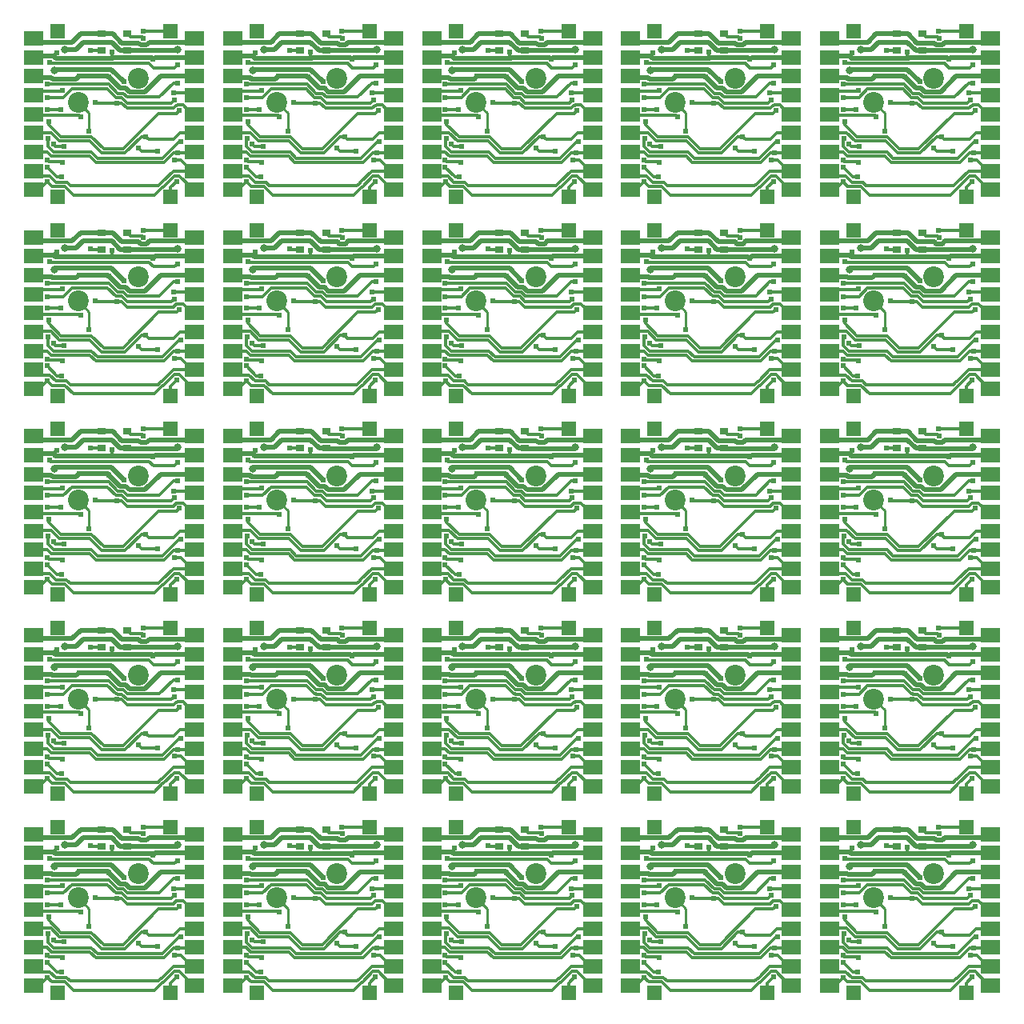
<source format=gtl>
%TF.GenerationSoftware,KiCad,Pcbnew,(5.1.9)-1*%
%TF.CreationDate,2021-09-16T12:17:45+02:00*%
%TF.ProjectId,kb_panel,6b625f70-616e-4656-9c2e-6b696361645f,rev?*%
%TF.SameCoordinates,Original*%
%TF.FileFunction,Copper,L1,Top*%
%TF.FilePolarity,Positive*%
%FSLAX46Y46*%
G04 Gerber Fmt 4.6, Leading zero omitted, Abs format (unit mm)*
G04 Created by KiCad (PCBNEW (5.1.9)-1) date 2021-09-16 12:17:45*
%MOMM*%
%LPD*%
G01*
G04 APERTURE LIST*
%TA.AperFunction,ComponentPad*%
%ADD10R,1.500000X1.500000*%
%TD*%
%TA.AperFunction,SMDPad,CuDef*%
%ADD11R,0.950000X0.800000*%
%TD*%
%TA.AperFunction,SMDPad,CuDef*%
%ADD12R,2.000000X1.500000*%
%TD*%
%TA.AperFunction,ComponentPad*%
%ADD13C,2.200000*%
%TD*%
%TA.AperFunction,ViaPad*%
%ADD14C,0.609600*%
%TD*%
%TA.AperFunction,ViaPad*%
%ADD15C,0.800000*%
%TD*%
%TA.AperFunction,Conductor*%
%ADD16C,0.500000*%
%TD*%
%TA.AperFunction,Conductor*%
%ADD17C,0.300000*%
%TD*%
%TA.AperFunction,Conductor*%
%ADD18C,0.250000*%
%TD*%
G04 APERTURE END LIST*
D10*
%TO.P,J8,1*%
%TO.N,N/C*%
X133082547Y-125145052D03*
%TD*%
%TO.P,J8,1*%
%TO.N,N/C*%
X112032547Y-125145052D03*
%TD*%
%TO.P,J8,1*%
%TO.N,N/C*%
X90982547Y-125145052D03*
%TD*%
%TO.P,J8,1*%
%TO.N,N/C*%
X69932547Y-125145052D03*
%TD*%
%TO.P,J8,1*%
%TO.N,N/C*%
X48882547Y-125145052D03*
%TD*%
%TO.P,J8,1*%
%TO.N,N/C*%
X133082547Y-104095052D03*
%TD*%
%TO.P,J8,1*%
%TO.N,N/C*%
X112032547Y-104095052D03*
%TD*%
%TO.P,J8,1*%
%TO.N,N/C*%
X90982547Y-104095052D03*
%TD*%
%TO.P,J8,1*%
%TO.N,N/C*%
X69932547Y-104095052D03*
%TD*%
%TO.P,J8,1*%
%TO.N,N/C*%
X48882547Y-104095052D03*
%TD*%
%TO.P,J8,1*%
%TO.N,N/C*%
X133082547Y-83045052D03*
%TD*%
%TO.P,J8,1*%
%TO.N,N/C*%
X112032547Y-83045052D03*
%TD*%
%TO.P,J8,1*%
%TO.N,N/C*%
X90982547Y-83045052D03*
%TD*%
%TO.P,J8,1*%
%TO.N,N/C*%
X69932547Y-83045052D03*
%TD*%
%TO.P,J8,1*%
%TO.N,N/C*%
X48882547Y-83045052D03*
%TD*%
%TO.P,J8,1*%
%TO.N,N/C*%
X133082547Y-61995052D03*
%TD*%
%TO.P,J8,1*%
%TO.N,N/C*%
X112032547Y-61995052D03*
%TD*%
%TO.P,J8,1*%
%TO.N,N/C*%
X90982547Y-61995052D03*
%TD*%
%TO.P,J8,1*%
%TO.N,N/C*%
X69932547Y-61995052D03*
%TD*%
%TO.P,J8,1*%
%TO.N,N/C*%
X48882547Y-61995052D03*
%TD*%
%TO.P,J8,1*%
%TO.N,N/C*%
X133082547Y-40945052D03*
%TD*%
%TO.P,J8,1*%
%TO.N,N/C*%
X112032547Y-40945052D03*
%TD*%
%TO.P,J8,1*%
%TO.N,N/C*%
X90982547Y-40945052D03*
%TD*%
%TO.P,J8,1*%
%TO.N,N/C*%
X69932547Y-40945052D03*
%TD*%
D11*
%TO.P,LED1,4*%
%TO.N,N/C*%
X140416547Y-125398052D03*
%TO.P,LED1,1*%
X137686547Y-125398052D03*
%TO.P,LED1,3*%
X140416547Y-127178052D03*
%TO.P,LED1,2*%
X137686547Y-127178052D03*
%TD*%
%TO.P,LED1,4*%
%TO.N,N/C*%
X119366547Y-125398052D03*
%TO.P,LED1,1*%
X116636547Y-125398052D03*
%TO.P,LED1,3*%
X119366547Y-127178052D03*
%TO.P,LED1,2*%
X116636547Y-127178052D03*
%TD*%
%TO.P,LED1,4*%
%TO.N,N/C*%
X98316547Y-125398052D03*
%TO.P,LED1,1*%
X95586547Y-125398052D03*
%TO.P,LED1,3*%
X98316547Y-127178052D03*
%TO.P,LED1,2*%
X95586547Y-127178052D03*
%TD*%
%TO.P,LED1,4*%
%TO.N,N/C*%
X77266547Y-125398052D03*
%TO.P,LED1,1*%
X74536547Y-125398052D03*
%TO.P,LED1,3*%
X77266547Y-127178052D03*
%TO.P,LED1,2*%
X74536547Y-127178052D03*
%TD*%
%TO.P,LED1,4*%
%TO.N,N/C*%
X56216547Y-125398052D03*
%TO.P,LED1,1*%
X53486547Y-125398052D03*
%TO.P,LED1,3*%
X56216547Y-127178052D03*
%TO.P,LED1,2*%
X53486547Y-127178052D03*
%TD*%
%TO.P,LED1,4*%
%TO.N,N/C*%
X140416547Y-104348052D03*
%TO.P,LED1,1*%
X137686547Y-104348052D03*
%TO.P,LED1,3*%
X140416547Y-106128052D03*
%TO.P,LED1,2*%
X137686547Y-106128052D03*
%TD*%
%TO.P,LED1,4*%
%TO.N,N/C*%
X119366547Y-104348052D03*
%TO.P,LED1,1*%
X116636547Y-104348052D03*
%TO.P,LED1,3*%
X119366547Y-106128052D03*
%TO.P,LED1,2*%
X116636547Y-106128052D03*
%TD*%
%TO.P,LED1,4*%
%TO.N,N/C*%
X98316547Y-104348052D03*
%TO.P,LED1,1*%
X95586547Y-104348052D03*
%TO.P,LED1,3*%
X98316547Y-106128052D03*
%TO.P,LED1,2*%
X95586547Y-106128052D03*
%TD*%
%TO.P,LED1,4*%
%TO.N,N/C*%
X77266547Y-104348052D03*
%TO.P,LED1,1*%
X74536547Y-104348052D03*
%TO.P,LED1,3*%
X77266547Y-106128052D03*
%TO.P,LED1,2*%
X74536547Y-106128052D03*
%TD*%
%TO.P,LED1,4*%
%TO.N,N/C*%
X56216547Y-104348052D03*
%TO.P,LED1,1*%
X53486547Y-104348052D03*
%TO.P,LED1,3*%
X56216547Y-106128052D03*
%TO.P,LED1,2*%
X53486547Y-106128052D03*
%TD*%
%TO.P,LED1,4*%
%TO.N,N/C*%
X140416547Y-83298052D03*
%TO.P,LED1,1*%
X137686547Y-83298052D03*
%TO.P,LED1,3*%
X140416547Y-85078052D03*
%TO.P,LED1,2*%
X137686547Y-85078052D03*
%TD*%
%TO.P,LED1,4*%
%TO.N,N/C*%
X119366547Y-83298052D03*
%TO.P,LED1,1*%
X116636547Y-83298052D03*
%TO.P,LED1,3*%
X119366547Y-85078052D03*
%TO.P,LED1,2*%
X116636547Y-85078052D03*
%TD*%
%TO.P,LED1,4*%
%TO.N,N/C*%
X98316547Y-83298052D03*
%TO.P,LED1,1*%
X95586547Y-83298052D03*
%TO.P,LED1,3*%
X98316547Y-85078052D03*
%TO.P,LED1,2*%
X95586547Y-85078052D03*
%TD*%
%TO.P,LED1,4*%
%TO.N,N/C*%
X77266547Y-83298052D03*
%TO.P,LED1,1*%
X74536547Y-83298052D03*
%TO.P,LED1,3*%
X77266547Y-85078052D03*
%TO.P,LED1,2*%
X74536547Y-85078052D03*
%TD*%
%TO.P,LED1,4*%
%TO.N,N/C*%
X56216547Y-83298052D03*
%TO.P,LED1,1*%
X53486547Y-83298052D03*
%TO.P,LED1,3*%
X56216547Y-85078052D03*
%TO.P,LED1,2*%
X53486547Y-85078052D03*
%TD*%
%TO.P,LED1,4*%
%TO.N,N/C*%
X140416547Y-62248052D03*
%TO.P,LED1,1*%
X137686547Y-62248052D03*
%TO.P,LED1,3*%
X140416547Y-64028052D03*
%TO.P,LED1,2*%
X137686547Y-64028052D03*
%TD*%
%TO.P,LED1,4*%
%TO.N,N/C*%
X119366547Y-62248052D03*
%TO.P,LED1,1*%
X116636547Y-62248052D03*
%TO.P,LED1,3*%
X119366547Y-64028052D03*
%TO.P,LED1,2*%
X116636547Y-64028052D03*
%TD*%
%TO.P,LED1,4*%
%TO.N,N/C*%
X98316547Y-62248052D03*
%TO.P,LED1,1*%
X95586547Y-62248052D03*
%TO.P,LED1,3*%
X98316547Y-64028052D03*
%TO.P,LED1,2*%
X95586547Y-64028052D03*
%TD*%
%TO.P,LED1,4*%
%TO.N,N/C*%
X77266547Y-62248052D03*
%TO.P,LED1,1*%
X74536547Y-62248052D03*
%TO.P,LED1,3*%
X77266547Y-64028052D03*
%TO.P,LED1,2*%
X74536547Y-64028052D03*
%TD*%
%TO.P,LED1,4*%
%TO.N,N/C*%
X56216547Y-62248052D03*
%TO.P,LED1,1*%
X53486547Y-62248052D03*
%TO.P,LED1,3*%
X56216547Y-64028052D03*
%TO.P,LED1,2*%
X53486547Y-64028052D03*
%TD*%
%TO.P,LED1,4*%
%TO.N,N/C*%
X140416547Y-41198052D03*
%TO.P,LED1,1*%
X137686547Y-41198052D03*
%TO.P,LED1,3*%
X140416547Y-42978052D03*
%TO.P,LED1,2*%
X137686547Y-42978052D03*
%TD*%
%TO.P,LED1,4*%
%TO.N,N/C*%
X119366547Y-41198052D03*
%TO.P,LED1,1*%
X116636547Y-41198052D03*
%TO.P,LED1,3*%
X119366547Y-42978052D03*
%TO.P,LED1,2*%
X116636547Y-42978052D03*
%TD*%
%TO.P,LED1,4*%
%TO.N,N/C*%
X98316547Y-41198052D03*
%TO.P,LED1,1*%
X95586547Y-41198052D03*
%TO.P,LED1,3*%
X98316547Y-42978052D03*
%TO.P,LED1,2*%
X95586547Y-42978052D03*
%TD*%
%TO.P,LED1,4*%
%TO.N,N/C*%
X77266547Y-41198052D03*
%TO.P,LED1,1*%
X74536547Y-41198052D03*
%TO.P,LED1,3*%
X77266547Y-42978052D03*
%TO.P,LED1,2*%
X74536547Y-42978052D03*
%TD*%
D10*
%TO.P,J7,1*%
%TO.N,N/C*%
X133082547Y-142671052D03*
%TD*%
%TO.P,J7,1*%
%TO.N,N/C*%
X112032547Y-142671052D03*
%TD*%
%TO.P,J7,1*%
%TO.N,N/C*%
X90982547Y-142671052D03*
%TD*%
%TO.P,J7,1*%
%TO.N,N/C*%
X69932547Y-142671052D03*
%TD*%
%TO.P,J7,1*%
%TO.N,N/C*%
X48882547Y-142671052D03*
%TD*%
%TO.P,J7,1*%
%TO.N,N/C*%
X133082547Y-121621052D03*
%TD*%
%TO.P,J7,1*%
%TO.N,N/C*%
X112032547Y-121621052D03*
%TD*%
%TO.P,J7,1*%
%TO.N,N/C*%
X90982547Y-121621052D03*
%TD*%
%TO.P,J7,1*%
%TO.N,N/C*%
X69932547Y-121621052D03*
%TD*%
%TO.P,J7,1*%
%TO.N,N/C*%
X48882547Y-121621052D03*
%TD*%
%TO.P,J7,1*%
%TO.N,N/C*%
X133082547Y-100571052D03*
%TD*%
%TO.P,J7,1*%
%TO.N,N/C*%
X112032547Y-100571052D03*
%TD*%
%TO.P,J7,1*%
%TO.N,N/C*%
X90982547Y-100571052D03*
%TD*%
%TO.P,J7,1*%
%TO.N,N/C*%
X69932547Y-100571052D03*
%TD*%
%TO.P,J7,1*%
%TO.N,N/C*%
X48882547Y-100571052D03*
%TD*%
%TO.P,J7,1*%
%TO.N,N/C*%
X133082547Y-79521052D03*
%TD*%
%TO.P,J7,1*%
%TO.N,N/C*%
X112032547Y-79521052D03*
%TD*%
%TO.P,J7,1*%
%TO.N,N/C*%
X90982547Y-79521052D03*
%TD*%
%TO.P,J7,1*%
%TO.N,N/C*%
X69932547Y-79521052D03*
%TD*%
%TO.P,J7,1*%
%TO.N,N/C*%
X48882547Y-79521052D03*
%TD*%
%TO.P,J7,1*%
%TO.N,N/C*%
X133082547Y-58471052D03*
%TD*%
%TO.P,J7,1*%
%TO.N,N/C*%
X112032547Y-58471052D03*
%TD*%
%TO.P,J7,1*%
%TO.N,N/C*%
X90982547Y-58471052D03*
%TD*%
%TO.P,J7,1*%
%TO.N,N/C*%
X69932547Y-58471052D03*
%TD*%
D12*
%TO.P,J4,9*%
%TO.N,N/C*%
X147560547Y-141908052D03*
%TO.P,J4,8*%
X147560547Y-139908052D03*
%TO.P,J4,7*%
X147560547Y-137908052D03*
%TO.P,J4,1*%
X147560547Y-125908052D03*
%TO.P,J4,6*%
X147560547Y-135908052D03*
%TO.P,J4,2*%
X147560547Y-127908052D03*
%TO.P,J4,3*%
X147560547Y-129908052D03*
%TO.P,J4,4*%
X147560547Y-131908052D03*
%TO.P,J4,5*%
X147560547Y-133908052D03*
%TD*%
%TO.P,J4,9*%
%TO.N,N/C*%
X126510547Y-141908052D03*
%TO.P,J4,8*%
X126510547Y-139908052D03*
%TO.P,J4,7*%
X126510547Y-137908052D03*
%TO.P,J4,1*%
X126510547Y-125908052D03*
%TO.P,J4,6*%
X126510547Y-135908052D03*
%TO.P,J4,2*%
X126510547Y-127908052D03*
%TO.P,J4,3*%
X126510547Y-129908052D03*
%TO.P,J4,4*%
X126510547Y-131908052D03*
%TO.P,J4,5*%
X126510547Y-133908052D03*
%TD*%
%TO.P,J4,9*%
%TO.N,N/C*%
X105460547Y-141908052D03*
%TO.P,J4,8*%
X105460547Y-139908052D03*
%TO.P,J4,7*%
X105460547Y-137908052D03*
%TO.P,J4,1*%
X105460547Y-125908052D03*
%TO.P,J4,6*%
X105460547Y-135908052D03*
%TO.P,J4,2*%
X105460547Y-127908052D03*
%TO.P,J4,3*%
X105460547Y-129908052D03*
%TO.P,J4,4*%
X105460547Y-131908052D03*
%TO.P,J4,5*%
X105460547Y-133908052D03*
%TD*%
%TO.P,J4,9*%
%TO.N,N/C*%
X84410547Y-141908052D03*
%TO.P,J4,8*%
X84410547Y-139908052D03*
%TO.P,J4,7*%
X84410547Y-137908052D03*
%TO.P,J4,1*%
X84410547Y-125908052D03*
%TO.P,J4,6*%
X84410547Y-135908052D03*
%TO.P,J4,2*%
X84410547Y-127908052D03*
%TO.P,J4,3*%
X84410547Y-129908052D03*
%TO.P,J4,4*%
X84410547Y-131908052D03*
%TO.P,J4,5*%
X84410547Y-133908052D03*
%TD*%
%TO.P,J4,9*%
%TO.N,N/C*%
X63360547Y-141908052D03*
%TO.P,J4,8*%
X63360547Y-139908052D03*
%TO.P,J4,7*%
X63360547Y-137908052D03*
%TO.P,J4,1*%
X63360547Y-125908052D03*
%TO.P,J4,6*%
X63360547Y-135908052D03*
%TO.P,J4,2*%
X63360547Y-127908052D03*
%TO.P,J4,3*%
X63360547Y-129908052D03*
%TO.P,J4,4*%
X63360547Y-131908052D03*
%TO.P,J4,5*%
X63360547Y-133908052D03*
%TD*%
%TO.P,J4,9*%
%TO.N,N/C*%
X147560547Y-120858052D03*
%TO.P,J4,8*%
X147560547Y-118858052D03*
%TO.P,J4,7*%
X147560547Y-116858052D03*
%TO.P,J4,1*%
X147560547Y-104858052D03*
%TO.P,J4,6*%
X147560547Y-114858052D03*
%TO.P,J4,2*%
X147560547Y-106858052D03*
%TO.P,J4,3*%
X147560547Y-108858052D03*
%TO.P,J4,4*%
X147560547Y-110858052D03*
%TO.P,J4,5*%
X147560547Y-112858052D03*
%TD*%
%TO.P,J4,9*%
%TO.N,N/C*%
X126510547Y-120858052D03*
%TO.P,J4,8*%
X126510547Y-118858052D03*
%TO.P,J4,7*%
X126510547Y-116858052D03*
%TO.P,J4,1*%
X126510547Y-104858052D03*
%TO.P,J4,6*%
X126510547Y-114858052D03*
%TO.P,J4,2*%
X126510547Y-106858052D03*
%TO.P,J4,3*%
X126510547Y-108858052D03*
%TO.P,J4,4*%
X126510547Y-110858052D03*
%TO.P,J4,5*%
X126510547Y-112858052D03*
%TD*%
%TO.P,J4,9*%
%TO.N,N/C*%
X105460547Y-120858052D03*
%TO.P,J4,8*%
X105460547Y-118858052D03*
%TO.P,J4,7*%
X105460547Y-116858052D03*
%TO.P,J4,1*%
X105460547Y-104858052D03*
%TO.P,J4,6*%
X105460547Y-114858052D03*
%TO.P,J4,2*%
X105460547Y-106858052D03*
%TO.P,J4,3*%
X105460547Y-108858052D03*
%TO.P,J4,4*%
X105460547Y-110858052D03*
%TO.P,J4,5*%
X105460547Y-112858052D03*
%TD*%
%TO.P,J4,9*%
%TO.N,N/C*%
X84410547Y-120858052D03*
%TO.P,J4,8*%
X84410547Y-118858052D03*
%TO.P,J4,7*%
X84410547Y-116858052D03*
%TO.P,J4,1*%
X84410547Y-104858052D03*
%TO.P,J4,6*%
X84410547Y-114858052D03*
%TO.P,J4,2*%
X84410547Y-106858052D03*
%TO.P,J4,3*%
X84410547Y-108858052D03*
%TO.P,J4,4*%
X84410547Y-110858052D03*
%TO.P,J4,5*%
X84410547Y-112858052D03*
%TD*%
%TO.P,J4,9*%
%TO.N,N/C*%
X63360547Y-120858052D03*
%TO.P,J4,8*%
X63360547Y-118858052D03*
%TO.P,J4,7*%
X63360547Y-116858052D03*
%TO.P,J4,1*%
X63360547Y-104858052D03*
%TO.P,J4,6*%
X63360547Y-114858052D03*
%TO.P,J4,2*%
X63360547Y-106858052D03*
%TO.P,J4,3*%
X63360547Y-108858052D03*
%TO.P,J4,4*%
X63360547Y-110858052D03*
%TO.P,J4,5*%
X63360547Y-112858052D03*
%TD*%
%TO.P,J4,9*%
%TO.N,N/C*%
X147560547Y-99808052D03*
%TO.P,J4,8*%
X147560547Y-97808052D03*
%TO.P,J4,7*%
X147560547Y-95808052D03*
%TO.P,J4,1*%
X147560547Y-83808052D03*
%TO.P,J4,6*%
X147560547Y-93808052D03*
%TO.P,J4,2*%
X147560547Y-85808052D03*
%TO.P,J4,3*%
X147560547Y-87808052D03*
%TO.P,J4,4*%
X147560547Y-89808052D03*
%TO.P,J4,5*%
X147560547Y-91808052D03*
%TD*%
%TO.P,J4,9*%
%TO.N,N/C*%
X126510547Y-99808052D03*
%TO.P,J4,8*%
X126510547Y-97808052D03*
%TO.P,J4,7*%
X126510547Y-95808052D03*
%TO.P,J4,1*%
X126510547Y-83808052D03*
%TO.P,J4,6*%
X126510547Y-93808052D03*
%TO.P,J4,2*%
X126510547Y-85808052D03*
%TO.P,J4,3*%
X126510547Y-87808052D03*
%TO.P,J4,4*%
X126510547Y-89808052D03*
%TO.P,J4,5*%
X126510547Y-91808052D03*
%TD*%
%TO.P,J4,9*%
%TO.N,N/C*%
X105460547Y-99808052D03*
%TO.P,J4,8*%
X105460547Y-97808052D03*
%TO.P,J4,7*%
X105460547Y-95808052D03*
%TO.P,J4,1*%
X105460547Y-83808052D03*
%TO.P,J4,6*%
X105460547Y-93808052D03*
%TO.P,J4,2*%
X105460547Y-85808052D03*
%TO.P,J4,3*%
X105460547Y-87808052D03*
%TO.P,J4,4*%
X105460547Y-89808052D03*
%TO.P,J4,5*%
X105460547Y-91808052D03*
%TD*%
%TO.P,J4,9*%
%TO.N,N/C*%
X84410547Y-99808052D03*
%TO.P,J4,8*%
X84410547Y-97808052D03*
%TO.P,J4,7*%
X84410547Y-95808052D03*
%TO.P,J4,1*%
X84410547Y-83808052D03*
%TO.P,J4,6*%
X84410547Y-93808052D03*
%TO.P,J4,2*%
X84410547Y-85808052D03*
%TO.P,J4,3*%
X84410547Y-87808052D03*
%TO.P,J4,4*%
X84410547Y-89808052D03*
%TO.P,J4,5*%
X84410547Y-91808052D03*
%TD*%
%TO.P,J4,9*%
%TO.N,N/C*%
X63360547Y-99808052D03*
%TO.P,J4,8*%
X63360547Y-97808052D03*
%TO.P,J4,7*%
X63360547Y-95808052D03*
%TO.P,J4,1*%
X63360547Y-83808052D03*
%TO.P,J4,6*%
X63360547Y-93808052D03*
%TO.P,J4,2*%
X63360547Y-85808052D03*
%TO.P,J4,3*%
X63360547Y-87808052D03*
%TO.P,J4,4*%
X63360547Y-89808052D03*
%TO.P,J4,5*%
X63360547Y-91808052D03*
%TD*%
%TO.P,J4,9*%
%TO.N,N/C*%
X147560547Y-78758052D03*
%TO.P,J4,8*%
X147560547Y-76758052D03*
%TO.P,J4,7*%
X147560547Y-74758052D03*
%TO.P,J4,1*%
X147560547Y-62758052D03*
%TO.P,J4,6*%
X147560547Y-72758052D03*
%TO.P,J4,2*%
X147560547Y-64758052D03*
%TO.P,J4,3*%
X147560547Y-66758052D03*
%TO.P,J4,4*%
X147560547Y-68758052D03*
%TO.P,J4,5*%
X147560547Y-70758052D03*
%TD*%
%TO.P,J4,9*%
%TO.N,N/C*%
X126510547Y-78758052D03*
%TO.P,J4,8*%
X126510547Y-76758052D03*
%TO.P,J4,7*%
X126510547Y-74758052D03*
%TO.P,J4,1*%
X126510547Y-62758052D03*
%TO.P,J4,6*%
X126510547Y-72758052D03*
%TO.P,J4,2*%
X126510547Y-64758052D03*
%TO.P,J4,3*%
X126510547Y-66758052D03*
%TO.P,J4,4*%
X126510547Y-68758052D03*
%TO.P,J4,5*%
X126510547Y-70758052D03*
%TD*%
%TO.P,J4,9*%
%TO.N,N/C*%
X105460547Y-78758052D03*
%TO.P,J4,8*%
X105460547Y-76758052D03*
%TO.P,J4,7*%
X105460547Y-74758052D03*
%TO.P,J4,1*%
X105460547Y-62758052D03*
%TO.P,J4,6*%
X105460547Y-72758052D03*
%TO.P,J4,2*%
X105460547Y-64758052D03*
%TO.P,J4,3*%
X105460547Y-66758052D03*
%TO.P,J4,4*%
X105460547Y-68758052D03*
%TO.P,J4,5*%
X105460547Y-70758052D03*
%TD*%
%TO.P,J4,9*%
%TO.N,N/C*%
X84410547Y-78758052D03*
%TO.P,J4,8*%
X84410547Y-76758052D03*
%TO.P,J4,7*%
X84410547Y-74758052D03*
%TO.P,J4,1*%
X84410547Y-62758052D03*
%TO.P,J4,6*%
X84410547Y-72758052D03*
%TO.P,J4,2*%
X84410547Y-64758052D03*
%TO.P,J4,3*%
X84410547Y-66758052D03*
%TO.P,J4,4*%
X84410547Y-68758052D03*
%TO.P,J4,5*%
X84410547Y-70758052D03*
%TD*%
%TO.P,J4,9*%
%TO.N,N/C*%
X63360547Y-78758052D03*
%TO.P,J4,8*%
X63360547Y-76758052D03*
%TO.P,J4,7*%
X63360547Y-74758052D03*
%TO.P,J4,1*%
X63360547Y-62758052D03*
%TO.P,J4,6*%
X63360547Y-72758052D03*
%TO.P,J4,2*%
X63360547Y-64758052D03*
%TO.P,J4,3*%
X63360547Y-66758052D03*
%TO.P,J4,4*%
X63360547Y-68758052D03*
%TO.P,J4,5*%
X63360547Y-70758052D03*
%TD*%
%TO.P,J4,9*%
%TO.N,N/C*%
X147560547Y-57708052D03*
%TO.P,J4,8*%
X147560547Y-55708052D03*
%TO.P,J4,7*%
X147560547Y-53708052D03*
%TO.P,J4,1*%
X147560547Y-41708052D03*
%TO.P,J4,6*%
X147560547Y-51708052D03*
%TO.P,J4,2*%
X147560547Y-43708052D03*
%TO.P,J4,3*%
X147560547Y-45708052D03*
%TO.P,J4,4*%
X147560547Y-47708052D03*
%TO.P,J4,5*%
X147560547Y-49708052D03*
%TD*%
%TO.P,J4,9*%
%TO.N,N/C*%
X126510547Y-57708052D03*
%TO.P,J4,8*%
X126510547Y-55708052D03*
%TO.P,J4,7*%
X126510547Y-53708052D03*
%TO.P,J4,1*%
X126510547Y-41708052D03*
%TO.P,J4,6*%
X126510547Y-51708052D03*
%TO.P,J4,2*%
X126510547Y-43708052D03*
%TO.P,J4,3*%
X126510547Y-45708052D03*
%TO.P,J4,4*%
X126510547Y-47708052D03*
%TO.P,J4,5*%
X126510547Y-49708052D03*
%TD*%
%TO.P,J4,9*%
%TO.N,N/C*%
X105460547Y-57708052D03*
%TO.P,J4,8*%
X105460547Y-55708052D03*
%TO.P,J4,7*%
X105460547Y-53708052D03*
%TO.P,J4,1*%
X105460547Y-41708052D03*
%TO.P,J4,6*%
X105460547Y-51708052D03*
%TO.P,J4,2*%
X105460547Y-43708052D03*
%TO.P,J4,3*%
X105460547Y-45708052D03*
%TO.P,J4,4*%
X105460547Y-47708052D03*
%TO.P,J4,5*%
X105460547Y-49708052D03*
%TD*%
%TO.P,J4,9*%
%TO.N,N/C*%
X84410547Y-57708052D03*
%TO.P,J4,8*%
X84410547Y-55708052D03*
%TO.P,J4,7*%
X84410547Y-53708052D03*
%TO.P,J4,1*%
X84410547Y-41708052D03*
%TO.P,J4,6*%
X84410547Y-51708052D03*
%TO.P,J4,2*%
X84410547Y-43708052D03*
%TO.P,J4,3*%
X84410547Y-45708052D03*
%TO.P,J4,4*%
X84410547Y-47708052D03*
%TO.P,J4,5*%
X84410547Y-49708052D03*
%TD*%
D13*
%TO.P,SW1,1*%
%TO.N,N/C*%
X141591547Y-130098052D03*
%TO.P,SW1,2*%
X135241547Y-132638052D03*
%TD*%
%TO.P,SW1,1*%
%TO.N,N/C*%
X120541547Y-130098052D03*
%TO.P,SW1,2*%
X114191547Y-132638052D03*
%TD*%
%TO.P,SW1,1*%
%TO.N,N/C*%
X99491547Y-130098052D03*
%TO.P,SW1,2*%
X93141547Y-132638052D03*
%TD*%
%TO.P,SW1,1*%
%TO.N,N/C*%
X78441547Y-130098052D03*
%TO.P,SW1,2*%
X72091547Y-132638052D03*
%TD*%
%TO.P,SW1,1*%
%TO.N,N/C*%
X57391547Y-130098052D03*
%TO.P,SW1,2*%
X51041547Y-132638052D03*
%TD*%
%TO.P,SW1,1*%
%TO.N,N/C*%
X141591547Y-109048052D03*
%TO.P,SW1,2*%
X135241547Y-111588052D03*
%TD*%
%TO.P,SW1,1*%
%TO.N,N/C*%
X120541547Y-109048052D03*
%TO.P,SW1,2*%
X114191547Y-111588052D03*
%TD*%
%TO.P,SW1,1*%
%TO.N,N/C*%
X99491547Y-109048052D03*
%TO.P,SW1,2*%
X93141547Y-111588052D03*
%TD*%
%TO.P,SW1,1*%
%TO.N,N/C*%
X78441547Y-109048052D03*
%TO.P,SW1,2*%
X72091547Y-111588052D03*
%TD*%
%TO.P,SW1,1*%
%TO.N,N/C*%
X57391547Y-109048052D03*
%TO.P,SW1,2*%
X51041547Y-111588052D03*
%TD*%
%TO.P,SW1,1*%
%TO.N,N/C*%
X141591547Y-87998052D03*
%TO.P,SW1,2*%
X135241547Y-90538052D03*
%TD*%
%TO.P,SW1,1*%
%TO.N,N/C*%
X120541547Y-87998052D03*
%TO.P,SW1,2*%
X114191547Y-90538052D03*
%TD*%
%TO.P,SW1,1*%
%TO.N,N/C*%
X99491547Y-87998052D03*
%TO.P,SW1,2*%
X93141547Y-90538052D03*
%TD*%
%TO.P,SW1,1*%
%TO.N,N/C*%
X78441547Y-87998052D03*
%TO.P,SW1,2*%
X72091547Y-90538052D03*
%TD*%
%TO.P,SW1,1*%
%TO.N,N/C*%
X57391547Y-87998052D03*
%TO.P,SW1,2*%
X51041547Y-90538052D03*
%TD*%
%TO.P,SW1,1*%
%TO.N,N/C*%
X141591547Y-66948052D03*
%TO.P,SW1,2*%
X135241547Y-69488052D03*
%TD*%
%TO.P,SW1,1*%
%TO.N,N/C*%
X120541547Y-66948052D03*
%TO.P,SW1,2*%
X114191547Y-69488052D03*
%TD*%
%TO.P,SW1,1*%
%TO.N,N/C*%
X99491547Y-66948052D03*
%TO.P,SW1,2*%
X93141547Y-69488052D03*
%TD*%
%TO.P,SW1,1*%
%TO.N,N/C*%
X78441547Y-66948052D03*
%TO.P,SW1,2*%
X72091547Y-69488052D03*
%TD*%
%TO.P,SW1,1*%
%TO.N,N/C*%
X57391547Y-66948052D03*
%TO.P,SW1,2*%
X51041547Y-69488052D03*
%TD*%
%TO.P,SW1,1*%
%TO.N,N/C*%
X141591547Y-45898052D03*
%TO.P,SW1,2*%
X135241547Y-48438052D03*
%TD*%
%TO.P,SW1,1*%
%TO.N,N/C*%
X120541547Y-45898052D03*
%TO.P,SW1,2*%
X114191547Y-48438052D03*
%TD*%
%TO.P,SW1,1*%
%TO.N,N/C*%
X99491547Y-45898052D03*
%TO.P,SW1,2*%
X93141547Y-48438052D03*
%TD*%
%TO.P,SW1,1*%
%TO.N,N/C*%
X78441547Y-45898052D03*
%TO.P,SW1,2*%
X72091547Y-48438052D03*
%TD*%
D10*
%TO.P,J2,1*%
%TO.N,N/C*%
X145020547Y-125145052D03*
%TD*%
%TO.P,J2,1*%
%TO.N,N/C*%
X123970547Y-125145052D03*
%TD*%
%TO.P,J2,1*%
%TO.N,N/C*%
X102920547Y-125145052D03*
%TD*%
%TO.P,J2,1*%
%TO.N,N/C*%
X81870547Y-125145052D03*
%TD*%
%TO.P,J2,1*%
%TO.N,N/C*%
X60820547Y-125145052D03*
%TD*%
%TO.P,J2,1*%
%TO.N,N/C*%
X145020547Y-104095052D03*
%TD*%
%TO.P,J2,1*%
%TO.N,N/C*%
X123970547Y-104095052D03*
%TD*%
%TO.P,J2,1*%
%TO.N,N/C*%
X102920547Y-104095052D03*
%TD*%
%TO.P,J2,1*%
%TO.N,N/C*%
X81870547Y-104095052D03*
%TD*%
%TO.P,J2,1*%
%TO.N,N/C*%
X60820547Y-104095052D03*
%TD*%
%TO.P,J2,1*%
%TO.N,N/C*%
X145020547Y-83045052D03*
%TD*%
%TO.P,J2,1*%
%TO.N,N/C*%
X123970547Y-83045052D03*
%TD*%
%TO.P,J2,1*%
%TO.N,N/C*%
X102920547Y-83045052D03*
%TD*%
%TO.P,J2,1*%
%TO.N,N/C*%
X81870547Y-83045052D03*
%TD*%
%TO.P,J2,1*%
%TO.N,N/C*%
X60820547Y-83045052D03*
%TD*%
%TO.P,J2,1*%
%TO.N,N/C*%
X145020547Y-61995052D03*
%TD*%
%TO.P,J2,1*%
%TO.N,N/C*%
X123970547Y-61995052D03*
%TD*%
%TO.P,J2,1*%
%TO.N,N/C*%
X102920547Y-61995052D03*
%TD*%
%TO.P,J2,1*%
%TO.N,N/C*%
X81870547Y-61995052D03*
%TD*%
%TO.P,J2,1*%
%TO.N,N/C*%
X60820547Y-61995052D03*
%TD*%
%TO.P,J2,1*%
%TO.N,N/C*%
X145020547Y-40945052D03*
%TD*%
%TO.P,J2,1*%
%TO.N,N/C*%
X123970547Y-40945052D03*
%TD*%
%TO.P,J2,1*%
%TO.N,N/C*%
X102920547Y-40945052D03*
%TD*%
%TO.P,J2,1*%
%TO.N,N/C*%
X81870547Y-40945052D03*
%TD*%
%TO.P,J9,1*%
%TO.N,N/C*%
X145020547Y-142671052D03*
%TD*%
%TO.P,J9,1*%
%TO.N,N/C*%
X123970547Y-142671052D03*
%TD*%
%TO.P,J9,1*%
%TO.N,N/C*%
X102920547Y-142671052D03*
%TD*%
%TO.P,J9,1*%
%TO.N,N/C*%
X81870547Y-142671052D03*
%TD*%
%TO.P,J9,1*%
%TO.N,N/C*%
X60820547Y-142671052D03*
%TD*%
%TO.P,J9,1*%
%TO.N,N/C*%
X145020547Y-121621052D03*
%TD*%
%TO.P,J9,1*%
%TO.N,N/C*%
X123970547Y-121621052D03*
%TD*%
%TO.P,J9,1*%
%TO.N,N/C*%
X102920547Y-121621052D03*
%TD*%
%TO.P,J9,1*%
%TO.N,N/C*%
X81870547Y-121621052D03*
%TD*%
%TO.P,J9,1*%
%TO.N,N/C*%
X60820547Y-121621052D03*
%TD*%
%TO.P,J9,1*%
%TO.N,N/C*%
X145020547Y-100571052D03*
%TD*%
%TO.P,J9,1*%
%TO.N,N/C*%
X123970547Y-100571052D03*
%TD*%
%TO.P,J9,1*%
%TO.N,N/C*%
X102920547Y-100571052D03*
%TD*%
%TO.P,J9,1*%
%TO.N,N/C*%
X81870547Y-100571052D03*
%TD*%
%TO.P,J9,1*%
%TO.N,N/C*%
X60820547Y-100571052D03*
%TD*%
%TO.P,J9,1*%
%TO.N,N/C*%
X145020547Y-79521052D03*
%TD*%
%TO.P,J9,1*%
%TO.N,N/C*%
X123970547Y-79521052D03*
%TD*%
%TO.P,J9,1*%
%TO.N,N/C*%
X102920547Y-79521052D03*
%TD*%
%TO.P,J9,1*%
%TO.N,N/C*%
X81870547Y-79521052D03*
%TD*%
%TO.P,J9,1*%
%TO.N,N/C*%
X60820547Y-79521052D03*
%TD*%
%TO.P,J9,1*%
%TO.N,N/C*%
X145020547Y-58471052D03*
%TD*%
%TO.P,J9,1*%
%TO.N,N/C*%
X123970547Y-58471052D03*
%TD*%
%TO.P,J9,1*%
%TO.N,N/C*%
X102920547Y-58471052D03*
%TD*%
%TO.P,J9,1*%
%TO.N,N/C*%
X81870547Y-58471052D03*
%TD*%
D12*
%TO.P,J3,9*%
%TO.N,N/C*%
X130542547Y-141908052D03*
%TO.P,J3,8*%
X130542547Y-139908052D03*
%TO.P,J3,7*%
X130542547Y-137908052D03*
%TO.P,J3,1*%
X130542547Y-125908052D03*
%TO.P,J3,6*%
X130542547Y-135908052D03*
%TO.P,J3,2*%
X130542547Y-127908052D03*
%TO.P,J3,3*%
X130542547Y-129908052D03*
%TO.P,J3,4*%
X130542547Y-131908052D03*
%TO.P,J3,5*%
X130542547Y-133908052D03*
%TD*%
%TO.P,J3,9*%
%TO.N,N/C*%
X109492547Y-141908052D03*
%TO.P,J3,8*%
X109492547Y-139908052D03*
%TO.P,J3,7*%
X109492547Y-137908052D03*
%TO.P,J3,1*%
X109492547Y-125908052D03*
%TO.P,J3,6*%
X109492547Y-135908052D03*
%TO.P,J3,2*%
X109492547Y-127908052D03*
%TO.P,J3,3*%
X109492547Y-129908052D03*
%TO.P,J3,4*%
X109492547Y-131908052D03*
%TO.P,J3,5*%
X109492547Y-133908052D03*
%TD*%
%TO.P,J3,9*%
%TO.N,N/C*%
X88442547Y-141908052D03*
%TO.P,J3,8*%
X88442547Y-139908052D03*
%TO.P,J3,7*%
X88442547Y-137908052D03*
%TO.P,J3,1*%
X88442547Y-125908052D03*
%TO.P,J3,6*%
X88442547Y-135908052D03*
%TO.P,J3,2*%
X88442547Y-127908052D03*
%TO.P,J3,3*%
X88442547Y-129908052D03*
%TO.P,J3,4*%
X88442547Y-131908052D03*
%TO.P,J3,5*%
X88442547Y-133908052D03*
%TD*%
%TO.P,J3,9*%
%TO.N,N/C*%
X67392547Y-141908052D03*
%TO.P,J3,8*%
X67392547Y-139908052D03*
%TO.P,J3,7*%
X67392547Y-137908052D03*
%TO.P,J3,1*%
X67392547Y-125908052D03*
%TO.P,J3,6*%
X67392547Y-135908052D03*
%TO.P,J3,2*%
X67392547Y-127908052D03*
%TO.P,J3,3*%
X67392547Y-129908052D03*
%TO.P,J3,4*%
X67392547Y-131908052D03*
%TO.P,J3,5*%
X67392547Y-133908052D03*
%TD*%
%TO.P,J3,9*%
%TO.N,N/C*%
X46342547Y-141908052D03*
%TO.P,J3,8*%
X46342547Y-139908052D03*
%TO.P,J3,7*%
X46342547Y-137908052D03*
%TO.P,J3,1*%
X46342547Y-125908052D03*
%TO.P,J3,6*%
X46342547Y-135908052D03*
%TO.P,J3,2*%
X46342547Y-127908052D03*
%TO.P,J3,3*%
X46342547Y-129908052D03*
%TO.P,J3,4*%
X46342547Y-131908052D03*
%TO.P,J3,5*%
X46342547Y-133908052D03*
%TD*%
%TO.P,J3,9*%
%TO.N,N/C*%
X130542547Y-120858052D03*
%TO.P,J3,8*%
X130542547Y-118858052D03*
%TO.P,J3,7*%
X130542547Y-116858052D03*
%TO.P,J3,1*%
X130542547Y-104858052D03*
%TO.P,J3,6*%
X130542547Y-114858052D03*
%TO.P,J3,2*%
X130542547Y-106858052D03*
%TO.P,J3,3*%
X130542547Y-108858052D03*
%TO.P,J3,4*%
X130542547Y-110858052D03*
%TO.P,J3,5*%
X130542547Y-112858052D03*
%TD*%
%TO.P,J3,9*%
%TO.N,N/C*%
X109492547Y-120858052D03*
%TO.P,J3,8*%
X109492547Y-118858052D03*
%TO.P,J3,7*%
X109492547Y-116858052D03*
%TO.P,J3,1*%
X109492547Y-104858052D03*
%TO.P,J3,6*%
X109492547Y-114858052D03*
%TO.P,J3,2*%
X109492547Y-106858052D03*
%TO.P,J3,3*%
X109492547Y-108858052D03*
%TO.P,J3,4*%
X109492547Y-110858052D03*
%TO.P,J3,5*%
X109492547Y-112858052D03*
%TD*%
%TO.P,J3,9*%
%TO.N,N/C*%
X88442547Y-120858052D03*
%TO.P,J3,8*%
X88442547Y-118858052D03*
%TO.P,J3,7*%
X88442547Y-116858052D03*
%TO.P,J3,1*%
X88442547Y-104858052D03*
%TO.P,J3,6*%
X88442547Y-114858052D03*
%TO.P,J3,2*%
X88442547Y-106858052D03*
%TO.P,J3,3*%
X88442547Y-108858052D03*
%TO.P,J3,4*%
X88442547Y-110858052D03*
%TO.P,J3,5*%
X88442547Y-112858052D03*
%TD*%
%TO.P,J3,9*%
%TO.N,N/C*%
X67392547Y-120858052D03*
%TO.P,J3,8*%
X67392547Y-118858052D03*
%TO.P,J3,7*%
X67392547Y-116858052D03*
%TO.P,J3,1*%
X67392547Y-104858052D03*
%TO.P,J3,6*%
X67392547Y-114858052D03*
%TO.P,J3,2*%
X67392547Y-106858052D03*
%TO.P,J3,3*%
X67392547Y-108858052D03*
%TO.P,J3,4*%
X67392547Y-110858052D03*
%TO.P,J3,5*%
X67392547Y-112858052D03*
%TD*%
%TO.P,J3,9*%
%TO.N,N/C*%
X46342547Y-120858052D03*
%TO.P,J3,8*%
X46342547Y-118858052D03*
%TO.P,J3,7*%
X46342547Y-116858052D03*
%TO.P,J3,1*%
X46342547Y-104858052D03*
%TO.P,J3,6*%
X46342547Y-114858052D03*
%TO.P,J3,2*%
X46342547Y-106858052D03*
%TO.P,J3,3*%
X46342547Y-108858052D03*
%TO.P,J3,4*%
X46342547Y-110858052D03*
%TO.P,J3,5*%
X46342547Y-112858052D03*
%TD*%
%TO.P,J3,9*%
%TO.N,N/C*%
X130542547Y-99808052D03*
%TO.P,J3,8*%
X130542547Y-97808052D03*
%TO.P,J3,7*%
X130542547Y-95808052D03*
%TO.P,J3,1*%
X130542547Y-83808052D03*
%TO.P,J3,6*%
X130542547Y-93808052D03*
%TO.P,J3,2*%
X130542547Y-85808052D03*
%TO.P,J3,3*%
X130542547Y-87808052D03*
%TO.P,J3,4*%
X130542547Y-89808052D03*
%TO.P,J3,5*%
X130542547Y-91808052D03*
%TD*%
%TO.P,J3,9*%
%TO.N,N/C*%
X109492547Y-99808052D03*
%TO.P,J3,8*%
X109492547Y-97808052D03*
%TO.P,J3,7*%
X109492547Y-95808052D03*
%TO.P,J3,1*%
X109492547Y-83808052D03*
%TO.P,J3,6*%
X109492547Y-93808052D03*
%TO.P,J3,2*%
X109492547Y-85808052D03*
%TO.P,J3,3*%
X109492547Y-87808052D03*
%TO.P,J3,4*%
X109492547Y-89808052D03*
%TO.P,J3,5*%
X109492547Y-91808052D03*
%TD*%
%TO.P,J3,9*%
%TO.N,N/C*%
X88442547Y-99808052D03*
%TO.P,J3,8*%
X88442547Y-97808052D03*
%TO.P,J3,7*%
X88442547Y-95808052D03*
%TO.P,J3,1*%
X88442547Y-83808052D03*
%TO.P,J3,6*%
X88442547Y-93808052D03*
%TO.P,J3,2*%
X88442547Y-85808052D03*
%TO.P,J3,3*%
X88442547Y-87808052D03*
%TO.P,J3,4*%
X88442547Y-89808052D03*
%TO.P,J3,5*%
X88442547Y-91808052D03*
%TD*%
%TO.P,J3,9*%
%TO.N,N/C*%
X67392547Y-99808052D03*
%TO.P,J3,8*%
X67392547Y-97808052D03*
%TO.P,J3,7*%
X67392547Y-95808052D03*
%TO.P,J3,1*%
X67392547Y-83808052D03*
%TO.P,J3,6*%
X67392547Y-93808052D03*
%TO.P,J3,2*%
X67392547Y-85808052D03*
%TO.P,J3,3*%
X67392547Y-87808052D03*
%TO.P,J3,4*%
X67392547Y-89808052D03*
%TO.P,J3,5*%
X67392547Y-91808052D03*
%TD*%
%TO.P,J3,9*%
%TO.N,N/C*%
X46342547Y-99808052D03*
%TO.P,J3,8*%
X46342547Y-97808052D03*
%TO.P,J3,7*%
X46342547Y-95808052D03*
%TO.P,J3,1*%
X46342547Y-83808052D03*
%TO.P,J3,6*%
X46342547Y-93808052D03*
%TO.P,J3,2*%
X46342547Y-85808052D03*
%TO.P,J3,3*%
X46342547Y-87808052D03*
%TO.P,J3,4*%
X46342547Y-89808052D03*
%TO.P,J3,5*%
X46342547Y-91808052D03*
%TD*%
%TO.P,J3,9*%
%TO.N,N/C*%
X130542547Y-78758052D03*
%TO.P,J3,8*%
X130542547Y-76758052D03*
%TO.P,J3,7*%
X130542547Y-74758052D03*
%TO.P,J3,1*%
X130542547Y-62758052D03*
%TO.P,J3,6*%
X130542547Y-72758052D03*
%TO.P,J3,2*%
X130542547Y-64758052D03*
%TO.P,J3,3*%
X130542547Y-66758052D03*
%TO.P,J3,4*%
X130542547Y-68758052D03*
%TO.P,J3,5*%
X130542547Y-70758052D03*
%TD*%
%TO.P,J3,9*%
%TO.N,N/C*%
X109492547Y-78758052D03*
%TO.P,J3,8*%
X109492547Y-76758052D03*
%TO.P,J3,7*%
X109492547Y-74758052D03*
%TO.P,J3,1*%
X109492547Y-62758052D03*
%TO.P,J3,6*%
X109492547Y-72758052D03*
%TO.P,J3,2*%
X109492547Y-64758052D03*
%TO.P,J3,3*%
X109492547Y-66758052D03*
%TO.P,J3,4*%
X109492547Y-68758052D03*
%TO.P,J3,5*%
X109492547Y-70758052D03*
%TD*%
%TO.P,J3,9*%
%TO.N,N/C*%
X88442547Y-78758052D03*
%TO.P,J3,8*%
X88442547Y-76758052D03*
%TO.P,J3,7*%
X88442547Y-74758052D03*
%TO.P,J3,1*%
X88442547Y-62758052D03*
%TO.P,J3,6*%
X88442547Y-72758052D03*
%TO.P,J3,2*%
X88442547Y-64758052D03*
%TO.P,J3,3*%
X88442547Y-66758052D03*
%TO.P,J3,4*%
X88442547Y-68758052D03*
%TO.P,J3,5*%
X88442547Y-70758052D03*
%TD*%
%TO.P,J3,9*%
%TO.N,N/C*%
X67392547Y-78758052D03*
%TO.P,J3,8*%
X67392547Y-76758052D03*
%TO.P,J3,7*%
X67392547Y-74758052D03*
%TO.P,J3,1*%
X67392547Y-62758052D03*
%TO.P,J3,6*%
X67392547Y-72758052D03*
%TO.P,J3,2*%
X67392547Y-64758052D03*
%TO.P,J3,3*%
X67392547Y-66758052D03*
%TO.P,J3,4*%
X67392547Y-68758052D03*
%TO.P,J3,5*%
X67392547Y-70758052D03*
%TD*%
%TO.P,J3,9*%
%TO.N,N/C*%
X46342547Y-78758052D03*
%TO.P,J3,8*%
X46342547Y-76758052D03*
%TO.P,J3,7*%
X46342547Y-74758052D03*
%TO.P,J3,1*%
X46342547Y-62758052D03*
%TO.P,J3,6*%
X46342547Y-72758052D03*
%TO.P,J3,2*%
X46342547Y-64758052D03*
%TO.P,J3,3*%
X46342547Y-66758052D03*
%TO.P,J3,4*%
X46342547Y-68758052D03*
%TO.P,J3,5*%
X46342547Y-70758052D03*
%TD*%
%TO.P,J3,9*%
%TO.N,N/C*%
X130542547Y-57708052D03*
%TO.P,J3,8*%
X130542547Y-55708052D03*
%TO.P,J3,7*%
X130542547Y-53708052D03*
%TO.P,J3,1*%
X130542547Y-41708052D03*
%TO.P,J3,6*%
X130542547Y-51708052D03*
%TO.P,J3,2*%
X130542547Y-43708052D03*
%TO.P,J3,3*%
X130542547Y-45708052D03*
%TO.P,J3,4*%
X130542547Y-47708052D03*
%TO.P,J3,5*%
X130542547Y-49708052D03*
%TD*%
%TO.P,J3,9*%
%TO.N,N/C*%
X109492547Y-57708052D03*
%TO.P,J3,8*%
X109492547Y-55708052D03*
%TO.P,J3,7*%
X109492547Y-53708052D03*
%TO.P,J3,1*%
X109492547Y-41708052D03*
%TO.P,J3,6*%
X109492547Y-51708052D03*
%TO.P,J3,2*%
X109492547Y-43708052D03*
%TO.P,J3,3*%
X109492547Y-45708052D03*
%TO.P,J3,4*%
X109492547Y-47708052D03*
%TO.P,J3,5*%
X109492547Y-49708052D03*
%TD*%
%TO.P,J3,9*%
%TO.N,N/C*%
X88442547Y-57708052D03*
%TO.P,J3,8*%
X88442547Y-55708052D03*
%TO.P,J3,7*%
X88442547Y-53708052D03*
%TO.P,J3,1*%
X88442547Y-41708052D03*
%TO.P,J3,6*%
X88442547Y-51708052D03*
%TO.P,J3,2*%
X88442547Y-43708052D03*
%TO.P,J3,3*%
X88442547Y-45708052D03*
%TO.P,J3,4*%
X88442547Y-47708052D03*
%TO.P,J3,5*%
X88442547Y-49708052D03*
%TD*%
%TO.P,J3,9*%
%TO.N,N/C*%
X67392547Y-57708052D03*
%TO.P,J3,8*%
X67392547Y-55708052D03*
%TO.P,J3,7*%
X67392547Y-53708052D03*
%TO.P,J3,1*%
X67392547Y-41708052D03*
%TO.P,J3,6*%
X67392547Y-51708052D03*
%TO.P,J3,2*%
X67392547Y-43708052D03*
%TO.P,J3,3*%
X67392547Y-45708052D03*
%TO.P,J3,4*%
X67392547Y-47708052D03*
%TO.P,J3,5*%
X67392547Y-49708052D03*
%TD*%
%TO.P,J4,5*%
%TO.N,N/C*%
X63360547Y-49708052D03*
%TO.P,J4,4*%
X63360547Y-47708052D03*
%TO.P,J4,3*%
X63360547Y-45708052D03*
%TO.P,J4,2*%
X63360547Y-43708052D03*
%TO.P,J4,6*%
X63360547Y-51708052D03*
%TO.P,J4,1*%
X63360547Y-41708052D03*
%TO.P,J4,7*%
X63360547Y-53708052D03*
%TO.P,J4,8*%
X63360547Y-55708052D03*
%TO.P,J4,9*%
X63360547Y-57708052D03*
%TD*%
D10*
%TO.P,J8,1*%
%TO.N,N/C*%
X48882547Y-40945052D03*
%TD*%
%TO.P,J2,1*%
%TO.N,N/C*%
X60820547Y-40945052D03*
%TD*%
%TO.P,J7,1*%
%TO.N,N/C*%
X48882547Y-58471052D03*
%TD*%
D12*
%TO.P,J3,5*%
%TO.N,N/C*%
X46342547Y-49708052D03*
%TO.P,J3,4*%
X46342547Y-47708052D03*
%TO.P,J3,3*%
X46342547Y-45708052D03*
%TO.P,J3,2*%
X46342547Y-43708052D03*
%TO.P,J3,6*%
X46342547Y-51708052D03*
%TO.P,J3,1*%
X46342547Y-41708052D03*
%TO.P,J3,7*%
X46342547Y-53708052D03*
%TO.P,J3,8*%
X46342547Y-55708052D03*
%TO.P,J3,9*%
X46342547Y-57708052D03*
%TD*%
D13*
%TO.P,SW1,2*%
%TO.N,N/C*%
X51041547Y-48438052D03*
%TO.P,SW1,1*%
X57391547Y-45898052D03*
%TD*%
D11*
%TO.P,LED1,2*%
%TO.N,N/C*%
X53486547Y-42978052D03*
%TO.P,LED1,3*%
X56216547Y-42978052D03*
%TO.P,LED1,1*%
X53486547Y-41198052D03*
%TO.P,LED1,4*%
X56216547Y-41198052D03*
%TD*%
D10*
%TO.P,J9,1*%
%TO.N,N/C*%
X60820547Y-58471052D03*
%TD*%
D14*
%TO.N,*%
X55896039Y-46288734D03*
D15*
X49627753Y-42855077D03*
X48484173Y-45112407D03*
X61549567Y-42868062D03*
D14*
X51549547Y-44958862D03*
X48741231Y-43216736D03*
X54597547Y-43104052D03*
X58965737Y-43913886D03*
X54278632Y-45780700D03*
X51144581Y-45668018D03*
X48394362Y-52883052D03*
X49533578Y-53122867D03*
X49164850Y-49212522D03*
X47777349Y-49200052D03*
X51295547Y-49962052D03*
X55104870Y-48514764D03*
X52819547Y-48438052D03*
X61580181Y-53772052D03*
X61245739Y-54526607D03*
X58181834Y-52078082D03*
X49390587Y-47168052D03*
X52340100Y-42940557D03*
X61093401Y-47481595D03*
X57950926Y-41682878D03*
X52184547Y-51486052D03*
X47782786Y-56869926D03*
X61455547Y-56820052D03*
X59421181Y-53604220D03*
X57391547Y-53264052D03*
X57899551Y-40945048D03*
X47777387Y-55296052D03*
X49292608Y-56331237D03*
X49390547Y-54788052D03*
X47766056Y-54556527D03*
X61883193Y-52590877D03*
X47866547Y-52248052D03*
X47941737Y-50470052D03*
X61741290Y-49328992D03*
X61223249Y-48209719D03*
X47777350Y-47954202D03*
X61523412Y-46406052D03*
X47769803Y-46538771D03*
X61523412Y-44493014D03*
X47993545Y-44247050D03*
X82143401Y-47481595D03*
X103193401Y-47481595D03*
X124243401Y-47481595D03*
X145293401Y-47481595D03*
X61093401Y-68531595D03*
X82143401Y-68531595D03*
X103193401Y-68531595D03*
X124243401Y-68531595D03*
X145293401Y-68531595D03*
X61093401Y-89581595D03*
X82143401Y-89581595D03*
X103193401Y-89581595D03*
X124243401Y-89581595D03*
X145293401Y-89581595D03*
X61093401Y-110631595D03*
X82143401Y-110631595D03*
X103193401Y-110631595D03*
X124243401Y-110631595D03*
X145293401Y-110631595D03*
X61093401Y-131681595D03*
X82143401Y-131681595D03*
X103193401Y-131681595D03*
X124243401Y-131681595D03*
X145293401Y-131681595D03*
X73234547Y-51486052D03*
X94284547Y-51486052D03*
X115334547Y-51486052D03*
X136384547Y-51486052D03*
X52184547Y-72536052D03*
X73234547Y-72536052D03*
X94284547Y-72536052D03*
X115334547Y-72536052D03*
X136384547Y-72536052D03*
X52184547Y-93586052D03*
X73234547Y-93586052D03*
X94284547Y-93586052D03*
X115334547Y-93586052D03*
X136384547Y-93586052D03*
X52184547Y-114636052D03*
X73234547Y-114636052D03*
X94284547Y-114636052D03*
X115334547Y-114636052D03*
X136384547Y-114636052D03*
X52184547Y-135686052D03*
X73234547Y-135686052D03*
X94284547Y-135686052D03*
X115334547Y-135686052D03*
X136384547Y-135686052D03*
X76154870Y-48514764D03*
X97204870Y-48514764D03*
X118254870Y-48514764D03*
X139304870Y-48514764D03*
X55104870Y-69564764D03*
X76154870Y-69564764D03*
X97204870Y-69564764D03*
X118254870Y-69564764D03*
X139304870Y-69564764D03*
X55104870Y-90614764D03*
X76154870Y-90614764D03*
X97204870Y-90614764D03*
X118254870Y-90614764D03*
X139304870Y-90614764D03*
X55104870Y-111664764D03*
X76154870Y-111664764D03*
X97204870Y-111664764D03*
X118254870Y-111664764D03*
X139304870Y-111664764D03*
X55104870Y-132714764D03*
X76154870Y-132714764D03*
X97204870Y-132714764D03*
X118254870Y-132714764D03*
X139304870Y-132714764D03*
X69791231Y-43216736D03*
X90841231Y-43216736D03*
X111891231Y-43216736D03*
X132941231Y-43216736D03*
X48741231Y-64266736D03*
X69791231Y-64266736D03*
X90841231Y-64266736D03*
X111891231Y-64266736D03*
X132941231Y-64266736D03*
X48741231Y-85316736D03*
X69791231Y-85316736D03*
X90841231Y-85316736D03*
X111891231Y-85316736D03*
X132941231Y-85316736D03*
X48741231Y-106366736D03*
X69791231Y-106366736D03*
X90841231Y-106366736D03*
X111891231Y-106366736D03*
X132941231Y-106366736D03*
X48741231Y-127416736D03*
X69791231Y-127416736D03*
X90841231Y-127416736D03*
X111891231Y-127416736D03*
X132941231Y-127416736D03*
X68832786Y-56869926D03*
X89882786Y-56869926D03*
X110932786Y-56869926D03*
X131982786Y-56869926D03*
X47782786Y-77919926D03*
X68832786Y-77919926D03*
X89882786Y-77919926D03*
X110932786Y-77919926D03*
X131982786Y-77919926D03*
X47782786Y-98969926D03*
X68832786Y-98969926D03*
X89882786Y-98969926D03*
X110932786Y-98969926D03*
X131982786Y-98969926D03*
X47782786Y-120019926D03*
X68832786Y-120019926D03*
X89882786Y-120019926D03*
X110932786Y-120019926D03*
X131982786Y-120019926D03*
X47782786Y-141069926D03*
X68832786Y-141069926D03*
X89882786Y-141069926D03*
X110932786Y-141069926D03*
X131982786Y-141069926D03*
X69444362Y-52883052D03*
X90494362Y-52883052D03*
X111544362Y-52883052D03*
X132594362Y-52883052D03*
X48394362Y-73933052D03*
X69444362Y-73933052D03*
X90494362Y-73933052D03*
X111544362Y-73933052D03*
X132594362Y-73933052D03*
X48394362Y-94983052D03*
X69444362Y-94983052D03*
X90494362Y-94983052D03*
X111544362Y-94983052D03*
X132594362Y-94983052D03*
X48394362Y-116033052D03*
X69444362Y-116033052D03*
X90494362Y-116033052D03*
X111544362Y-116033052D03*
X132594362Y-116033052D03*
X48394362Y-137083052D03*
X69444362Y-137083052D03*
X90494362Y-137083052D03*
X111544362Y-137083052D03*
X132594362Y-137083052D03*
X68827387Y-55296052D03*
X89877387Y-55296052D03*
X110927387Y-55296052D03*
X131977387Y-55296052D03*
X47777387Y-76346052D03*
X68827387Y-76346052D03*
X89877387Y-76346052D03*
X110927387Y-76346052D03*
X131977387Y-76346052D03*
X47777387Y-97396052D03*
X68827387Y-97396052D03*
X89877387Y-97396052D03*
X110927387Y-97396052D03*
X131977387Y-97396052D03*
X47777387Y-118446052D03*
X68827387Y-118446052D03*
X89877387Y-118446052D03*
X110927387Y-118446052D03*
X131977387Y-118446052D03*
X47777387Y-139496052D03*
X68827387Y-139496052D03*
X89877387Y-139496052D03*
X110927387Y-139496052D03*
X131977387Y-139496052D03*
X76946039Y-46288734D03*
X97996039Y-46288734D03*
X119046039Y-46288734D03*
X140096039Y-46288734D03*
X55896039Y-67338734D03*
X76946039Y-67338734D03*
X97996039Y-67338734D03*
X119046039Y-67338734D03*
X140096039Y-67338734D03*
X55896039Y-88388734D03*
X76946039Y-88388734D03*
X97996039Y-88388734D03*
X119046039Y-88388734D03*
X140096039Y-88388734D03*
X55896039Y-109438734D03*
X76946039Y-109438734D03*
X97996039Y-109438734D03*
X119046039Y-109438734D03*
X140096039Y-109438734D03*
X55896039Y-130488734D03*
X76946039Y-130488734D03*
X97996039Y-130488734D03*
X119046039Y-130488734D03*
X140096039Y-130488734D03*
X72345547Y-49962052D03*
X93395547Y-49962052D03*
X114445547Y-49962052D03*
X135495547Y-49962052D03*
X51295547Y-71012052D03*
X72345547Y-71012052D03*
X93395547Y-71012052D03*
X114445547Y-71012052D03*
X135495547Y-71012052D03*
X51295547Y-92062052D03*
X72345547Y-92062052D03*
X93395547Y-92062052D03*
X114445547Y-92062052D03*
X135495547Y-92062052D03*
X51295547Y-113112052D03*
X72345547Y-113112052D03*
X93395547Y-113112052D03*
X114445547Y-113112052D03*
X135495547Y-113112052D03*
X51295547Y-134162052D03*
X72345547Y-134162052D03*
X93395547Y-134162052D03*
X114445547Y-134162052D03*
X135495547Y-134162052D03*
X82505547Y-56820052D03*
X103555547Y-56820052D03*
X124605547Y-56820052D03*
X145655547Y-56820052D03*
X61455547Y-77870052D03*
X82505547Y-77870052D03*
X103555547Y-77870052D03*
X124605547Y-77870052D03*
X145655547Y-77870052D03*
X61455547Y-98920052D03*
X82505547Y-98920052D03*
X103555547Y-98920052D03*
X124605547Y-98920052D03*
X145655547Y-98920052D03*
X61455547Y-119970052D03*
X82505547Y-119970052D03*
X103555547Y-119970052D03*
X124605547Y-119970052D03*
X145655547Y-119970052D03*
X61455547Y-141020052D03*
X82505547Y-141020052D03*
X103555547Y-141020052D03*
X124605547Y-141020052D03*
X145655547Y-141020052D03*
X80471181Y-53604220D03*
X101521181Y-53604220D03*
X122571181Y-53604220D03*
X143621181Y-53604220D03*
X59421181Y-74654220D03*
X80471181Y-74654220D03*
X101521181Y-74654220D03*
X122571181Y-74654220D03*
X143621181Y-74654220D03*
X59421181Y-95704220D03*
X80471181Y-95704220D03*
X101521181Y-95704220D03*
X122571181Y-95704220D03*
X143621181Y-95704220D03*
X59421181Y-116754220D03*
X80471181Y-116754220D03*
X101521181Y-116754220D03*
X122571181Y-116754220D03*
X143621181Y-116754220D03*
X59421181Y-137804220D03*
X80471181Y-137804220D03*
X101521181Y-137804220D03*
X122571181Y-137804220D03*
X143621181Y-137804220D03*
X75328632Y-45780700D03*
X96378632Y-45780700D03*
X117428632Y-45780700D03*
X138478632Y-45780700D03*
X54278632Y-66830700D03*
X75328632Y-66830700D03*
X96378632Y-66830700D03*
X117428632Y-66830700D03*
X138478632Y-66830700D03*
X54278632Y-87880700D03*
X75328632Y-87880700D03*
X96378632Y-87880700D03*
X117428632Y-87880700D03*
X138478632Y-87880700D03*
X54278632Y-108930700D03*
X75328632Y-108930700D03*
X96378632Y-108930700D03*
X117428632Y-108930700D03*
X138478632Y-108930700D03*
X54278632Y-129980700D03*
X75328632Y-129980700D03*
X96378632Y-129980700D03*
X117428632Y-129980700D03*
X138478632Y-129980700D03*
X82273249Y-48209719D03*
X103323249Y-48209719D03*
X124373249Y-48209719D03*
X145423249Y-48209719D03*
X61223249Y-69259719D03*
X82273249Y-69259719D03*
X103323249Y-69259719D03*
X124373249Y-69259719D03*
X145423249Y-69259719D03*
X61223249Y-90309719D03*
X82273249Y-90309719D03*
X103323249Y-90309719D03*
X124373249Y-90309719D03*
X145423249Y-90309719D03*
X61223249Y-111359719D03*
X82273249Y-111359719D03*
X103323249Y-111359719D03*
X124373249Y-111359719D03*
X145423249Y-111359719D03*
X61223249Y-132409719D03*
X82273249Y-132409719D03*
X103323249Y-132409719D03*
X124373249Y-132409719D03*
X145423249Y-132409719D03*
X68819803Y-46538771D03*
X89869803Y-46538771D03*
X110919803Y-46538771D03*
X131969803Y-46538771D03*
X47769803Y-67588771D03*
X68819803Y-67588771D03*
X89869803Y-67588771D03*
X110919803Y-67588771D03*
X131969803Y-67588771D03*
X47769803Y-88638771D03*
X68819803Y-88638771D03*
X89869803Y-88638771D03*
X110919803Y-88638771D03*
X131969803Y-88638771D03*
X47769803Y-109688771D03*
X68819803Y-109688771D03*
X89869803Y-109688771D03*
X110919803Y-109688771D03*
X131969803Y-109688771D03*
X47769803Y-130738771D03*
X68819803Y-130738771D03*
X89869803Y-130738771D03*
X110919803Y-130738771D03*
X131969803Y-130738771D03*
D15*
X82599567Y-42868062D03*
X103649567Y-42868062D03*
X124699567Y-42868062D03*
X145749567Y-42868062D03*
X61549567Y-63918062D03*
X82599567Y-63918062D03*
X103649567Y-63918062D03*
X124699567Y-63918062D03*
X145749567Y-63918062D03*
X61549567Y-84968062D03*
X82599567Y-84968062D03*
X103649567Y-84968062D03*
X124699567Y-84968062D03*
X145749567Y-84968062D03*
X61549567Y-106018062D03*
X82599567Y-106018062D03*
X103649567Y-106018062D03*
X124699567Y-106018062D03*
X145749567Y-106018062D03*
X61549567Y-127068062D03*
X82599567Y-127068062D03*
X103649567Y-127068062D03*
X124699567Y-127068062D03*
X145749567Y-127068062D03*
D14*
X82573412Y-44493014D03*
X103623412Y-44493014D03*
X124673412Y-44493014D03*
X145723412Y-44493014D03*
X61523412Y-65543014D03*
X82573412Y-65543014D03*
X103623412Y-65543014D03*
X124673412Y-65543014D03*
X145723412Y-65543014D03*
X61523412Y-86593014D03*
X82573412Y-86593014D03*
X103623412Y-86593014D03*
X124673412Y-86593014D03*
X145723412Y-86593014D03*
X61523412Y-107643014D03*
X82573412Y-107643014D03*
X103623412Y-107643014D03*
X124673412Y-107643014D03*
X145723412Y-107643014D03*
X61523412Y-128693014D03*
X82573412Y-128693014D03*
X103623412Y-128693014D03*
X124673412Y-128693014D03*
X145723412Y-128693014D03*
X69043545Y-44247050D03*
X90093545Y-44247050D03*
X111143545Y-44247050D03*
X132193545Y-44247050D03*
X47993545Y-65297050D03*
X69043545Y-65297050D03*
X90093545Y-65297050D03*
X111143545Y-65297050D03*
X132193545Y-65297050D03*
X47993545Y-86347050D03*
X69043545Y-86347050D03*
X90093545Y-86347050D03*
X111143545Y-86347050D03*
X132193545Y-86347050D03*
X47993545Y-107397050D03*
X69043545Y-107397050D03*
X90093545Y-107397050D03*
X111143545Y-107397050D03*
X132193545Y-107397050D03*
X47993545Y-128447050D03*
X69043545Y-128447050D03*
X90093545Y-128447050D03*
X111143545Y-128447050D03*
X132193545Y-128447050D03*
X72599547Y-44958862D03*
X93649547Y-44958862D03*
X114699547Y-44958862D03*
X135749547Y-44958862D03*
X51549547Y-66008862D03*
X72599547Y-66008862D03*
X93649547Y-66008862D03*
X114699547Y-66008862D03*
X135749547Y-66008862D03*
X51549547Y-87058862D03*
X72599547Y-87058862D03*
X93649547Y-87058862D03*
X114699547Y-87058862D03*
X135749547Y-87058862D03*
X51549547Y-108108862D03*
X72599547Y-108108862D03*
X93649547Y-108108862D03*
X114699547Y-108108862D03*
X135749547Y-108108862D03*
X51549547Y-129158862D03*
X72599547Y-129158862D03*
X93649547Y-129158862D03*
X114699547Y-129158862D03*
X135749547Y-129158862D03*
X82573412Y-46406052D03*
X103623412Y-46406052D03*
X124673412Y-46406052D03*
X145723412Y-46406052D03*
X61523412Y-67456052D03*
X82573412Y-67456052D03*
X103623412Y-67456052D03*
X124673412Y-67456052D03*
X145723412Y-67456052D03*
X61523412Y-88506052D03*
X82573412Y-88506052D03*
X103623412Y-88506052D03*
X124673412Y-88506052D03*
X145723412Y-88506052D03*
X61523412Y-109556052D03*
X82573412Y-109556052D03*
X103623412Y-109556052D03*
X124673412Y-109556052D03*
X145723412Y-109556052D03*
X61523412Y-130606052D03*
X82573412Y-130606052D03*
X103623412Y-130606052D03*
X124673412Y-130606052D03*
X145723412Y-130606052D03*
X68827350Y-47954202D03*
X89877350Y-47954202D03*
X110927350Y-47954202D03*
X131977350Y-47954202D03*
X47777350Y-69004202D03*
X68827350Y-69004202D03*
X89877350Y-69004202D03*
X110927350Y-69004202D03*
X131977350Y-69004202D03*
X47777350Y-90054202D03*
X68827350Y-90054202D03*
X89877350Y-90054202D03*
X110927350Y-90054202D03*
X131977350Y-90054202D03*
X47777350Y-111104202D03*
X68827350Y-111104202D03*
X89877350Y-111104202D03*
X110927350Y-111104202D03*
X131977350Y-111104202D03*
X47777350Y-132154202D03*
X68827350Y-132154202D03*
X89877350Y-132154202D03*
X110927350Y-132154202D03*
X131977350Y-132154202D03*
X70342608Y-56331237D03*
X91392608Y-56331237D03*
X112442608Y-56331237D03*
X133492608Y-56331237D03*
X49292608Y-77381237D03*
X70342608Y-77381237D03*
X91392608Y-77381237D03*
X112442608Y-77381237D03*
X133492608Y-77381237D03*
X49292608Y-98431237D03*
X70342608Y-98431237D03*
X91392608Y-98431237D03*
X112442608Y-98431237D03*
X133492608Y-98431237D03*
X49292608Y-119481237D03*
X70342608Y-119481237D03*
X91392608Y-119481237D03*
X112442608Y-119481237D03*
X133492608Y-119481237D03*
X49292608Y-140531237D03*
X70342608Y-140531237D03*
X91392608Y-140531237D03*
X112442608Y-140531237D03*
X133492608Y-140531237D03*
X73869547Y-48438052D03*
X94919547Y-48438052D03*
X115969547Y-48438052D03*
X137019547Y-48438052D03*
X52819547Y-69488052D03*
X73869547Y-69488052D03*
X94919547Y-69488052D03*
X115969547Y-69488052D03*
X137019547Y-69488052D03*
X52819547Y-90538052D03*
X73869547Y-90538052D03*
X94919547Y-90538052D03*
X115969547Y-90538052D03*
X137019547Y-90538052D03*
X52819547Y-111588052D03*
X73869547Y-111588052D03*
X94919547Y-111588052D03*
X115969547Y-111588052D03*
X137019547Y-111588052D03*
X52819547Y-132638052D03*
X73869547Y-132638052D03*
X94919547Y-132638052D03*
X115969547Y-132638052D03*
X137019547Y-132638052D03*
X78949551Y-40945048D03*
X99999551Y-40945048D03*
X121049551Y-40945048D03*
X142099551Y-40945048D03*
X57899551Y-61995048D03*
X78949551Y-61995048D03*
X99999551Y-61995048D03*
X121049551Y-61995048D03*
X142099551Y-61995048D03*
X57899551Y-83045048D03*
X78949551Y-83045048D03*
X99999551Y-83045048D03*
X121049551Y-83045048D03*
X142099551Y-83045048D03*
X57899551Y-104095048D03*
X78949551Y-104095048D03*
X99999551Y-104095048D03*
X121049551Y-104095048D03*
X142099551Y-104095048D03*
X57899551Y-125145048D03*
X78949551Y-125145048D03*
X99999551Y-125145048D03*
X121049551Y-125145048D03*
X142099551Y-125145048D03*
D15*
X70677753Y-42855077D03*
X91727753Y-42855077D03*
X112777753Y-42855077D03*
X133827753Y-42855077D03*
X49627753Y-63905077D03*
X70677753Y-63905077D03*
X91727753Y-63905077D03*
X112777753Y-63905077D03*
X133827753Y-63905077D03*
X49627753Y-84955077D03*
X70677753Y-84955077D03*
X91727753Y-84955077D03*
X112777753Y-84955077D03*
X133827753Y-84955077D03*
X49627753Y-106005077D03*
X70677753Y-106005077D03*
X91727753Y-106005077D03*
X112777753Y-106005077D03*
X133827753Y-106005077D03*
X49627753Y-127055077D03*
X70677753Y-127055077D03*
X91727753Y-127055077D03*
X112777753Y-127055077D03*
X133827753Y-127055077D03*
D14*
X72194581Y-45668018D03*
X93244581Y-45668018D03*
X114294581Y-45668018D03*
X135344581Y-45668018D03*
X51144581Y-66718018D03*
X72194581Y-66718018D03*
X93244581Y-66718018D03*
X114294581Y-66718018D03*
X135344581Y-66718018D03*
X51144581Y-87768018D03*
X72194581Y-87768018D03*
X93244581Y-87768018D03*
X114294581Y-87768018D03*
X135344581Y-87768018D03*
X51144581Y-108818018D03*
X72194581Y-108818018D03*
X93244581Y-108818018D03*
X114294581Y-108818018D03*
X135344581Y-108818018D03*
X51144581Y-129868018D03*
X72194581Y-129868018D03*
X93244581Y-129868018D03*
X114294581Y-129868018D03*
X135344581Y-129868018D03*
X70214850Y-49212522D03*
X91264850Y-49212522D03*
X112314850Y-49212522D03*
X133364850Y-49212522D03*
X49164850Y-70262522D03*
X70214850Y-70262522D03*
X91264850Y-70262522D03*
X112314850Y-70262522D03*
X133364850Y-70262522D03*
X49164850Y-91312522D03*
X70214850Y-91312522D03*
X91264850Y-91312522D03*
X112314850Y-91312522D03*
X133364850Y-91312522D03*
X49164850Y-112362522D03*
X70214850Y-112362522D03*
X91264850Y-112362522D03*
X112314850Y-112362522D03*
X133364850Y-112362522D03*
X49164850Y-133412522D03*
X70214850Y-133412522D03*
X91264850Y-133412522D03*
X112314850Y-133412522D03*
X133364850Y-133412522D03*
X80015737Y-43913886D03*
X101065737Y-43913886D03*
X122115737Y-43913886D03*
X143165737Y-43913886D03*
X58965737Y-64963886D03*
X80015737Y-64963886D03*
X101065737Y-64963886D03*
X122115737Y-64963886D03*
X143165737Y-64963886D03*
X58965737Y-86013886D03*
X80015737Y-86013886D03*
X101065737Y-86013886D03*
X122115737Y-86013886D03*
X143165737Y-86013886D03*
X58965737Y-107063886D03*
X80015737Y-107063886D03*
X101065737Y-107063886D03*
X122115737Y-107063886D03*
X143165737Y-107063886D03*
X58965737Y-128113886D03*
X80015737Y-128113886D03*
X101065737Y-128113886D03*
X122115737Y-128113886D03*
X143165737Y-128113886D03*
X70440587Y-47168052D03*
X91490587Y-47168052D03*
X112540587Y-47168052D03*
X133590587Y-47168052D03*
X49390587Y-68218052D03*
X70440587Y-68218052D03*
X91490587Y-68218052D03*
X112540587Y-68218052D03*
X133590587Y-68218052D03*
X49390587Y-89268052D03*
X70440587Y-89268052D03*
X91490587Y-89268052D03*
X112540587Y-89268052D03*
X133590587Y-89268052D03*
X49390587Y-110318052D03*
X70440587Y-110318052D03*
X91490587Y-110318052D03*
X112540587Y-110318052D03*
X133590587Y-110318052D03*
X49390587Y-131368052D03*
X70440587Y-131368052D03*
X91490587Y-131368052D03*
X112540587Y-131368052D03*
X133590587Y-131368052D03*
X79000926Y-41682878D03*
X100050926Y-41682878D03*
X121100926Y-41682878D03*
X142150926Y-41682878D03*
X57950926Y-62732878D03*
X79000926Y-62732878D03*
X100050926Y-62732878D03*
X121100926Y-62732878D03*
X142150926Y-62732878D03*
X57950926Y-83782878D03*
X79000926Y-83782878D03*
X100050926Y-83782878D03*
X121100926Y-83782878D03*
X142150926Y-83782878D03*
X57950926Y-104832878D03*
X79000926Y-104832878D03*
X100050926Y-104832878D03*
X121100926Y-104832878D03*
X142150926Y-104832878D03*
X57950926Y-125882878D03*
X79000926Y-125882878D03*
X100050926Y-125882878D03*
X121100926Y-125882878D03*
X142150926Y-125882878D03*
X82295739Y-54526607D03*
X103345739Y-54526607D03*
X124395739Y-54526607D03*
X145445739Y-54526607D03*
X61245739Y-75576607D03*
X82295739Y-75576607D03*
X103345739Y-75576607D03*
X124395739Y-75576607D03*
X145445739Y-75576607D03*
X61245739Y-96626607D03*
X82295739Y-96626607D03*
X103345739Y-96626607D03*
X124395739Y-96626607D03*
X145445739Y-96626607D03*
X61245739Y-117676607D03*
X82295739Y-117676607D03*
X103345739Y-117676607D03*
X124395739Y-117676607D03*
X145445739Y-117676607D03*
X61245739Y-138726607D03*
X82295739Y-138726607D03*
X103345739Y-138726607D03*
X124395739Y-138726607D03*
X145445739Y-138726607D03*
X68827349Y-49200052D03*
X89877349Y-49200052D03*
X110927349Y-49200052D03*
X131977349Y-49200052D03*
X47777349Y-70250052D03*
X68827349Y-70250052D03*
X89877349Y-70250052D03*
X110927349Y-70250052D03*
X131977349Y-70250052D03*
X47777349Y-91300052D03*
X68827349Y-91300052D03*
X89877349Y-91300052D03*
X110927349Y-91300052D03*
X131977349Y-91300052D03*
X47777349Y-112350052D03*
X68827349Y-112350052D03*
X89877349Y-112350052D03*
X110927349Y-112350052D03*
X131977349Y-112350052D03*
X47777349Y-133400052D03*
X68827349Y-133400052D03*
X89877349Y-133400052D03*
X110927349Y-133400052D03*
X131977349Y-133400052D03*
D15*
X69534173Y-45112407D03*
X90584173Y-45112407D03*
X111634173Y-45112407D03*
X132684173Y-45112407D03*
X48484173Y-66162407D03*
X69534173Y-66162407D03*
X90584173Y-66162407D03*
X111634173Y-66162407D03*
X132684173Y-66162407D03*
X48484173Y-87212407D03*
X69534173Y-87212407D03*
X90584173Y-87212407D03*
X111634173Y-87212407D03*
X132684173Y-87212407D03*
X48484173Y-108262407D03*
X69534173Y-108262407D03*
X90584173Y-108262407D03*
X111634173Y-108262407D03*
X132684173Y-108262407D03*
X48484173Y-129312407D03*
X69534173Y-129312407D03*
X90584173Y-129312407D03*
X111634173Y-129312407D03*
X132684173Y-129312407D03*
D14*
X73390100Y-42940557D03*
X94440100Y-42940557D03*
X115490100Y-42940557D03*
X136540100Y-42940557D03*
X52340100Y-63990557D03*
X73390100Y-63990557D03*
X94440100Y-63990557D03*
X115490100Y-63990557D03*
X136540100Y-63990557D03*
X52340100Y-85040557D03*
X73390100Y-85040557D03*
X94440100Y-85040557D03*
X115490100Y-85040557D03*
X136540100Y-85040557D03*
X52340100Y-106090557D03*
X73390100Y-106090557D03*
X94440100Y-106090557D03*
X115490100Y-106090557D03*
X136540100Y-106090557D03*
X52340100Y-127140557D03*
X73390100Y-127140557D03*
X94440100Y-127140557D03*
X115490100Y-127140557D03*
X136540100Y-127140557D03*
X79231834Y-52078082D03*
X100281834Y-52078082D03*
X121331834Y-52078082D03*
X142381834Y-52078082D03*
X58181834Y-73128082D03*
X79231834Y-73128082D03*
X100281834Y-73128082D03*
X121331834Y-73128082D03*
X142381834Y-73128082D03*
X58181834Y-94178082D03*
X79231834Y-94178082D03*
X100281834Y-94178082D03*
X121331834Y-94178082D03*
X142381834Y-94178082D03*
X58181834Y-115228082D03*
X79231834Y-115228082D03*
X100281834Y-115228082D03*
X121331834Y-115228082D03*
X142381834Y-115228082D03*
X58181834Y-136278082D03*
X79231834Y-136278082D03*
X100281834Y-136278082D03*
X121331834Y-136278082D03*
X142381834Y-136278082D03*
X82630181Y-53772052D03*
X103680181Y-53772052D03*
X124730181Y-53772052D03*
X145780181Y-53772052D03*
X61580181Y-74822052D03*
X82630181Y-74822052D03*
X103680181Y-74822052D03*
X124730181Y-74822052D03*
X145780181Y-74822052D03*
X61580181Y-95872052D03*
X82630181Y-95872052D03*
X103680181Y-95872052D03*
X124730181Y-95872052D03*
X145780181Y-95872052D03*
X61580181Y-116922052D03*
X82630181Y-116922052D03*
X103680181Y-116922052D03*
X124730181Y-116922052D03*
X145780181Y-116922052D03*
X61580181Y-137972052D03*
X82630181Y-137972052D03*
X103680181Y-137972052D03*
X124730181Y-137972052D03*
X145780181Y-137972052D03*
X75647547Y-43104052D03*
X96697547Y-43104052D03*
X117747547Y-43104052D03*
X138797547Y-43104052D03*
X54597547Y-64154052D03*
X75647547Y-64154052D03*
X96697547Y-64154052D03*
X117747547Y-64154052D03*
X138797547Y-64154052D03*
X54597547Y-85204052D03*
X75647547Y-85204052D03*
X96697547Y-85204052D03*
X117747547Y-85204052D03*
X138797547Y-85204052D03*
X54597547Y-106254052D03*
X75647547Y-106254052D03*
X96697547Y-106254052D03*
X117747547Y-106254052D03*
X138797547Y-106254052D03*
X54597547Y-127304052D03*
X75647547Y-127304052D03*
X96697547Y-127304052D03*
X117747547Y-127304052D03*
X138797547Y-127304052D03*
X70583578Y-53122867D03*
X91633578Y-53122867D03*
X112683578Y-53122867D03*
X133733578Y-53122867D03*
X49533578Y-74172867D03*
X70583578Y-74172867D03*
X91633578Y-74172867D03*
X112683578Y-74172867D03*
X133733578Y-74172867D03*
X49533578Y-95222867D03*
X70583578Y-95222867D03*
X91633578Y-95222867D03*
X112683578Y-95222867D03*
X133733578Y-95222867D03*
X49533578Y-116272867D03*
X70583578Y-116272867D03*
X91633578Y-116272867D03*
X112683578Y-116272867D03*
X133733578Y-116272867D03*
X49533578Y-137322867D03*
X70583578Y-137322867D03*
X91633578Y-137322867D03*
X112683578Y-137322867D03*
X133733578Y-137322867D03*
X68816056Y-54556527D03*
X89866056Y-54556527D03*
X110916056Y-54556527D03*
X131966056Y-54556527D03*
X47766056Y-75606527D03*
X68816056Y-75606527D03*
X89866056Y-75606527D03*
X110916056Y-75606527D03*
X131966056Y-75606527D03*
X47766056Y-96656527D03*
X68816056Y-96656527D03*
X89866056Y-96656527D03*
X110916056Y-96656527D03*
X131966056Y-96656527D03*
X47766056Y-117706527D03*
X68816056Y-117706527D03*
X89866056Y-117706527D03*
X110916056Y-117706527D03*
X131966056Y-117706527D03*
X47766056Y-138756527D03*
X68816056Y-138756527D03*
X89866056Y-138756527D03*
X110916056Y-138756527D03*
X131966056Y-138756527D03*
X68991737Y-50470052D03*
X90041737Y-50470052D03*
X111091737Y-50470052D03*
X132141737Y-50470052D03*
X47941737Y-71520052D03*
X68991737Y-71520052D03*
X90041737Y-71520052D03*
X111091737Y-71520052D03*
X132141737Y-71520052D03*
X47941737Y-92570052D03*
X68991737Y-92570052D03*
X90041737Y-92570052D03*
X111091737Y-92570052D03*
X132141737Y-92570052D03*
X47941737Y-113620052D03*
X68991737Y-113620052D03*
X90041737Y-113620052D03*
X111091737Y-113620052D03*
X132141737Y-113620052D03*
X47941737Y-134670052D03*
X68991737Y-134670052D03*
X90041737Y-134670052D03*
X111091737Y-134670052D03*
X132141737Y-134670052D03*
X82791290Y-49328992D03*
X103841290Y-49328992D03*
X124891290Y-49328992D03*
X145941290Y-49328992D03*
X61741290Y-70378992D03*
X82791290Y-70378992D03*
X103841290Y-70378992D03*
X124891290Y-70378992D03*
X145941290Y-70378992D03*
X61741290Y-91428992D03*
X82791290Y-91428992D03*
X103841290Y-91428992D03*
X124891290Y-91428992D03*
X145941290Y-91428992D03*
X61741290Y-112478992D03*
X82791290Y-112478992D03*
X103841290Y-112478992D03*
X124891290Y-112478992D03*
X145941290Y-112478992D03*
X61741290Y-133528992D03*
X82791290Y-133528992D03*
X103841290Y-133528992D03*
X124891290Y-133528992D03*
X145941290Y-133528992D03*
X68916547Y-52248052D03*
X89966547Y-52248052D03*
X111016547Y-52248052D03*
X132066547Y-52248052D03*
X47866547Y-73298052D03*
X68916547Y-73298052D03*
X89966547Y-73298052D03*
X111016547Y-73298052D03*
X132066547Y-73298052D03*
X47866547Y-94348052D03*
X68916547Y-94348052D03*
X89966547Y-94348052D03*
X111016547Y-94348052D03*
X132066547Y-94348052D03*
X47866547Y-115398052D03*
X68916547Y-115398052D03*
X89966547Y-115398052D03*
X111016547Y-115398052D03*
X132066547Y-115398052D03*
X47866547Y-136448052D03*
X68916547Y-136448052D03*
X89966547Y-136448052D03*
X111016547Y-136448052D03*
X132066547Y-136448052D03*
X78441547Y-53264052D03*
X99491547Y-53264052D03*
X120541547Y-53264052D03*
X141591547Y-53264052D03*
X57391547Y-74314052D03*
X78441547Y-74314052D03*
X99491547Y-74314052D03*
X120541547Y-74314052D03*
X141591547Y-74314052D03*
X57391547Y-95364052D03*
X78441547Y-95364052D03*
X99491547Y-95364052D03*
X120541547Y-95364052D03*
X141591547Y-95364052D03*
X57391547Y-116414052D03*
X78441547Y-116414052D03*
X99491547Y-116414052D03*
X120541547Y-116414052D03*
X141591547Y-116414052D03*
X57391547Y-137464052D03*
X78441547Y-137464052D03*
X99491547Y-137464052D03*
X120541547Y-137464052D03*
X141591547Y-137464052D03*
X70440547Y-54788052D03*
X91490547Y-54788052D03*
X112540547Y-54788052D03*
X133590547Y-54788052D03*
X49390547Y-75838052D03*
X70440547Y-75838052D03*
X91490547Y-75838052D03*
X112540547Y-75838052D03*
X133590547Y-75838052D03*
X49390547Y-96888052D03*
X70440547Y-96888052D03*
X91490547Y-96888052D03*
X112540547Y-96888052D03*
X133590547Y-96888052D03*
X49390547Y-117938052D03*
X70440547Y-117938052D03*
X91490547Y-117938052D03*
X112540547Y-117938052D03*
X133590547Y-117938052D03*
X49390547Y-138988052D03*
X70440547Y-138988052D03*
X91490547Y-138988052D03*
X112540547Y-138988052D03*
X133590547Y-138988052D03*
X82933193Y-52590877D03*
X103983193Y-52590877D03*
X125033193Y-52590877D03*
X146083193Y-52590877D03*
X61883193Y-73640877D03*
X82933193Y-73640877D03*
X103983193Y-73640877D03*
X125033193Y-73640877D03*
X146083193Y-73640877D03*
X61883193Y-94690877D03*
X82933193Y-94690877D03*
X103983193Y-94690877D03*
X125033193Y-94690877D03*
X146083193Y-94690877D03*
X61883193Y-115740877D03*
X82933193Y-115740877D03*
X103983193Y-115740877D03*
X125033193Y-115740877D03*
X146083193Y-115740877D03*
X61883193Y-136790877D03*
X82933193Y-136790877D03*
X103983193Y-136790877D03*
X125033193Y-136790877D03*
X146083193Y-136790877D03*
%TD*%
D16*
%TO.N,*%
X51549547Y-42088052D02*
X50782522Y-42855077D01*
X50782522Y-42855077D02*
X49627753Y-42855077D01*
X51549547Y-44958862D02*
X48637718Y-44958862D01*
X61419939Y-42997690D02*
X61549567Y-42868062D01*
X56236185Y-42997690D02*
X61419939Y-42997690D01*
X54595053Y-42088052D02*
X51549547Y-42088052D01*
X48637718Y-44958862D02*
X48484173Y-45112407D01*
X56216547Y-42978052D02*
X56236185Y-42997690D01*
X56216547Y-42978052D02*
X55485053Y-42978052D01*
X54566167Y-44958862D02*
X55896039Y-46288734D01*
X55485053Y-42978052D02*
X54595053Y-42088052D01*
X51549547Y-44958862D02*
X54566167Y-44958862D01*
D17*
X54597547Y-43104052D02*
X54597547Y-43612052D01*
D16*
X58809904Y-43758053D02*
X58965737Y-43913886D01*
X59171571Y-43708052D02*
X58965737Y-43913886D01*
X63106547Y-43708052D02*
X59171571Y-43708052D01*
X54743548Y-43758053D02*
X58809904Y-43758053D01*
X48645056Y-43758053D02*
X48662066Y-43775063D01*
X48449253Y-43562250D02*
X48645056Y-43758053D01*
D17*
X54597547Y-43612052D02*
X54743548Y-43758053D01*
D16*
X48662066Y-43775063D02*
X54726538Y-43775063D01*
D17*
X48645056Y-43758053D02*
X48645056Y-43312911D01*
X48645056Y-43312911D02*
X48741231Y-43216736D01*
D16*
X54726538Y-43775063D02*
X54743548Y-43758053D01*
X46596547Y-43708052D02*
X46742349Y-43562250D01*
X46742349Y-43562250D02*
X48449253Y-43562250D01*
X58101948Y-47378053D02*
X56455989Y-47378053D01*
X55471468Y-46973536D02*
X54278632Y-45780700D01*
X59771949Y-45708052D02*
X58101948Y-47378053D01*
X46596547Y-45708052D02*
X46736746Y-45848251D01*
X50839782Y-45972817D02*
X51144581Y-45668018D01*
X48195252Y-45848251D02*
X48319818Y-45972817D01*
X46736746Y-45848251D02*
X48195252Y-45848251D01*
X48319818Y-45972817D02*
X50839782Y-45972817D01*
X56455989Y-47378053D02*
X56051472Y-46973536D01*
X51144581Y-45668018D02*
X54165950Y-45668018D01*
X63106547Y-45708052D02*
X59771949Y-45708052D01*
X54165950Y-45668018D02*
X54278632Y-45780700D01*
X56051472Y-46973536D02*
X55471468Y-46973536D01*
D17*
X48634177Y-53122867D02*
X48394362Y-52883052D01*
X49152380Y-49200052D02*
X49164850Y-49212522D01*
X49533578Y-53122867D02*
X48634177Y-53122867D01*
X47777349Y-49200052D02*
X49152380Y-49200052D01*
X61407476Y-48794507D02*
X61107420Y-49094563D01*
X46482546Y-49848051D02*
X46342547Y-49708052D01*
X56193110Y-49094563D02*
X55613311Y-48514764D01*
X51181546Y-49848051D02*
X46482546Y-49848051D01*
X61556209Y-48742251D02*
X61503953Y-48794507D01*
X63106547Y-49708052D02*
X62140746Y-48742251D01*
X52919108Y-48514764D02*
X52896259Y-48514764D01*
X51295547Y-49962052D02*
X51181546Y-49848051D01*
X55613311Y-48514764D02*
X55104870Y-48514764D01*
X52919108Y-48514764D02*
X55104870Y-48514764D01*
X52896259Y-48514764D02*
X52819547Y-48438052D01*
X62140746Y-48742251D02*
X61556209Y-48742251D01*
X61503953Y-48794507D02*
X61407476Y-48794507D01*
X46596547Y-49708052D02*
X46706548Y-49818053D01*
X61107420Y-49094563D02*
X56193110Y-49094563D01*
X63042547Y-53772052D02*
X61580181Y-53772052D01*
X47775045Y-53708052D02*
X48218857Y-54151864D01*
X46596547Y-53708052D02*
X47775045Y-53708052D01*
X63106547Y-53708052D02*
X63042547Y-53772052D01*
X52884242Y-54799429D02*
X60121752Y-54799429D01*
X61149129Y-53772052D02*
X61580181Y-53772052D01*
X60121752Y-54799429D02*
X61149129Y-53772052D01*
X52236677Y-54151864D02*
X52884242Y-54799429D01*
X48218857Y-54151864D02*
X52236677Y-54151864D01*
X59693948Y-57070227D02*
X59932276Y-56868733D01*
X61676791Y-54526607D02*
X61245739Y-54526607D01*
X59691428Y-57070016D02*
X59693948Y-57070227D01*
X49877287Y-56958748D02*
X50190581Y-57272042D01*
X61925102Y-54526607D02*
X61676791Y-54526607D01*
X48049826Y-56271439D02*
X48694426Y-56916039D01*
X49826771Y-56916039D02*
X49877287Y-56958748D01*
X48694426Y-56916039D02*
X49826771Y-56916039D01*
X59489401Y-57272042D02*
X59691428Y-57070016D01*
X59932276Y-56868733D02*
X61092957Y-55708052D01*
X46596547Y-55708052D02*
X47159934Y-56271439D01*
X63106547Y-55708052D02*
X61925102Y-54526607D01*
X61092957Y-55708052D02*
X63360547Y-55708052D01*
X47159934Y-56271439D02*
X48049826Y-56271439D01*
X50190581Y-57272042D02*
X59489401Y-57272042D01*
X53553320Y-53821063D02*
X55969030Y-53821063D01*
X58486633Y-52382881D02*
X58181834Y-52078082D01*
X46596547Y-51708052D02*
X46641349Y-51663250D01*
X55969030Y-53821063D02*
X57712011Y-52078082D01*
X61821654Y-51708052D02*
X61146825Y-52382881D01*
X48176216Y-51663250D02*
X49051030Y-52538064D01*
X57712011Y-52078082D02*
X58181834Y-52078082D01*
X49051030Y-52538064D02*
X52270321Y-52538064D01*
X52270321Y-52538064D02*
X53553320Y-53821063D01*
X63106547Y-51708052D02*
X61821654Y-51708052D01*
X61146825Y-52382881D02*
X58486633Y-52382881D01*
X46641349Y-51663250D02*
X48176216Y-51663250D01*
X46596547Y-47708052D02*
X47059746Y-47244853D01*
X53486547Y-42978052D02*
X52377595Y-42978052D01*
X47059746Y-47244853D02*
X49313786Y-47244853D01*
X49313786Y-47244853D02*
X49390587Y-47168052D01*
X52377595Y-42978052D02*
X52340100Y-42940557D01*
X56548349Y-41529854D02*
X57797902Y-41529854D01*
X56216547Y-41198052D02*
X56548349Y-41529854D01*
X57797902Y-41529854D02*
X57950926Y-41682878D01*
X62880090Y-47481595D02*
X61093401Y-47481595D01*
X63106547Y-47708052D02*
X62880090Y-47481595D01*
D16*
X62726547Y-42088052D02*
X63106547Y-41708052D01*
X46596547Y-41708052D02*
X46963548Y-42075053D01*
X50419546Y-42075053D02*
X51296547Y-41198052D01*
X57418197Y-42163655D02*
X57622221Y-42367679D01*
X53486547Y-41198052D02*
X54657545Y-41198052D01*
X54657545Y-41198052D02*
X55623148Y-42163655D01*
X58279631Y-42367679D02*
X58559258Y-42088052D01*
X58559258Y-42088052D02*
X62726547Y-42088052D01*
X46963548Y-42075053D02*
X50419546Y-42075053D01*
X57622221Y-42367679D02*
X58279631Y-42367679D01*
X55623148Y-42163655D02*
X57418197Y-42163655D01*
X51296547Y-41198052D02*
X53486547Y-41198052D01*
D18*
X51041547Y-48438052D02*
X52184547Y-49581052D01*
X52184547Y-49581052D02*
X52184547Y-51486052D01*
D17*
X60026099Y-57401937D02*
X59967634Y-57401937D01*
X63209055Y-57708052D02*
X61736253Y-56235250D01*
X49656390Y-57346050D02*
X48258910Y-57346050D01*
X48258910Y-57346050D02*
X47782786Y-56869926D01*
X59967634Y-57401937D02*
X59103505Y-58266063D01*
X63106547Y-57708052D02*
X62853547Y-57455052D01*
X50576403Y-58266063D02*
X49656390Y-57346050D01*
X59103505Y-58266063D02*
X50576403Y-58266063D01*
X61736253Y-56235250D02*
X61192786Y-56235250D01*
X46944660Y-57708052D02*
X47782786Y-56869926D01*
X63360547Y-57708052D02*
X63209055Y-57708052D01*
X61192786Y-56235250D02*
X60026099Y-57401937D01*
X46596547Y-57708052D02*
X46944660Y-57708052D01*
X57899555Y-40945052D02*
X57899551Y-40945048D01*
X60820547Y-58471052D02*
X60820547Y-57455052D01*
X57731715Y-53604220D02*
X57391547Y-53264052D01*
X59421181Y-53604220D02*
X57731715Y-53604220D01*
X60820547Y-40945052D02*
X57899555Y-40945052D01*
X60820547Y-57455052D02*
X61455547Y-56820052D01*
X47777387Y-55296052D02*
X48812572Y-56331237D01*
X48812572Y-56331237D02*
X49292608Y-56331237D01*
X49313745Y-54711250D02*
X47920779Y-54711250D01*
X49390547Y-54788052D02*
X49313745Y-54711250D01*
X47920779Y-54711250D02*
X47766056Y-54556527D01*
X48396973Y-53721853D02*
X47809552Y-53134432D01*
X53062358Y-54369418D02*
X52414793Y-53721853D01*
X47809552Y-52305047D02*
X47866547Y-52248052D01*
X61704730Y-52590877D02*
X59926189Y-54369418D01*
X47809552Y-53134432D02*
X47809552Y-52305047D01*
X59926189Y-54369418D02*
X53062358Y-54369418D01*
X52414793Y-53721853D02*
X48396973Y-53721853D01*
X61883193Y-52590877D02*
X61704730Y-52590877D01*
X59548175Y-49633791D02*
X61436491Y-49633791D01*
X49229146Y-52108053D02*
X52448437Y-52108053D01*
X53731436Y-53391052D02*
X55790914Y-53391052D01*
X55790914Y-53391052D02*
X59548175Y-49633791D01*
X47941737Y-50470052D02*
X47941737Y-50820644D01*
X52448437Y-52108053D02*
X53731436Y-53391052D01*
X47941737Y-50820644D02*
X49229146Y-52108053D01*
X61436491Y-49633791D02*
X61741290Y-49328992D01*
X56234780Y-48514518D02*
X60918450Y-48514518D01*
X55169679Y-47933556D02*
X55653819Y-47933557D01*
X49482995Y-47954202D02*
X50379146Y-47058051D01*
X55014187Y-47923874D02*
X55159998Y-47923875D01*
X60918450Y-48514518D02*
X61223249Y-48209719D01*
X54148363Y-47058051D02*
X55014187Y-47923874D01*
X55159998Y-47923875D02*
X55169679Y-47933556D01*
X55653819Y-47933557D02*
X56234780Y-48514518D01*
X50379146Y-47058051D02*
X54148363Y-47058051D01*
X47777350Y-47954202D02*
X49482995Y-47954202D01*
X61092360Y-46406052D02*
X59590348Y-47908064D01*
X55338115Y-47493866D02*
X55192303Y-47493864D01*
X55347795Y-47503546D02*
X55338115Y-47493866D01*
X61523412Y-46406052D02*
X61092360Y-46406052D01*
X55192303Y-47493864D02*
X54237210Y-46538771D01*
X59590348Y-47908064D02*
X56236451Y-47908063D01*
X56236451Y-47908063D02*
X55831935Y-47503547D01*
X54237210Y-46538771D02*
X47769803Y-46538771D01*
X55831935Y-47503547D02*
X55347795Y-47503546D01*
X61523412Y-44493014D02*
X61218613Y-44797813D01*
X48103918Y-44357423D02*
X47993545Y-44247050D01*
X61218613Y-44797813D02*
X58984158Y-44797813D01*
X58984158Y-44797813D02*
X58543768Y-44357423D01*
X58543768Y-44357423D02*
X48103918Y-44357423D01*
D16*
X72599547Y-42088052D02*
X71832522Y-42855077D01*
X93649547Y-42088052D02*
X92882522Y-42855077D01*
X114699547Y-42088052D02*
X113932522Y-42855077D01*
X135749547Y-42088052D02*
X134982522Y-42855077D01*
X51549547Y-63138052D02*
X50782522Y-63905077D01*
X72599547Y-63138052D02*
X71832522Y-63905077D01*
X93649547Y-63138052D02*
X92882522Y-63905077D01*
X114699547Y-63138052D02*
X113932522Y-63905077D01*
X135749547Y-63138052D02*
X134982522Y-63905077D01*
X51549547Y-84188052D02*
X50782522Y-84955077D01*
X72599547Y-84188052D02*
X71832522Y-84955077D01*
X93649547Y-84188052D02*
X92882522Y-84955077D01*
X114699547Y-84188052D02*
X113932522Y-84955077D01*
X135749547Y-84188052D02*
X134982522Y-84955077D01*
X51549547Y-105238052D02*
X50782522Y-106005077D01*
X72599547Y-105238052D02*
X71832522Y-106005077D01*
X93649547Y-105238052D02*
X92882522Y-106005077D01*
X114699547Y-105238052D02*
X113932522Y-106005077D01*
X135749547Y-105238052D02*
X134982522Y-106005077D01*
X51549547Y-126288052D02*
X50782522Y-127055077D01*
X72599547Y-126288052D02*
X71832522Y-127055077D01*
X93649547Y-126288052D02*
X92882522Y-127055077D01*
X114699547Y-126288052D02*
X113932522Y-127055077D01*
X135749547Y-126288052D02*
X134982522Y-127055077D01*
X77286185Y-42997690D02*
X82469939Y-42997690D01*
X98336185Y-42997690D02*
X103519939Y-42997690D01*
X119386185Y-42997690D02*
X124569939Y-42997690D01*
X140436185Y-42997690D02*
X145619939Y-42997690D01*
X56236185Y-64047690D02*
X61419939Y-64047690D01*
X77286185Y-64047690D02*
X82469939Y-64047690D01*
X98336185Y-64047690D02*
X103519939Y-64047690D01*
X119386185Y-64047690D02*
X124569939Y-64047690D01*
X140436185Y-64047690D02*
X145619939Y-64047690D01*
X56236185Y-85097690D02*
X61419939Y-85097690D01*
X77286185Y-85097690D02*
X82469939Y-85097690D01*
X98336185Y-85097690D02*
X103519939Y-85097690D01*
X119386185Y-85097690D02*
X124569939Y-85097690D01*
X140436185Y-85097690D02*
X145619939Y-85097690D01*
X56236185Y-106147690D02*
X61419939Y-106147690D01*
X77286185Y-106147690D02*
X82469939Y-106147690D01*
X98336185Y-106147690D02*
X103519939Y-106147690D01*
X119386185Y-106147690D02*
X124569939Y-106147690D01*
X140436185Y-106147690D02*
X145619939Y-106147690D01*
X56236185Y-127197690D02*
X61419939Y-127197690D01*
X77286185Y-127197690D02*
X82469939Y-127197690D01*
X98336185Y-127197690D02*
X103519939Y-127197690D01*
X119386185Y-127197690D02*
X124569939Y-127197690D01*
X140436185Y-127197690D02*
X145619939Y-127197690D01*
X77266547Y-42978052D02*
X76535053Y-42978052D01*
X98316547Y-42978052D02*
X97585053Y-42978052D01*
X119366547Y-42978052D02*
X118635053Y-42978052D01*
X140416547Y-42978052D02*
X139685053Y-42978052D01*
X56216547Y-64028052D02*
X55485053Y-64028052D01*
X77266547Y-64028052D02*
X76535053Y-64028052D01*
X98316547Y-64028052D02*
X97585053Y-64028052D01*
X119366547Y-64028052D02*
X118635053Y-64028052D01*
X140416547Y-64028052D02*
X139685053Y-64028052D01*
X56216547Y-85078052D02*
X55485053Y-85078052D01*
X77266547Y-85078052D02*
X76535053Y-85078052D01*
X98316547Y-85078052D02*
X97585053Y-85078052D01*
X119366547Y-85078052D02*
X118635053Y-85078052D01*
X140416547Y-85078052D02*
X139685053Y-85078052D01*
X56216547Y-106128052D02*
X55485053Y-106128052D01*
X77266547Y-106128052D02*
X76535053Y-106128052D01*
X98316547Y-106128052D02*
X97585053Y-106128052D01*
X119366547Y-106128052D02*
X118635053Y-106128052D01*
X140416547Y-106128052D02*
X139685053Y-106128052D01*
X56216547Y-127178052D02*
X55485053Y-127178052D01*
X77266547Y-127178052D02*
X76535053Y-127178052D01*
X98316547Y-127178052D02*
X97585053Y-127178052D01*
X119366547Y-127178052D02*
X118635053Y-127178052D01*
X140416547Y-127178052D02*
X139685053Y-127178052D01*
D17*
X75647547Y-43612052D02*
X75793548Y-43758053D01*
X96697547Y-43612052D02*
X96843548Y-43758053D01*
X117747547Y-43612052D02*
X117893548Y-43758053D01*
X138797547Y-43612052D02*
X138943548Y-43758053D01*
X54597547Y-64662052D02*
X54743548Y-64808053D01*
X75647547Y-64662052D02*
X75793548Y-64808053D01*
X96697547Y-64662052D02*
X96843548Y-64808053D01*
X117747547Y-64662052D02*
X117893548Y-64808053D01*
X138797547Y-64662052D02*
X138943548Y-64808053D01*
X54597547Y-85712052D02*
X54743548Y-85858053D01*
X75647547Y-85712052D02*
X75793548Y-85858053D01*
X96697547Y-85712052D02*
X96843548Y-85858053D01*
X117747547Y-85712052D02*
X117893548Y-85858053D01*
X138797547Y-85712052D02*
X138943548Y-85858053D01*
X54597547Y-106762052D02*
X54743548Y-106908053D01*
X75647547Y-106762052D02*
X75793548Y-106908053D01*
X96697547Y-106762052D02*
X96843548Y-106908053D01*
X117747547Y-106762052D02*
X117893548Y-106908053D01*
X138797547Y-106762052D02*
X138943548Y-106908053D01*
X54597547Y-127812052D02*
X54743548Y-127958053D01*
X75647547Y-127812052D02*
X75793548Y-127958053D01*
X96697547Y-127812052D02*
X96843548Y-127958053D01*
X117747547Y-127812052D02*
X117893548Y-127958053D01*
X138797547Y-127812052D02*
X138943548Y-127958053D01*
D16*
X75707545Y-41198052D02*
X76673148Y-42163655D01*
X96757545Y-41198052D02*
X97723148Y-42163655D01*
X117807545Y-41198052D02*
X118773148Y-42163655D01*
X138857545Y-41198052D02*
X139823148Y-42163655D01*
X54657545Y-62248052D02*
X55623148Y-63213655D01*
X75707545Y-62248052D02*
X76673148Y-63213655D01*
X96757545Y-62248052D02*
X97723148Y-63213655D01*
X117807545Y-62248052D02*
X118773148Y-63213655D01*
X138857545Y-62248052D02*
X139823148Y-63213655D01*
X54657545Y-83298052D02*
X55623148Y-84263655D01*
X75707545Y-83298052D02*
X76673148Y-84263655D01*
X96757545Y-83298052D02*
X97723148Y-84263655D01*
X117807545Y-83298052D02*
X118773148Y-84263655D01*
X138857545Y-83298052D02*
X139823148Y-84263655D01*
X54657545Y-104348052D02*
X55623148Y-105313655D01*
X75707545Y-104348052D02*
X76673148Y-105313655D01*
X96757545Y-104348052D02*
X97723148Y-105313655D01*
X117807545Y-104348052D02*
X118773148Y-105313655D01*
X138857545Y-104348052D02*
X139823148Y-105313655D01*
X54657545Y-125398052D02*
X55623148Y-126363655D01*
X75707545Y-125398052D02*
X76673148Y-126363655D01*
X96757545Y-125398052D02*
X97723148Y-126363655D01*
X117807545Y-125398052D02*
X118773148Y-126363655D01*
X138857545Y-125398052D02*
X139823148Y-126363655D01*
X78672221Y-42367679D02*
X79329631Y-42367679D01*
X99722221Y-42367679D02*
X100379631Y-42367679D01*
X120772221Y-42367679D02*
X121429631Y-42367679D01*
X141822221Y-42367679D02*
X142479631Y-42367679D01*
X57622221Y-63417679D02*
X58279631Y-63417679D01*
X78672221Y-63417679D02*
X79329631Y-63417679D01*
X99722221Y-63417679D02*
X100379631Y-63417679D01*
X120772221Y-63417679D02*
X121429631Y-63417679D01*
X141822221Y-63417679D02*
X142479631Y-63417679D01*
X57622221Y-84467679D02*
X58279631Y-84467679D01*
X78672221Y-84467679D02*
X79329631Y-84467679D01*
X99722221Y-84467679D02*
X100379631Y-84467679D01*
X120772221Y-84467679D02*
X121429631Y-84467679D01*
X141822221Y-84467679D02*
X142479631Y-84467679D01*
X57622221Y-105517679D02*
X58279631Y-105517679D01*
X78672221Y-105517679D02*
X79329631Y-105517679D01*
X99722221Y-105517679D02*
X100379631Y-105517679D01*
X120772221Y-105517679D02*
X121429631Y-105517679D01*
X141822221Y-105517679D02*
X142479631Y-105517679D01*
X57622221Y-126567679D02*
X58279631Y-126567679D01*
X78672221Y-126567679D02*
X79329631Y-126567679D01*
X99722221Y-126567679D02*
X100379631Y-126567679D01*
X120772221Y-126567679D02*
X121429631Y-126567679D01*
X141822221Y-126567679D02*
X142479631Y-126567679D01*
X68013548Y-42075053D02*
X71469546Y-42075053D01*
X89063548Y-42075053D02*
X92519546Y-42075053D01*
X110113548Y-42075053D02*
X113569546Y-42075053D01*
X131163548Y-42075053D02*
X134619546Y-42075053D01*
X46963548Y-63125053D02*
X50419546Y-63125053D01*
X68013548Y-63125053D02*
X71469546Y-63125053D01*
X89063548Y-63125053D02*
X92519546Y-63125053D01*
X110113548Y-63125053D02*
X113569546Y-63125053D01*
X131163548Y-63125053D02*
X134619546Y-63125053D01*
X46963548Y-84175053D02*
X50419546Y-84175053D01*
X68013548Y-84175053D02*
X71469546Y-84175053D01*
X89063548Y-84175053D02*
X92519546Y-84175053D01*
X110113548Y-84175053D02*
X113569546Y-84175053D01*
X131163548Y-84175053D02*
X134619546Y-84175053D01*
X46963548Y-105225053D02*
X50419546Y-105225053D01*
X68013548Y-105225053D02*
X71469546Y-105225053D01*
X89063548Y-105225053D02*
X92519546Y-105225053D01*
X110113548Y-105225053D02*
X113569546Y-105225053D01*
X131163548Y-105225053D02*
X134619546Y-105225053D01*
X46963548Y-126275053D02*
X50419546Y-126275053D01*
X68013548Y-126275053D02*
X71469546Y-126275053D01*
X89063548Y-126275053D02*
X92519546Y-126275053D01*
X110113548Y-126275053D02*
X113569546Y-126275053D01*
X131163548Y-126275053D02*
X134619546Y-126275053D01*
X72599547Y-44958862D02*
X69687718Y-44958862D01*
X93649547Y-44958862D02*
X90737718Y-44958862D01*
X114699547Y-44958862D02*
X111787718Y-44958862D01*
X135749547Y-44958862D02*
X132837718Y-44958862D01*
X51549547Y-66008862D02*
X48637718Y-66008862D01*
X72599547Y-66008862D02*
X69687718Y-66008862D01*
X93649547Y-66008862D02*
X90737718Y-66008862D01*
X114699547Y-66008862D02*
X111787718Y-66008862D01*
X135749547Y-66008862D02*
X132837718Y-66008862D01*
X51549547Y-87058862D02*
X48637718Y-87058862D01*
X72599547Y-87058862D02*
X69687718Y-87058862D01*
X93649547Y-87058862D02*
X90737718Y-87058862D01*
X114699547Y-87058862D02*
X111787718Y-87058862D01*
X135749547Y-87058862D02*
X132837718Y-87058862D01*
X51549547Y-108108862D02*
X48637718Y-108108862D01*
X72599547Y-108108862D02*
X69687718Y-108108862D01*
X93649547Y-108108862D02*
X90737718Y-108108862D01*
X114699547Y-108108862D02*
X111787718Y-108108862D01*
X135749547Y-108108862D02*
X132837718Y-108108862D01*
X51549547Y-129158862D02*
X48637718Y-129158862D01*
X72599547Y-129158862D02*
X69687718Y-129158862D01*
X93649547Y-129158862D02*
X90737718Y-129158862D01*
X114699547Y-129158862D02*
X111787718Y-129158862D01*
X135749547Y-129158862D02*
X132837718Y-129158862D01*
X75645053Y-42088052D02*
X72599547Y-42088052D01*
X96695053Y-42088052D02*
X93649547Y-42088052D01*
X117745053Y-42088052D02*
X114699547Y-42088052D01*
X138795053Y-42088052D02*
X135749547Y-42088052D01*
X54595053Y-63138052D02*
X51549547Y-63138052D01*
X75645053Y-63138052D02*
X72599547Y-63138052D01*
X96695053Y-63138052D02*
X93649547Y-63138052D01*
X117745053Y-63138052D02*
X114699547Y-63138052D01*
X138795053Y-63138052D02*
X135749547Y-63138052D01*
X54595053Y-84188052D02*
X51549547Y-84188052D01*
X75645053Y-84188052D02*
X72599547Y-84188052D01*
X96695053Y-84188052D02*
X93649547Y-84188052D01*
X117745053Y-84188052D02*
X114699547Y-84188052D01*
X138795053Y-84188052D02*
X135749547Y-84188052D01*
X54595053Y-105238052D02*
X51549547Y-105238052D01*
X75645053Y-105238052D02*
X72599547Y-105238052D01*
X96695053Y-105238052D02*
X93649547Y-105238052D01*
X117745053Y-105238052D02*
X114699547Y-105238052D01*
X138795053Y-105238052D02*
X135749547Y-105238052D01*
X54595053Y-126288052D02*
X51549547Y-126288052D01*
X75645053Y-126288052D02*
X72599547Y-126288052D01*
X96695053Y-126288052D02*
X93649547Y-126288052D01*
X117745053Y-126288052D02*
X114699547Y-126288052D01*
X138795053Y-126288052D02*
X135749547Y-126288052D01*
X79329631Y-42367679D02*
X79609258Y-42088052D01*
X100379631Y-42367679D02*
X100659258Y-42088052D01*
X121429631Y-42367679D02*
X121709258Y-42088052D01*
X142479631Y-42367679D02*
X142759258Y-42088052D01*
X58279631Y-63417679D02*
X58559258Y-63138052D01*
X79329631Y-63417679D02*
X79609258Y-63138052D01*
X100379631Y-63417679D02*
X100659258Y-63138052D01*
X121429631Y-63417679D02*
X121709258Y-63138052D01*
X142479631Y-63417679D02*
X142759258Y-63138052D01*
X58279631Y-84467679D02*
X58559258Y-84188052D01*
X79329631Y-84467679D02*
X79609258Y-84188052D01*
X100379631Y-84467679D02*
X100659258Y-84188052D01*
X121429631Y-84467679D02*
X121709258Y-84188052D01*
X142479631Y-84467679D02*
X142759258Y-84188052D01*
X58279631Y-105517679D02*
X58559258Y-105238052D01*
X79329631Y-105517679D02*
X79609258Y-105238052D01*
X100379631Y-105517679D02*
X100659258Y-105238052D01*
X121429631Y-105517679D02*
X121709258Y-105238052D01*
X142479631Y-105517679D02*
X142759258Y-105238052D01*
X58279631Y-126567679D02*
X58559258Y-126288052D01*
X79329631Y-126567679D02*
X79609258Y-126288052D01*
X100379631Y-126567679D02*
X100659258Y-126288052D01*
X121429631Y-126567679D02*
X121709258Y-126288052D01*
X142479631Y-126567679D02*
X142759258Y-126288052D01*
D17*
X82242786Y-56235250D02*
X81076099Y-57401937D01*
X103292786Y-56235250D02*
X102126099Y-57401937D01*
X124342786Y-56235250D02*
X123176099Y-57401937D01*
X145392786Y-56235250D02*
X144226099Y-57401937D01*
X61192786Y-77285250D02*
X60026099Y-78451937D01*
X82242786Y-77285250D02*
X81076099Y-78451937D01*
X103292786Y-77285250D02*
X102126099Y-78451937D01*
X124342786Y-77285250D02*
X123176099Y-78451937D01*
X145392786Y-77285250D02*
X144226099Y-78451937D01*
X61192786Y-98335250D02*
X60026099Y-99501937D01*
X82242786Y-98335250D02*
X81076099Y-99501937D01*
X103292786Y-98335250D02*
X102126099Y-99501937D01*
X124342786Y-98335250D02*
X123176099Y-99501937D01*
X145392786Y-98335250D02*
X144226099Y-99501937D01*
X61192786Y-119385250D02*
X60026099Y-120551937D01*
X82242786Y-119385250D02*
X81076099Y-120551937D01*
X103292786Y-119385250D02*
X102126099Y-120551937D01*
X124342786Y-119385250D02*
X123176099Y-120551937D01*
X145392786Y-119385250D02*
X144226099Y-120551937D01*
X61192786Y-140435250D02*
X60026099Y-141601937D01*
X82242786Y-140435250D02*
X81076099Y-141601937D01*
X103292786Y-140435250D02*
X102126099Y-141601937D01*
X124342786Y-140435250D02*
X123176099Y-141601937D01*
X145392786Y-140435250D02*
X144226099Y-141601937D01*
D16*
X82469939Y-42997690D02*
X82599567Y-42868062D01*
X103519939Y-42997690D02*
X103649567Y-42868062D01*
X124569939Y-42997690D02*
X124699567Y-42868062D01*
X145619939Y-42997690D02*
X145749567Y-42868062D01*
X61419939Y-64047690D02*
X61549567Y-63918062D01*
X82469939Y-64047690D02*
X82599567Y-63918062D01*
X103519939Y-64047690D02*
X103649567Y-63918062D01*
X124569939Y-64047690D02*
X124699567Y-63918062D01*
X145619939Y-64047690D02*
X145749567Y-63918062D01*
X61419939Y-85097690D02*
X61549567Y-84968062D01*
X82469939Y-85097690D02*
X82599567Y-84968062D01*
X103519939Y-85097690D02*
X103649567Y-84968062D01*
X124569939Y-85097690D02*
X124699567Y-84968062D01*
X145619939Y-85097690D02*
X145749567Y-84968062D01*
X61419939Y-106147690D02*
X61549567Y-106018062D01*
X82469939Y-106147690D02*
X82599567Y-106018062D01*
X103519939Y-106147690D02*
X103649567Y-106018062D01*
X124569939Y-106147690D02*
X124699567Y-106018062D01*
X145619939Y-106147690D02*
X145749567Y-106018062D01*
X61419939Y-127197690D02*
X61549567Y-127068062D01*
X82469939Y-127197690D02*
X82599567Y-127068062D01*
X103519939Y-127197690D02*
X103649567Y-127068062D01*
X124569939Y-127197690D02*
X124699567Y-127068062D01*
X145619939Y-127197690D02*
X145749567Y-127068062D01*
X69687718Y-44958862D02*
X69534173Y-45112407D01*
X90737718Y-44958862D02*
X90584173Y-45112407D01*
X111787718Y-44958862D02*
X111634173Y-45112407D01*
X132837718Y-44958862D02*
X132684173Y-45112407D01*
X48637718Y-66008862D02*
X48484173Y-66162407D01*
X69687718Y-66008862D02*
X69534173Y-66162407D01*
X90737718Y-66008862D02*
X90584173Y-66162407D01*
X111787718Y-66008862D02*
X111634173Y-66162407D01*
X132837718Y-66008862D02*
X132684173Y-66162407D01*
X48637718Y-87058862D02*
X48484173Y-87212407D01*
X69687718Y-87058862D02*
X69534173Y-87212407D01*
X90737718Y-87058862D02*
X90584173Y-87212407D01*
X111787718Y-87058862D02*
X111634173Y-87212407D01*
X132837718Y-87058862D02*
X132684173Y-87212407D01*
X48637718Y-108108862D02*
X48484173Y-108262407D01*
X69687718Y-108108862D02*
X69534173Y-108262407D01*
X90737718Y-108108862D02*
X90584173Y-108262407D01*
X111787718Y-108108862D02*
X111634173Y-108262407D01*
X132837718Y-108108862D02*
X132684173Y-108262407D01*
X48637718Y-129158862D02*
X48484173Y-129312407D01*
X69687718Y-129158862D02*
X69534173Y-129312407D01*
X90737718Y-129158862D02*
X90584173Y-129312407D01*
X111787718Y-129158862D02*
X111634173Y-129312407D01*
X132837718Y-129158862D02*
X132684173Y-129312407D01*
X76673148Y-42163655D02*
X78468197Y-42163655D01*
X97723148Y-42163655D02*
X99518197Y-42163655D01*
X118773148Y-42163655D02*
X120568197Y-42163655D01*
X139823148Y-42163655D02*
X141618197Y-42163655D01*
X55623148Y-63213655D02*
X57418197Y-63213655D01*
X76673148Y-63213655D02*
X78468197Y-63213655D01*
X97723148Y-63213655D02*
X99518197Y-63213655D01*
X118773148Y-63213655D02*
X120568197Y-63213655D01*
X139823148Y-63213655D02*
X141618197Y-63213655D01*
X55623148Y-84263655D02*
X57418197Y-84263655D01*
X76673148Y-84263655D02*
X78468197Y-84263655D01*
X97723148Y-84263655D02*
X99518197Y-84263655D01*
X118773148Y-84263655D02*
X120568197Y-84263655D01*
X139823148Y-84263655D02*
X141618197Y-84263655D01*
X55623148Y-105313655D02*
X57418197Y-105313655D01*
X76673148Y-105313655D02*
X78468197Y-105313655D01*
X97723148Y-105313655D02*
X99518197Y-105313655D01*
X118773148Y-105313655D02*
X120568197Y-105313655D01*
X139823148Y-105313655D02*
X141618197Y-105313655D01*
X55623148Y-126363655D02*
X57418197Y-126363655D01*
X76673148Y-126363655D02*
X78468197Y-126363655D01*
X97723148Y-126363655D02*
X99518197Y-126363655D01*
X118773148Y-126363655D02*
X120568197Y-126363655D01*
X139823148Y-126363655D02*
X141618197Y-126363655D01*
X72346547Y-41198052D02*
X74536547Y-41198052D01*
X93396547Y-41198052D02*
X95586547Y-41198052D01*
X114446547Y-41198052D02*
X116636547Y-41198052D01*
X135496547Y-41198052D02*
X137686547Y-41198052D01*
X51296547Y-62248052D02*
X53486547Y-62248052D01*
X72346547Y-62248052D02*
X74536547Y-62248052D01*
X93396547Y-62248052D02*
X95586547Y-62248052D01*
X114446547Y-62248052D02*
X116636547Y-62248052D01*
X135496547Y-62248052D02*
X137686547Y-62248052D01*
X51296547Y-83298052D02*
X53486547Y-83298052D01*
X72346547Y-83298052D02*
X74536547Y-83298052D01*
X93396547Y-83298052D02*
X95586547Y-83298052D01*
X114446547Y-83298052D02*
X116636547Y-83298052D01*
X135496547Y-83298052D02*
X137686547Y-83298052D01*
X51296547Y-104348052D02*
X53486547Y-104348052D01*
X72346547Y-104348052D02*
X74536547Y-104348052D01*
X93396547Y-104348052D02*
X95586547Y-104348052D01*
X114446547Y-104348052D02*
X116636547Y-104348052D01*
X135496547Y-104348052D02*
X137686547Y-104348052D01*
X51296547Y-125398052D02*
X53486547Y-125398052D01*
X72346547Y-125398052D02*
X74536547Y-125398052D01*
X93396547Y-125398052D02*
X95586547Y-125398052D01*
X114446547Y-125398052D02*
X116636547Y-125398052D01*
X135496547Y-125398052D02*
X137686547Y-125398052D01*
X71832522Y-42855077D02*
X70677753Y-42855077D01*
X92882522Y-42855077D02*
X91727753Y-42855077D01*
X113932522Y-42855077D02*
X112777753Y-42855077D01*
X134982522Y-42855077D02*
X133827753Y-42855077D01*
X50782522Y-63905077D02*
X49627753Y-63905077D01*
X71832522Y-63905077D02*
X70677753Y-63905077D01*
X92882522Y-63905077D02*
X91727753Y-63905077D01*
X113932522Y-63905077D02*
X112777753Y-63905077D01*
X134982522Y-63905077D02*
X133827753Y-63905077D01*
X50782522Y-84955077D02*
X49627753Y-84955077D01*
X71832522Y-84955077D02*
X70677753Y-84955077D01*
X92882522Y-84955077D02*
X91727753Y-84955077D01*
X113932522Y-84955077D02*
X112777753Y-84955077D01*
X134982522Y-84955077D02*
X133827753Y-84955077D01*
X50782522Y-106005077D02*
X49627753Y-106005077D01*
X71832522Y-106005077D02*
X70677753Y-106005077D01*
X92882522Y-106005077D02*
X91727753Y-106005077D01*
X113932522Y-106005077D02*
X112777753Y-106005077D01*
X134982522Y-106005077D02*
X133827753Y-106005077D01*
X50782522Y-127055077D02*
X49627753Y-127055077D01*
X71832522Y-127055077D02*
X70677753Y-127055077D01*
X92882522Y-127055077D02*
X91727753Y-127055077D01*
X113932522Y-127055077D02*
X112777753Y-127055077D01*
X134982522Y-127055077D02*
X133827753Y-127055077D01*
X77266547Y-42978052D02*
X77286185Y-42997690D01*
X98316547Y-42978052D02*
X98336185Y-42997690D01*
X119366547Y-42978052D02*
X119386185Y-42997690D01*
X140416547Y-42978052D02*
X140436185Y-42997690D01*
X56216547Y-64028052D02*
X56236185Y-64047690D01*
X77266547Y-64028052D02*
X77286185Y-64047690D01*
X98316547Y-64028052D02*
X98336185Y-64047690D01*
X119366547Y-64028052D02*
X119386185Y-64047690D01*
X140416547Y-64028052D02*
X140436185Y-64047690D01*
X56216547Y-85078052D02*
X56236185Y-85097690D01*
X77266547Y-85078052D02*
X77286185Y-85097690D01*
X98316547Y-85078052D02*
X98336185Y-85097690D01*
X119366547Y-85078052D02*
X119386185Y-85097690D01*
X140416547Y-85078052D02*
X140436185Y-85097690D01*
X56216547Y-106128052D02*
X56236185Y-106147690D01*
X77266547Y-106128052D02*
X77286185Y-106147690D01*
X98316547Y-106128052D02*
X98336185Y-106147690D01*
X119366547Y-106128052D02*
X119386185Y-106147690D01*
X140416547Y-106128052D02*
X140436185Y-106147690D01*
X56216547Y-127178052D02*
X56236185Y-127197690D01*
X77266547Y-127178052D02*
X77286185Y-127197690D01*
X98316547Y-127178052D02*
X98336185Y-127197690D01*
X119366547Y-127178052D02*
X119386185Y-127197690D01*
X140416547Y-127178052D02*
X140436185Y-127197690D01*
X79609258Y-42088052D02*
X83776547Y-42088052D01*
X100659258Y-42088052D02*
X104826547Y-42088052D01*
X121709258Y-42088052D02*
X125876547Y-42088052D01*
X142759258Y-42088052D02*
X146926547Y-42088052D01*
X58559258Y-63138052D02*
X62726547Y-63138052D01*
X79609258Y-63138052D02*
X83776547Y-63138052D01*
X100659258Y-63138052D02*
X104826547Y-63138052D01*
X121709258Y-63138052D02*
X125876547Y-63138052D01*
X142759258Y-63138052D02*
X146926547Y-63138052D01*
X58559258Y-84188052D02*
X62726547Y-84188052D01*
X79609258Y-84188052D02*
X83776547Y-84188052D01*
X100659258Y-84188052D02*
X104826547Y-84188052D01*
X121709258Y-84188052D02*
X125876547Y-84188052D01*
X142759258Y-84188052D02*
X146926547Y-84188052D01*
X58559258Y-105238052D02*
X62726547Y-105238052D01*
X79609258Y-105238052D02*
X83776547Y-105238052D01*
X100659258Y-105238052D02*
X104826547Y-105238052D01*
X121709258Y-105238052D02*
X125876547Y-105238052D01*
X142759258Y-105238052D02*
X146926547Y-105238052D01*
X58559258Y-126288052D02*
X62726547Y-126288052D01*
X79609258Y-126288052D02*
X83776547Y-126288052D01*
X100659258Y-126288052D02*
X104826547Y-126288052D01*
X121709258Y-126288052D02*
X125876547Y-126288052D01*
X142759258Y-126288052D02*
X146926547Y-126288052D01*
D17*
X81870547Y-58471052D02*
X81870547Y-57455052D01*
X102920547Y-58471052D02*
X102920547Y-57455052D01*
X123970547Y-58471052D02*
X123970547Y-57455052D01*
X145020547Y-58471052D02*
X145020547Y-57455052D01*
X60820547Y-79521052D02*
X60820547Y-78505052D01*
X81870547Y-79521052D02*
X81870547Y-78505052D01*
X102920547Y-79521052D02*
X102920547Y-78505052D01*
X123970547Y-79521052D02*
X123970547Y-78505052D01*
X145020547Y-79521052D02*
X145020547Y-78505052D01*
X60820547Y-100571052D02*
X60820547Y-99555052D01*
X81870547Y-100571052D02*
X81870547Y-99555052D01*
X102920547Y-100571052D02*
X102920547Y-99555052D01*
X123970547Y-100571052D02*
X123970547Y-99555052D01*
X145020547Y-100571052D02*
X145020547Y-99555052D01*
X60820547Y-121621052D02*
X60820547Y-120605052D01*
X81870547Y-121621052D02*
X81870547Y-120605052D01*
X102920547Y-121621052D02*
X102920547Y-120605052D01*
X123970547Y-121621052D02*
X123970547Y-120605052D01*
X145020547Y-121621052D02*
X145020547Y-120605052D01*
X60820547Y-142671052D02*
X60820547Y-141655052D01*
X81870547Y-142671052D02*
X81870547Y-141655052D01*
X102920547Y-142671052D02*
X102920547Y-141655052D01*
X123970547Y-142671052D02*
X123970547Y-141655052D01*
X145020547Y-142671052D02*
X145020547Y-141655052D01*
D18*
X73234547Y-49581052D02*
X73234547Y-51486052D01*
X94284547Y-49581052D02*
X94284547Y-51486052D01*
X115334547Y-49581052D02*
X115334547Y-51486052D01*
X136384547Y-49581052D02*
X136384547Y-51486052D01*
X52184547Y-70631052D02*
X52184547Y-72536052D01*
X73234547Y-70631052D02*
X73234547Y-72536052D01*
X94284547Y-70631052D02*
X94284547Y-72536052D01*
X115334547Y-70631052D02*
X115334547Y-72536052D01*
X136384547Y-70631052D02*
X136384547Y-72536052D01*
X52184547Y-91681052D02*
X52184547Y-93586052D01*
X73234547Y-91681052D02*
X73234547Y-93586052D01*
X94284547Y-91681052D02*
X94284547Y-93586052D01*
X115334547Y-91681052D02*
X115334547Y-93586052D01*
X136384547Y-91681052D02*
X136384547Y-93586052D01*
X52184547Y-112731052D02*
X52184547Y-114636052D01*
X73234547Y-112731052D02*
X73234547Y-114636052D01*
X94284547Y-112731052D02*
X94284547Y-114636052D01*
X115334547Y-112731052D02*
X115334547Y-114636052D01*
X136384547Y-112731052D02*
X136384547Y-114636052D01*
X52184547Y-133781052D02*
X52184547Y-135686052D01*
X73234547Y-133781052D02*
X73234547Y-135686052D01*
X94284547Y-133781052D02*
X94284547Y-135686052D01*
X115334547Y-133781052D02*
X115334547Y-135686052D01*
X136384547Y-133781052D02*
X136384547Y-135686052D01*
D17*
X67646547Y-57708052D02*
X67994660Y-57708052D01*
X88696547Y-57708052D02*
X89044660Y-57708052D01*
X109746547Y-57708052D02*
X110094660Y-57708052D01*
X130796547Y-57708052D02*
X131144660Y-57708052D01*
X46596547Y-78758052D02*
X46944660Y-78758052D01*
X67646547Y-78758052D02*
X67994660Y-78758052D01*
X88696547Y-78758052D02*
X89044660Y-78758052D01*
X109746547Y-78758052D02*
X110094660Y-78758052D01*
X130796547Y-78758052D02*
X131144660Y-78758052D01*
X46596547Y-99808052D02*
X46944660Y-99808052D01*
X67646547Y-99808052D02*
X67994660Y-99808052D01*
X88696547Y-99808052D02*
X89044660Y-99808052D01*
X109746547Y-99808052D02*
X110094660Y-99808052D01*
X130796547Y-99808052D02*
X131144660Y-99808052D01*
X46596547Y-120858052D02*
X46944660Y-120858052D01*
X67646547Y-120858052D02*
X67994660Y-120858052D01*
X88696547Y-120858052D02*
X89044660Y-120858052D01*
X109746547Y-120858052D02*
X110094660Y-120858052D01*
X130796547Y-120858052D02*
X131144660Y-120858052D01*
X46596547Y-141908052D02*
X46944660Y-141908052D01*
X67646547Y-141908052D02*
X67994660Y-141908052D01*
X88696547Y-141908052D02*
X89044660Y-141908052D01*
X109746547Y-141908052D02*
X110094660Y-141908052D01*
X130796547Y-141908052D02*
X131144660Y-141908052D01*
D16*
X74536547Y-41198052D02*
X75707545Y-41198052D01*
X95586547Y-41198052D02*
X96757545Y-41198052D01*
X116636547Y-41198052D02*
X117807545Y-41198052D01*
X137686547Y-41198052D02*
X138857545Y-41198052D01*
X53486547Y-62248052D02*
X54657545Y-62248052D01*
X74536547Y-62248052D02*
X75707545Y-62248052D01*
X95586547Y-62248052D02*
X96757545Y-62248052D01*
X116636547Y-62248052D02*
X117807545Y-62248052D01*
X137686547Y-62248052D02*
X138857545Y-62248052D01*
X53486547Y-83298052D02*
X54657545Y-83298052D01*
X74536547Y-83298052D02*
X75707545Y-83298052D01*
X95586547Y-83298052D02*
X96757545Y-83298052D01*
X116636547Y-83298052D02*
X117807545Y-83298052D01*
X137686547Y-83298052D02*
X138857545Y-83298052D01*
X53486547Y-104348052D02*
X54657545Y-104348052D01*
X74536547Y-104348052D02*
X75707545Y-104348052D01*
X95586547Y-104348052D02*
X96757545Y-104348052D01*
X116636547Y-104348052D02*
X117807545Y-104348052D01*
X137686547Y-104348052D02*
X138857545Y-104348052D01*
X53486547Y-125398052D02*
X54657545Y-125398052D01*
X74536547Y-125398052D02*
X75707545Y-125398052D01*
X95586547Y-125398052D02*
X96757545Y-125398052D01*
X116636547Y-125398052D02*
X117807545Y-125398052D01*
X137686547Y-125398052D02*
X138857545Y-125398052D01*
X69499253Y-43562250D02*
X69695056Y-43758053D01*
X90549253Y-43562250D02*
X90745056Y-43758053D01*
X111599253Y-43562250D02*
X111795056Y-43758053D01*
X132649253Y-43562250D02*
X132845056Y-43758053D01*
X48449253Y-64612250D02*
X48645056Y-64808053D01*
X69499253Y-64612250D02*
X69695056Y-64808053D01*
X90549253Y-64612250D02*
X90745056Y-64808053D01*
X111599253Y-64612250D02*
X111795056Y-64808053D01*
X132649253Y-64612250D02*
X132845056Y-64808053D01*
X48449253Y-85662250D02*
X48645056Y-85858053D01*
X69499253Y-85662250D02*
X69695056Y-85858053D01*
X90549253Y-85662250D02*
X90745056Y-85858053D01*
X111599253Y-85662250D02*
X111795056Y-85858053D01*
X132649253Y-85662250D02*
X132845056Y-85858053D01*
X48449253Y-106712250D02*
X48645056Y-106908053D01*
X69499253Y-106712250D02*
X69695056Y-106908053D01*
X90549253Y-106712250D02*
X90745056Y-106908053D01*
X111599253Y-106712250D02*
X111795056Y-106908053D01*
X132649253Y-106712250D02*
X132845056Y-106908053D01*
X48449253Y-127762250D02*
X48645056Y-127958053D01*
X69499253Y-127762250D02*
X69695056Y-127958053D01*
X90549253Y-127762250D02*
X90745056Y-127958053D01*
X111599253Y-127762250D02*
X111795056Y-127958053D01*
X132649253Y-127762250D02*
X132845056Y-127958053D01*
D17*
X78949555Y-40945052D02*
X78949551Y-40945048D01*
X99999555Y-40945052D02*
X99999551Y-40945048D01*
X121049555Y-40945052D02*
X121049551Y-40945048D01*
X142099555Y-40945052D02*
X142099551Y-40945048D01*
X57899555Y-61995052D02*
X57899551Y-61995048D01*
X78949555Y-61995052D02*
X78949551Y-61995048D01*
X99999555Y-61995052D02*
X99999551Y-61995048D01*
X121049555Y-61995052D02*
X121049551Y-61995048D01*
X142099555Y-61995052D02*
X142099551Y-61995048D01*
X57899555Y-83045052D02*
X57899551Y-83045048D01*
X78949555Y-83045052D02*
X78949551Y-83045048D01*
X99999555Y-83045052D02*
X99999551Y-83045048D01*
X121049555Y-83045052D02*
X121049551Y-83045048D01*
X142099555Y-83045052D02*
X142099551Y-83045048D01*
X57899555Y-104095052D02*
X57899551Y-104095048D01*
X78949555Y-104095052D02*
X78949551Y-104095048D01*
X99999555Y-104095052D02*
X99999551Y-104095048D01*
X121049555Y-104095052D02*
X121049551Y-104095048D01*
X142099555Y-104095052D02*
X142099551Y-104095048D01*
X57899555Y-125145052D02*
X57899551Y-125145048D01*
X78949555Y-125145052D02*
X78949551Y-125145048D01*
X99999555Y-125145052D02*
X99999551Y-125145048D01*
X121049555Y-125145052D02*
X121049551Y-125145048D01*
X142099555Y-125145052D02*
X142099551Y-125145048D01*
D16*
X78468197Y-42163655D02*
X78672221Y-42367679D01*
X99518197Y-42163655D02*
X99722221Y-42367679D01*
X120568197Y-42163655D02*
X120772221Y-42367679D01*
X141618197Y-42163655D02*
X141822221Y-42367679D01*
X57418197Y-63213655D02*
X57622221Y-63417679D01*
X78468197Y-63213655D02*
X78672221Y-63417679D01*
X99518197Y-63213655D02*
X99722221Y-63417679D01*
X120568197Y-63213655D02*
X120772221Y-63417679D01*
X141618197Y-63213655D02*
X141822221Y-63417679D01*
X57418197Y-84263655D02*
X57622221Y-84467679D01*
X78468197Y-84263655D02*
X78672221Y-84467679D01*
X99518197Y-84263655D02*
X99722221Y-84467679D01*
X120568197Y-84263655D02*
X120772221Y-84467679D01*
X141618197Y-84263655D02*
X141822221Y-84467679D01*
X57418197Y-105313655D02*
X57622221Y-105517679D01*
X78468197Y-105313655D02*
X78672221Y-105517679D01*
X99518197Y-105313655D02*
X99722221Y-105517679D01*
X120568197Y-105313655D02*
X120772221Y-105517679D01*
X141618197Y-105313655D02*
X141822221Y-105517679D01*
X57418197Y-126363655D02*
X57622221Y-126567679D01*
X78468197Y-126363655D02*
X78672221Y-126567679D01*
X99518197Y-126363655D02*
X99722221Y-126567679D01*
X120568197Y-126363655D02*
X120772221Y-126567679D01*
X141618197Y-126363655D02*
X141822221Y-126567679D01*
D17*
X82142957Y-55708052D02*
X84410547Y-55708052D01*
X103192957Y-55708052D02*
X105460547Y-55708052D01*
X124242957Y-55708052D02*
X126510547Y-55708052D01*
X145292957Y-55708052D02*
X147560547Y-55708052D01*
X61092957Y-76758052D02*
X63360547Y-76758052D01*
X82142957Y-76758052D02*
X84410547Y-76758052D01*
X103192957Y-76758052D02*
X105460547Y-76758052D01*
X124242957Y-76758052D02*
X126510547Y-76758052D01*
X145292957Y-76758052D02*
X147560547Y-76758052D01*
X61092957Y-97808052D02*
X63360547Y-97808052D01*
X82142957Y-97808052D02*
X84410547Y-97808052D01*
X103192957Y-97808052D02*
X105460547Y-97808052D01*
X124242957Y-97808052D02*
X126510547Y-97808052D01*
X145292957Y-97808052D02*
X147560547Y-97808052D01*
X61092957Y-118858052D02*
X63360547Y-118858052D01*
X82142957Y-118858052D02*
X84410547Y-118858052D01*
X103192957Y-118858052D02*
X105460547Y-118858052D01*
X124242957Y-118858052D02*
X126510547Y-118858052D01*
X145292957Y-118858052D02*
X147560547Y-118858052D01*
X61092957Y-139908052D02*
X63360547Y-139908052D01*
X82142957Y-139908052D02*
X84410547Y-139908052D01*
X103192957Y-139908052D02*
X105460547Y-139908052D01*
X124242957Y-139908052D02*
X126510547Y-139908052D01*
X145292957Y-139908052D02*
X147560547Y-139908052D01*
X84410547Y-57708052D02*
X84259055Y-57708052D01*
X105460547Y-57708052D02*
X105309055Y-57708052D01*
X126510547Y-57708052D02*
X126359055Y-57708052D01*
X147560547Y-57708052D02*
X147409055Y-57708052D01*
X63360547Y-78758052D02*
X63209055Y-78758052D01*
X84410547Y-78758052D02*
X84259055Y-78758052D01*
X105460547Y-78758052D02*
X105309055Y-78758052D01*
X126510547Y-78758052D02*
X126359055Y-78758052D01*
X147560547Y-78758052D02*
X147409055Y-78758052D01*
X63360547Y-99808052D02*
X63209055Y-99808052D01*
X84410547Y-99808052D02*
X84259055Y-99808052D01*
X105460547Y-99808052D02*
X105309055Y-99808052D01*
X126510547Y-99808052D02*
X126359055Y-99808052D01*
X147560547Y-99808052D02*
X147409055Y-99808052D01*
X63360547Y-120858052D02*
X63209055Y-120858052D01*
X84410547Y-120858052D02*
X84259055Y-120858052D01*
X105460547Y-120858052D02*
X105309055Y-120858052D01*
X126510547Y-120858052D02*
X126359055Y-120858052D01*
X147560547Y-120858052D02*
X147409055Y-120858052D01*
X63360547Y-141908052D02*
X63209055Y-141908052D01*
X84410547Y-141908052D02*
X84259055Y-141908052D01*
X105460547Y-141908052D02*
X105309055Y-141908052D01*
X126510547Y-141908052D02*
X126359055Y-141908052D01*
X147560547Y-141908052D02*
X147409055Y-141908052D01*
X84156547Y-47708052D02*
X83930090Y-47481595D01*
X105206547Y-47708052D02*
X104980090Y-47481595D01*
X126256547Y-47708052D02*
X126030090Y-47481595D01*
X147306547Y-47708052D02*
X147080090Y-47481595D01*
X63106547Y-68758052D02*
X62880090Y-68531595D01*
X84156547Y-68758052D02*
X83930090Y-68531595D01*
X105206547Y-68758052D02*
X104980090Y-68531595D01*
X126256547Y-68758052D02*
X126030090Y-68531595D01*
X147306547Y-68758052D02*
X147080090Y-68531595D01*
X63106547Y-89808052D02*
X62880090Y-89581595D01*
X84156547Y-89808052D02*
X83930090Y-89581595D01*
X105206547Y-89808052D02*
X104980090Y-89581595D01*
X126256547Y-89808052D02*
X126030090Y-89581595D01*
X147306547Y-89808052D02*
X147080090Y-89581595D01*
X63106547Y-110858052D02*
X62880090Y-110631595D01*
X84156547Y-110858052D02*
X83930090Y-110631595D01*
X105206547Y-110858052D02*
X104980090Y-110631595D01*
X126256547Y-110858052D02*
X126030090Y-110631595D01*
X147306547Y-110858052D02*
X147080090Y-110631595D01*
X63106547Y-131908052D02*
X62880090Y-131681595D01*
X84156547Y-131908052D02*
X83930090Y-131681595D01*
X105206547Y-131908052D02*
X104980090Y-131681595D01*
X126256547Y-131908052D02*
X126030090Y-131681595D01*
X147306547Y-131908052D02*
X147080090Y-131681595D01*
X78847902Y-41529854D02*
X79000926Y-41682878D01*
X99897902Y-41529854D02*
X100050926Y-41682878D01*
X120947902Y-41529854D02*
X121100926Y-41682878D01*
X141997902Y-41529854D02*
X142150926Y-41682878D01*
X57797902Y-62579854D02*
X57950926Y-62732878D01*
X78847902Y-62579854D02*
X79000926Y-62732878D01*
X99897902Y-62579854D02*
X100050926Y-62732878D01*
X120947902Y-62579854D02*
X121100926Y-62732878D01*
X141997902Y-62579854D02*
X142150926Y-62732878D01*
X57797902Y-83629854D02*
X57950926Y-83782878D01*
X78847902Y-83629854D02*
X79000926Y-83782878D01*
X99897902Y-83629854D02*
X100050926Y-83782878D01*
X120947902Y-83629854D02*
X121100926Y-83782878D01*
X141997902Y-83629854D02*
X142150926Y-83782878D01*
X57797902Y-104679854D02*
X57950926Y-104832878D01*
X78847902Y-104679854D02*
X79000926Y-104832878D01*
X99897902Y-104679854D02*
X100050926Y-104832878D01*
X120947902Y-104679854D02*
X121100926Y-104832878D01*
X141997902Y-104679854D02*
X142150926Y-104832878D01*
X57797902Y-125729854D02*
X57950926Y-125882878D01*
X78847902Y-125729854D02*
X79000926Y-125882878D01*
X99897902Y-125729854D02*
X100050926Y-125882878D01*
X120947902Y-125729854D02*
X121100926Y-125882878D01*
X141997902Y-125729854D02*
X142150926Y-125882878D01*
D18*
X72091547Y-48438052D02*
X73234547Y-49581052D01*
X93141547Y-48438052D02*
X94284547Y-49581052D01*
X114191547Y-48438052D02*
X115334547Y-49581052D01*
X135241547Y-48438052D02*
X136384547Y-49581052D01*
X51041547Y-69488052D02*
X52184547Y-70631052D01*
X72091547Y-69488052D02*
X73234547Y-70631052D01*
X93141547Y-69488052D02*
X94284547Y-70631052D01*
X114191547Y-69488052D02*
X115334547Y-70631052D01*
X135241547Y-69488052D02*
X136384547Y-70631052D01*
X51041547Y-90538052D02*
X52184547Y-91681052D01*
X72091547Y-90538052D02*
X73234547Y-91681052D01*
X93141547Y-90538052D02*
X94284547Y-91681052D01*
X114191547Y-90538052D02*
X115334547Y-91681052D01*
X135241547Y-90538052D02*
X136384547Y-91681052D01*
X51041547Y-111588052D02*
X52184547Y-112731052D01*
X72091547Y-111588052D02*
X73234547Y-112731052D01*
X93141547Y-111588052D02*
X94284547Y-112731052D01*
X114191547Y-111588052D02*
X115334547Y-112731052D01*
X135241547Y-111588052D02*
X136384547Y-112731052D01*
X51041547Y-132638052D02*
X52184547Y-133781052D01*
X72091547Y-132638052D02*
X73234547Y-133781052D01*
X93141547Y-132638052D02*
X94284547Y-133781052D01*
X114191547Y-132638052D02*
X115334547Y-133781052D01*
X135241547Y-132638052D02*
X136384547Y-133781052D01*
D17*
X67646547Y-55708052D02*
X68209934Y-56271439D01*
X88696547Y-55708052D02*
X89259934Y-56271439D01*
X109746547Y-55708052D02*
X110309934Y-56271439D01*
X130796547Y-55708052D02*
X131359934Y-56271439D01*
X46596547Y-76758052D02*
X47159934Y-77321439D01*
X67646547Y-76758052D02*
X68209934Y-77321439D01*
X88696547Y-76758052D02*
X89259934Y-77321439D01*
X109746547Y-76758052D02*
X110309934Y-77321439D01*
X130796547Y-76758052D02*
X131359934Y-77321439D01*
X46596547Y-97808052D02*
X47159934Y-98371439D01*
X67646547Y-97808052D02*
X68209934Y-98371439D01*
X88696547Y-97808052D02*
X89259934Y-98371439D01*
X109746547Y-97808052D02*
X110309934Y-98371439D01*
X130796547Y-97808052D02*
X131359934Y-98371439D01*
X46596547Y-118858052D02*
X47159934Y-119421439D01*
X67646547Y-118858052D02*
X68209934Y-119421439D01*
X88696547Y-118858052D02*
X89259934Y-119421439D01*
X109746547Y-118858052D02*
X110309934Y-119421439D01*
X130796547Y-118858052D02*
X131359934Y-119421439D01*
X46596547Y-139908052D02*
X47159934Y-140471439D01*
X67646547Y-139908052D02*
X68209934Y-140471439D01*
X88696547Y-139908052D02*
X89259934Y-140471439D01*
X109746547Y-139908052D02*
X110309934Y-140471439D01*
X130796547Y-139908052D02*
X131359934Y-140471439D01*
X82196825Y-52382881D02*
X79536633Y-52382881D01*
X103246825Y-52382881D02*
X100586633Y-52382881D01*
X124296825Y-52382881D02*
X121636633Y-52382881D01*
X145346825Y-52382881D02*
X142686633Y-52382881D01*
X61146825Y-73432881D02*
X58486633Y-73432881D01*
X82196825Y-73432881D02*
X79536633Y-73432881D01*
X103246825Y-73432881D02*
X100586633Y-73432881D01*
X124296825Y-73432881D02*
X121636633Y-73432881D01*
X145346825Y-73432881D02*
X142686633Y-73432881D01*
X61146825Y-94482881D02*
X58486633Y-94482881D01*
X82196825Y-94482881D02*
X79536633Y-94482881D01*
X103246825Y-94482881D02*
X100586633Y-94482881D01*
X124296825Y-94482881D02*
X121636633Y-94482881D01*
X145346825Y-94482881D02*
X142686633Y-94482881D01*
X61146825Y-115532881D02*
X58486633Y-115532881D01*
X82196825Y-115532881D02*
X79536633Y-115532881D01*
X103246825Y-115532881D02*
X100586633Y-115532881D01*
X124296825Y-115532881D02*
X121636633Y-115532881D01*
X145346825Y-115532881D02*
X142686633Y-115532881D01*
X61146825Y-136582881D02*
X58486633Y-136582881D01*
X82196825Y-136582881D02*
X79536633Y-136582881D01*
X103246825Y-136582881D02*
X100586633Y-136582881D01*
X124296825Y-136582881D02*
X121636633Y-136582881D01*
X145346825Y-136582881D02*
X142686633Y-136582881D01*
X68209934Y-56271439D02*
X69099826Y-56271439D01*
X89259934Y-56271439D02*
X90149826Y-56271439D01*
X110309934Y-56271439D02*
X111199826Y-56271439D01*
X131359934Y-56271439D02*
X132249826Y-56271439D01*
X47159934Y-77321439D02*
X48049826Y-77321439D01*
X68209934Y-77321439D02*
X69099826Y-77321439D01*
X89259934Y-77321439D02*
X90149826Y-77321439D01*
X110309934Y-77321439D02*
X111199826Y-77321439D01*
X131359934Y-77321439D02*
X132249826Y-77321439D01*
X47159934Y-98371439D02*
X48049826Y-98371439D01*
X68209934Y-98371439D02*
X69099826Y-98371439D01*
X89259934Y-98371439D02*
X90149826Y-98371439D01*
X110309934Y-98371439D02*
X111199826Y-98371439D01*
X131359934Y-98371439D02*
X132249826Y-98371439D01*
X47159934Y-119421439D02*
X48049826Y-119421439D01*
X68209934Y-119421439D02*
X69099826Y-119421439D01*
X89259934Y-119421439D02*
X90149826Y-119421439D01*
X110309934Y-119421439D02*
X111199826Y-119421439D01*
X131359934Y-119421439D02*
X132249826Y-119421439D01*
X47159934Y-140471439D02*
X48049826Y-140471439D01*
X68209934Y-140471439D02*
X69099826Y-140471439D01*
X89259934Y-140471439D02*
X90149826Y-140471439D01*
X110309934Y-140471439D02*
X111199826Y-140471439D01*
X131359934Y-140471439D02*
X132249826Y-140471439D01*
X70706390Y-57346050D02*
X69308910Y-57346050D01*
X91756390Y-57346050D02*
X90358910Y-57346050D01*
X112806390Y-57346050D02*
X111408910Y-57346050D01*
X133856390Y-57346050D02*
X132458910Y-57346050D01*
X49656390Y-78396050D02*
X48258910Y-78396050D01*
X70706390Y-78396050D02*
X69308910Y-78396050D01*
X91756390Y-78396050D02*
X90358910Y-78396050D01*
X112806390Y-78396050D02*
X111408910Y-78396050D01*
X133856390Y-78396050D02*
X132458910Y-78396050D01*
X49656390Y-99446050D02*
X48258910Y-99446050D01*
X70706390Y-99446050D02*
X69308910Y-99446050D01*
X91756390Y-99446050D02*
X90358910Y-99446050D01*
X112806390Y-99446050D02*
X111408910Y-99446050D01*
X133856390Y-99446050D02*
X132458910Y-99446050D01*
X49656390Y-120496050D02*
X48258910Y-120496050D01*
X70706390Y-120496050D02*
X69308910Y-120496050D01*
X91756390Y-120496050D02*
X90358910Y-120496050D01*
X112806390Y-120496050D02*
X111408910Y-120496050D01*
X133856390Y-120496050D02*
X132458910Y-120496050D01*
X49656390Y-141546050D02*
X48258910Y-141546050D01*
X70706390Y-141546050D02*
X69308910Y-141546050D01*
X91756390Y-141546050D02*
X90358910Y-141546050D01*
X112806390Y-141546050D02*
X111408910Y-141546050D01*
X133856390Y-141546050D02*
X132458910Y-141546050D01*
X81017634Y-57401937D02*
X80153505Y-58266063D01*
X102067634Y-57401937D02*
X101203505Y-58266063D01*
X123117634Y-57401937D02*
X122253505Y-58266063D01*
X144167634Y-57401937D02*
X143303505Y-58266063D01*
X59967634Y-78451937D02*
X59103505Y-79316063D01*
X81017634Y-78451937D02*
X80153505Y-79316063D01*
X102067634Y-78451937D02*
X101203505Y-79316063D01*
X123117634Y-78451937D02*
X122253505Y-79316063D01*
X144167634Y-78451937D02*
X143303505Y-79316063D01*
X59967634Y-99501937D02*
X59103505Y-100366063D01*
X81017634Y-99501937D02*
X80153505Y-100366063D01*
X102067634Y-99501937D02*
X101203505Y-100366063D01*
X123117634Y-99501937D02*
X122253505Y-100366063D01*
X144167634Y-99501937D02*
X143303505Y-100366063D01*
X59967634Y-120551937D02*
X59103505Y-121416063D01*
X81017634Y-120551937D02*
X80153505Y-121416063D01*
X102067634Y-120551937D02*
X101203505Y-121416063D01*
X123117634Y-120551937D02*
X122253505Y-121416063D01*
X144167634Y-120551937D02*
X143303505Y-121416063D01*
X59967634Y-141601937D02*
X59103505Y-142466063D01*
X81017634Y-141601937D02*
X80153505Y-142466063D01*
X102067634Y-141601937D02*
X101203505Y-142466063D01*
X123117634Y-141601937D02*
X122253505Y-142466063D01*
X144167634Y-141601937D02*
X143303505Y-142466063D01*
X67691349Y-51663250D02*
X69226216Y-51663250D01*
X88741349Y-51663250D02*
X90276216Y-51663250D01*
X109791349Y-51663250D02*
X111326216Y-51663250D01*
X130841349Y-51663250D02*
X132376216Y-51663250D01*
X46641349Y-72713250D02*
X48176216Y-72713250D01*
X67691349Y-72713250D02*
X69226216Y-72713250D01*
X88741349Y-72713250D02*
X90276216Y-72713250D01*
X109791349Y-72713250D02*
X111326216Y-72713250D01*
X130841349Y-72713250D02*
X132376216Y-72713250D01*
X46641349Y-93763250D02*
X48176216Y-93763250D01*
X67691349Y-93763250D02*
X69226216Y-93763250D01*
X88741349Y-93763250D02*
X90276216Y-93763250D01*
X109791349Y-93763250D02*
X111326216Y-93763250D01*
X130841349Y-93763250D02*
X132376216Y-93763250D01*
X46641349Y-114813250D02*
X48176216Y-114813250D01*
X67691349Y-114813250D02*
X69226216Y-114813250D01*
X88741349Y-114813250D02*
X90276216Y-114813250D01*
X109791349Y-114813250D02*
X111326216Y-114813250D01*
X130841349Y-114813250D02*
X132376216Y-114813250D01*
X46641349Y-135863250D02*
X48176216Y-135863250D01*
X67691349Y-135863250D02*
X69226216Y-135863250D01*
X88741349Y-135863250D02*
X90276216Y-135863250D01*
X109791349Y-135863250D02*
X111326216Y-135863250D01*
X130841349Y-135863250D02*
X132376216Y-135863250D01*
X84156547Y-57708052D02*
X83903547Y-57455052D01*
X105206547Y-57708052D02*
X104953547Y-57455052D01*
X126256547Y-57708052D02*
X126003547Y-57455052D01*
X147306547Y-57708052D02*
X147053547Y-57455052D01*
X63106547Y-78758052D02*
X62853547Y-78505052D01*
X84156547Y-78758052D02*
X83903547Y-78505052D01*
X105206547Y-78758052D02*
X104953547Y-78505052D01*
X126256547Y-78758052D02*
X126003547Y-78505052D01*
X147306547Y-78758052D02*
X147053547Y-78505052D01*
X63106547Y-99808052D02*
X62853547Y-99555052D01*
X84156547Y-99808052D02*
X83903547Y-99555052D01*
X105206547Y-99808052D02*
X104953547Y-99555052D01*
X126256547Y-99808052D02*
X126003547Y-99555052D01*
X147306547Y-99808052D02*
X147053547Y-99555052D01*
X63106547Y-120858052D02*
X62853547Y-120605052D01*
X84156547Y-120858052D02*
X83903547Y-120605052D01*
X105206547Y-120858052D02*
X104953547Y-120605052D01*
X126256547Y-120858052D02*
X126003547Y-120605052D01*
X147306547Y-120858052D02*
X147053547Y-120605052D01*
X63106547Y-141908052D02*
X62853547Y-141655052D01*
X84156547Y-141908052D02*
X83903547Y-141655052D01*
X105206547Y-141908052D02*
X104953547Y-141655052D01*
X126256547Y-141908052D02*
X126003547Y-141655052D01*
X147306547Y-141908052D02*
X147053547Y-141655052D01*
D16*
X67646547Y-41708052D02*
X68013548Y-42075053D01*
X88696547Y-41708052D02*
X89063548Y-42075053D01*
X109746547Y-41708052D02*
X110113548Y-42075053D01*
X130796547Y-41708052D02*
X131163548Y-42075053D01*
X46596547Y-62758052D02*
X46963548Y-63125053D01*
X67646547Y-62758052D02*
X68013548Y-63125053D01*
X88696547Y-62758052D02*
X89063548Y-63125053D01*
X109746547Y-62758052D02*
X110113548Y-63125053D01*
X130796547Y-62758052D02*
X131163548Y-63125053D01*
X46596547Y-83808052D02*
X46963548Y-84175053D01*
X67646547Y-83808052D02*
X68013548Y-84175053D01*
X88696547Y-83808052D02*
X89063548Y-84175053D01*
X109746547Y-83808052D02*
X110113548Y-84175053D01*
X130796547Y-83808052D02*
X131163548Y-84175053D01*
X46596547Y-104858052D02*
X46963548Y-105225053D01*
X67646547Y-104858052D02*
X68013548Y-105225053D01*
X88696547Y-104858052D02*
X89063548Y-105225053D01*
X109746547Y-104858052D02*
X110113548Y-105225053D01*
X130796547Y-104858052D02*
X131163548Y-105225053D01*
X46596547Y-125908052D02*
X46963548Y-126275053D01*
X67646547Y-125908052D02*
X68013548Y-126275053D01*
X88696547Y-125908052D02*
X89063548Y-126275053D01*
X109746547Y-125908052D02*
X110113548Y-126275053D01*
X130796547Y-125908052D02*
X131163548Y-126275053D01*
D17*
X80153505Y-58266063D02*
X71626403Y-58266063D01*
X101203505Y-58266063D02*
X92676403Y-58266063D01*
X122253505Y-58266063D02*
X113726403Y-58266063D01*
X143303505Y-58266063D02*
X134776403Y-58266063D01*
X59103505Y-79316063D02*
X50576403Y-79316063D01*
X80153505Y-79316063D02*
X71626403Y-79316063D01*
X101203505Y-79316063D02*
X92676403Y-79316063D01*
X122253505Y-79316063D02*
X113726403Y-79316063D01*
X143303505Y-79316063D02*
X134776403Y-79316063D01*
X59103505Y-100366063D02*
X50576403Y-100366063D01*
X80153505Y-100366063D02*
X71626403Y-100366063D01*
X101203505Y-100366063D02*
X92676403Y-100366063D01*
X122253505Y-100366063D02*
X113726403Y-100366063D01*
X143303505Y-100366063D02*
X134776403Y-100366063D01*
X59103505Y-121416063D02*
X50576403Y-121416063D01*
X80153505Y-121416063D02*
X71626403Y-121416063D01*
X101203505Y-121416063D02*
X92676403Y-121416063D01*
X122253505Y-121416063D02*
X113726403Y-121416063D01*
X143303505Y-121416063D02*
X134776403Y-121416063D01*
X59103505Y-142466063D02*
X50576403Y-142466063D01*
X80153505Y-142466063D02*
X71626403Y-142466063D01*
X101203505Y-142466063D02*
X92676403Y-142466063D01*
X122253505Y-142466063D02*
X113726403Y-142466063D01*
X143303505Y-142466063D02*
X134776403Y-142466063D01*
X77266547Y-41198052D02*
X77598349Y-41529854D01*
X98316547Y-41198052D02*
X98648349Y-41529854D01*
X119366547Y-41198052D02*
X119698349Y-41529854D01*
X140416547Y-41198052D02*
X140748349Y-41529854D01*
X56216547Y-62248052D02*
X56548349Y-62579854D01*
X77266547Y-62248052D02*
X77598349Y-62579854D01*
X98316547Y-62248052D02*
X98648349Y-62579854D01*
X119366547Y-62248052D02*
X119698349Y-62579854D01*
X140416547Y-62248052D02*
X140748349Y-62579854D01*
X56216547Y-83298052D02*
X56548349Y-83629854D01*
X77266547Y-83298052D02*
X77598349Y-83629854D01*
X98316547Y-83298052D02*
X98648349Y-83629854D01*
X119366547Y-83298052D02*
X119698349Y-83629854D01*
X140416547Y-83298052D02*
X140748349Y-83629854D01*
X56216547Y-104348052D02*
X56548349Y-104679854D01*
X77266547Y-104348052D02*
X77598349Y-104679854D01*
X98316547Y-104348052D02*
X98648349Y-104679854D01*
X119366547Y-104348052D02*
X119698349Y-104679854D01*
X140416547Y-104348052D02*
X140748349Y-104679854D01*
X56216547Y-125398052D02*
X56548349Y-125729854D01*
X77266547Y-125398052D02*
X77598349Y-125729854D01*
X98316547Y-125398052D02*
X98648349Y-125729854D01*
X119366547Y-125398052D02*
X119698349Y-125729854D01*
X140416547Y-125398052D02*
X140748349Y-125729854D01*
X71240581Y-57272042D02*
X80539401Y-57272042D01*
X92290581Y-57272042D02*
X101589401Y-57272042D01*
X113340581Y-57272042D02*
X122639401Y-57272042D01*
X134390581Y-57272042D02*
X143689401Y-57272042D01*
X50190581Y-78322042D02*
X59489401Y-78322042D01*
X71240581Y-78322042D02*
X80539401Y-78322042D01*
X92290581Y-78322042D02*
X101589401Y-78322042D01*
X113340581Y-78322042D02*
X122639401Y-78322042D01*
X134390581Y-78322042D02*
X143689401Y-78322042D01*
X50190581Y-99372042D02*
X59489401Y-99372042D01*
X71240581Y-99372042D02*
X80539401Y-99372042D01*
X92290581Y-99372042D02*
X101589401Y-99372042D01*
X113340581Y-99372042D02*
X122639401Y-99372042D01*
X134390581Y-99372042D02*
X143689401Y-99372042D01*
X50190581Y-120422042D02*
X59489401Y-120422042D01*
X71240581Y-120422042D02*
X80539401Y-120422042D01*
X92290581Y-120422042D02*
X101589401Y-120422042D01*
X113340581Y-120422042D02*
X122639401Y-120422042D01*
X134390581Y-120422042D02*
X143689401Y-120422042D01*
X50190581Y-141472042D02*
X59489401Y-141472042D01*
X71240581Y-141472042D02*
X80539401Y-141472042D01*
X92290581Y-141472042D02*
X101589401Y-141472042D01*
X113340581Y-141472042D02*
X122639401Y-141472042D01*
X134390581Y-141472042D02*
X143689401Y-141472042D01*
X81076099Y-57401937D02*
X81017634Y-57401937D01*
X102126099Y-57401937D02*
X102067634Y-57401937D01*
X123176099Y-57401937D02*
X123117634Y-57401937D01*
X144226099Y-57401937D02*
X144167634Y-57401937D01*
X60026099Y-78451937D02*
X59967634Y-78451937D01*
X81076099Y-78451937D02*
X81017634Y-78451937D01*
X102126099Y-78451937D02*
X102067634Y-78451937D01*
X123176099Y-78451937D02*
X123117634Y-78451937D01*
X144226099Y-78451937D02*
X144167634Y-78451937D01*
X60026099Y-99501937D02*
X59967634Y-99501937D01*
X81076099Y-99501937D02*
X81017634Y-99501937D01*
X102126099Y-99501937D02*
X102067634Y-99501937D01*
X123176099Y-99501937D02*
X123117634Y-99501937D01*
X144226099Y-99501937D02*
X144167634Y-99501937D01*
X60026099Y-120551937D02*
X59967634Y-120551937D01*
X81076099Y-120551937D02*
X81017634Y-120551937D01*
X102126099Y-120551937D02*
X102067634Y-120551937D01*
X123176099Y-120551937D02*
X123117634Y-120551937D01*
X144226099Y-120551937D02*
X144167634Y-120551937D01*
X60026099Y-141601937D02*
X59967634Y-141601937D01*
X81076099Y-141601937D02*
X81017634Y-141601937D01*
X102126099Y-141601937D02*
X102067634Y-141601937D01*
X123176099Y-141601937D02*
X123117634Y-141601937D01*
X144226099Y-141601937D02*
X144167634Y-141601937D01*
X71626403Y-58266063D02*
X70706390Y-57346050D01*
X92676403Y-58266063D02*
X91756390Y-57346050D01*
X113726403Y-58266063D02*
X112806390Y-57346050D01*
X134776403Y-58266063D02*
X133856390Y-57346050D01*
X50576403Y-79316063D02*
X49656390Y-78396050D01*
X71626403Y-79316063D02*
X70706390Y-78396050D01*
X92676403Y-79316063D02*
X91756390Y-78396050D01*
X113726403Y-79316063D02*
X112806390Y-78396050D01*
X134776403Y-79316063D02*
X133856390Y-78396050D01*
X50576403Y-100366063D02*
X49656390Y-99446050D01*
X71626403Y-100366063D02*
X70706390Y-99446050D01*
X92676403Y-100366063D02*
X91756390Y-99446050D01*
X113726403Y-100366063D02*
X112806390Y-99446050D01*
X134776403Y-100366063D02*
X133856390Y-99446050D01*
X50576403Y-121416063D02*
X49656390Y-120496050D01*
X71626403Y-121416063D02*
X70706390Y-120496050D01*
X92676403Y-121416063D02*
X91756390Y-120496050D01*
X113726403Y-121416063D02*
X112806390Y-120496050D01*
X134776403Y-121416063D02*
X133856390Y-120496050D01*
X50576403Y-142466063D02*
X49656390Y-141546050D01*
X71626403Y-142466063D02*
X70706390Y-141546050D01*
X92676403Y-142466063D02*
X91756390Y-141546050D01*
X113726403Y-142466063D02*
X112806390Y-141546050D01*
X134776403Y-142466063D02*
X133856390Y-141546050D01*
X84156547Y-55708052D02*
X82975102Y-54526607D01*
X105206547Y-55708052D02*
X104025102Y-54526607D01*
X126256547Y-55708052D02*
X125075102Y-54526607D01*
X147306547Y-55708052D02*
X146125102Y-54526607D01*
X63106547Y-76758052D02*
X61925102Y-75576607D01*
X84156547Y-76758052D02*
X82975102Y-75576607D01*
X105206547Y-76758052D02*
X104025102Y-75576607D01*
X126256547Y-76758052D02*
X125075102Y-75576607D01*
X147306547Y-76758052D02*
X146125102Y-75576607D01*
X63106547Y-97808052D02*
X61925102Y-96626607D01*
X84156547Y-97808052D02*
X82975102Y-96626607D01*
X105206547Y-97808052D02*
X104025102Y-96626607D01*
X126256547Y-97808052D02*
X125075102Y-96626607D01*
X147306547Y-97808052D02*
X146125102Y-96626607D01*
X63106547Y-118858052D02*
X61925102Y-117676607D01*
X84156547Y-118858052D02*
X82975102Y-117676607D01*
X105206547Y-118858052D02*
X104025102Y-117676607D01*
X126256547Y-118858052D02*
X125075102Y-117676607D01*
X147306547Y-118858052D02*
X146125102Y-117676607D01*
X63106547Y-139908052D02*
X61925102Y-138726607D01*
X84156547Y-139908052D02*
X82975102Y-138726607D01*
X105206547Y-139908052D02*
X104025102Y-138726607D01*
X126256547Y-139908052D02*
X125075102Y-138726607D01*
X147306547Y-139908052D02*
X146125102Y-138726607D01*
X84259055Y-57708052D02*
X82786253Y-56235250D01*
X105309055Y-57708052D02*
X103836253Y-56235250D01*
X126359055Y-57708052D02*
X124886253Y-56235250D01*
X147409055Y-57708052D02*
X145936253Y-56235250D01*
X63209055Y-78758052D02*
X61736253Y-77285250D01*
X84259055Y-78758052D02*
X82786253Y-77285250D01*
X105309055Y-78758052D02*
X103836253Y-77285250D01*
X126359055Y-78758052D02*
X124886253Y-77285250D01*
X147409055Y-78758052D02*
X145936253Y-77285250D01*
X63209055Y-99808052D02*
X61736253Y-98335250D01*
X84259055Y-99808052D02*
X82786253Y-98335250D01*
X105309055Y-99808052D02*
X103836253Y-98335250D01*
X126359055Y-99808052D02*
X124886253Y-98335250D01*
X147409055Y-99808052D02*
X145936253Y-98335250D01*
X63209055Y-120858052D02*
X61736253Y-119385250D01*
X84259055Y-120858052D02*
X82786253Y-119385250D01*
X105309055Y-120858052D02*
X103836253Y-119385250D01*
X126359055Y-120858052D02*
X124886253Y-119385250D01*
X147409055Y-120858052D02*
X145936253Y-119385250D01*
X63209055Y-141908052D02*
X61736253Y-140435250D01*
X84259055Y-141908052D02*
X82786253Y-140435250D01*
X105309055Y-141908052D02*
X103836253Y-140435250D01*
X126359055Y-141908052D02*
X124886253Y-140435250D01*
X147409055Y-141908052D02*
X145936253Y-140435250D01*
X69308910Y-57346050D02*
X68832786Y-56869926D01*
X90358910Y-57346050D02*
X89882786Y-56869926D01*
X111408910Y-57346050D02*
X110932786Y-56869926D01*
X132458910Y-57346050D02*
X131982786Y-56869926D01*
X48258910Y-78396050D02*
X47782786Y-77919926D01*
X69308910Y-78396050D02*
X68832786Y-77919926D01*
X90358910Y-78396050D02*
X89882786Y-77919926D01*
X111408910Y-78396050D02*
X110932786Y-77919926D01*
X132458910Y-78396050D02*
X131982786Y-77919926D01*
X48258910Y-99446050D02*
X47782786Y-98969926D01*
X69308910Y-99446050D02*
X68832786Y-98969926D01*
X90358910Y-99446050D02*
X89882786Y-98969926D01*
X111408910Y-99446050D02*
X110932786Y-98969926D01*
X132458910Y-99446050D02*
X131982786Y-98969926D01*
X48258910Y-120496050D02*
X47782786Y-120019926D01*
X69308910Y-120496050D02*
X68832786Y-120019926D01*
X90358910Y-120496050D02*
X89882786Y-120019926D01*
X111408910Y-120496050D02*
X110932786Y-120019926D01*
X132458910Y-120496050D02*
X131982786Y-120019926D01*
X48258910Y-141546050D02*
X47782786Y-141069926D01*
X69308910Y-141546050D02*
X68832786Y-141069926D01*
X90358910Y-141546050D02*
X89882786Y-141069926D01*
X111408910Y-141546050D02*
X110932786Y-141069926D01*
X132458910Y-141546050D02*
X131982786Y-141069926D01*
X82786253Y-56235250D02*
X82242786Y-56235250D01*
X103836253Y-56235250D02*
X103292786Y-56235250D01*
X124886253Y-56235250D02*
X124342786Y-56235250D01*
X145936253Y-56235250D02*
X145392786Y-56235250D01*
X61736253Y-77285250D02*
X61192786Y-77285250D01*
X82786253Y-77285250D02*
X82242786Y-77285250D01*
X103836253Y-77285250D02*
X103292786Y-77285250D01*
X124886253Y-77285250D02*
X124342786Y-77285250D01*
X145936253Y-77285250D02*
X145392786Y-77285250D01*
X61736253Y-98335250D02*
X61192786Y-98335250D01*
X82786253Y-98335250D02*
X82242786Y-98335250D01*
X103836253Y-98335250D02*
X103292786Y-98335250D01*
X124886253Y-98335250D02*
X124342786Y-98335250D01*
X145936253Y-98335250D02*
X145392786Y-98335250D01*
X61736253Y-119385250D02*
X61192786Y-119385250D01*
X82786253Y-119385250D02*
X82242786Y-119385250D01*
X103836253Y-119385250D02*
X103292786Y-119385250D01*
X124886253Y-119385250D02*
X124342786Y-119385250D01*
X145936253Y-119385250D02*
X145392786Y-119385250D01*
X61736253Y-140435250D02*
X61192786Y-140435250D01*
X82786253Y-140435250D02*
X82242786Y-140435250D01*
X103836253Y-140435250D02*
X103292786Y-140435250D01*
X124886253Y-140435250D02*
X124342786Y-140435250D01*
X145936253Y-140435250D02*
X145392786Y-140435250D01*
X84156547Y-51708052D02*
X82871654Y-51708052D01*
X105206547Y-51708052D02*
X103921654Y-51708052D01*
X126256547Y-51708052D02*
X124971654Y-51708052D01*
X147306547Y-51708052D02*
X146021654Y-51708052D01*
X63106547Y-72758052D02*
X61821654Y-72758052D01*
X84156547Y-72758052D02*
X82871654Y-72758052D01*
X105206547Y-72758052D02*
X103921654Y-72758052D01*
X126256547Y-72758052D02*
X124971654Y-72758052D01*
X147306547Y-72758052D02*
X146021654Y-72758052D01*
X63106547Y-93808052D02*
X61821654Y-93808052D01*
X84156547Y-93808052D02*
X82871654Y-93808052D01*
X105206547Y-93808052D02*
X103921654Y-93808052D01*
X126256547Y-93808052D02*
X124971654Y-93808052D01*
X147306547Y-93808052D02*
X146021654Y-93808052D01*
X63106547Y-114858052D02*
X61821654Y-114858052D01*
X84156547Y-114858052D02*
X82871654Y-114858052D01*
X105206547Y-114858052D02*
X103921654Y-114858052D01*
X126256547Y-114858052D02*
X124971654Y-114858052D01*
X147306547Y-114858052D02*
X146021654Y-114858052D01*
X63106547Y-135908052D02*
X61821654Y-135908052D01*
X84156547Y-135908052D02*
X82871654Y-135908052D01*
X105206547Y-135908052D02*
X103921654Y-135908052D01*
X126256547Y-135908052D02*
X124971654Y-135908052D01*
X147306547Y-135908052D02*
X146021654Y-135908052D01*
X83930090Y-47481595D02*
X82143401Y-47481595D01*
X104980090Y-47481595D02*
X103193401Y-47481595D01*
X126030090Y-47481595D02*
X124243401Y-47481595D01*
X147080090Y-47481595D02*
X145293401Y-47481595D01*
X62880090Y-68531595D02*
X61093401Y-68531595D01*
X83930090Y-68531595D02*
X82143401Y-68531595D01*
X104980090Y-68531595D02*
X103193401Y-68531595D01*
X126030090Y-68531595D02*
X124243401Y-68531595D01*
X147080090Y-68531595D02*
X145293401Y-68531595D01*
X62880090Y-89581595D02*
X61093401Y-89581595D01*
X83930090Y-89581595D02*
X82143401Y-89581595D01*
X104980090Y-89581595D02*
X103193401Y-89581595D01*
X126030090Y-89581595D02*
X124243401Y-89581595D01*
X147080090Y-89581595D02*
X145293401Y-89581595D01*
X62880090Y-110631595D02*
X61093401Y-110631595D01*
X83930090Y-110631595D02*
X82143401Y-110631595D01*
X104980090Y-110631595D02*
X103193401Y-110631595D01*
X126030090Y-110631595D02*
X124243401Y-110631595D01*
X147080090Y-110631595D02*
X145293401Y-110631595D01*
X62880090Y-131681595D02*
X61093401Y-131681595D01*
X83930090Y-131681595D02*
X82143401Y-131681595D01*
X104980090Y-131681595D02*
X103193401Y-131681595D01*
X126030090Y-131681595D02*
X124243401Y-131681595D01*
X147080090Y-131681595D02*
X145293401Y-131681595D01*
D16*
X83776547Y-42088052D02*
X84156547Y-41708052D01*
X104826547Y-42088052D02*
X105206547Y-41708052D01*
X125876547Y-42088052D02*
X126256547Y-41708052D01*
X146926547Y-42088052D02*
X147306547Y-41708052D01*
X62726547Y-63138052D02*
X63106547Y-62758052D01*
X83776547Y-63138052D02*
X84156547Y-62758052D01*
X104826547Y-63138052D02*
X105206547Y-62758052D01*
X125876547Y-63138052D02*
X126256547Y-62758052D01*
X146926547Y-63138052D02*
X147306547Y-62758052D01*
X62726547Y-84188052D02*
X63106547Y-83808052D01*
X83776547Y-84188052D02*
X84156547Y-83808052D01*
X104826547Y-84188052D02*
X105206547Y-83808052D01*
X125876547Y-84188052D02*
X126256547Y-83808052D01*
X146926547Y-84188052D02*
X147306547Y-83808052D01*
X62726547Y-105238052D02*
X63106547Y-104858052D01*
X83776547Y-105238052D02*
X84156547Y-104858052D01*
X104826547Y-105238052D02*
X105206547Y-104858052D01*
X125876547Y-105238052D02*
X126256547Y-104858052D01*
X146926547Y-105238052D02*
X147306547Y-104858052D01*
X62726547Y-126288052D02*
X63106547Y-125908052D01*
X83776547Y-126288052D02*
X84156547Y-125908052D01*
X104826547Y-126288052D02*
X105206547Y-125908052D01*
X125876547Y-126288052D02*
X126256547Y-125908052D01*
X146926547Y-126288052D02*
X147306547Y-125908052D01*
X71469546Y-42075053D02*
X72346547Y-41198052D01*
X92519546Y-42075053D02*
X93396547Y-41198052D01*
X113569546Y-42075053D02*
X114446547Y-41198052D01*
X134619546Y-42075053D02*
X135496547Y-41198052D01*
X50419546Y-63125053D02*
X51296547Y-62248052D01*
X71469546Y-63125053D02*
X72346547Y-62248052D01*
X92519546Y-63125053D02*
X93396547Y-62248052D01*
X113569546Y-63125053D02*
X114446547Y-62248052D01*
X134619546Y-63125053D02*
X135496547Y-62248052D01*
X50419546Y-84175053D02*
X51296547Y-83298052D01*
X71469546Y-84175053D02*
X72346547Y-83298052D01*
X92519546Y-84175053D02*
X93396547Y-83298052D01*
X113569546Y-84175053D02*
X114446547Y-83298052D01*
X134619546Y-84175053D02*
X135496547Y-83298052D01*
X50419546Y-105225053D02*
X51296547Y-104348052D01*
X71469546Y-105225053D02*
X72346547Y-104348052D01*
X92519546Y-105225053D02*
X93396547Y-104348052D01*
X113569546Y-105225053D02*
X114446547Y-104348052D01*
X134619546Y-105225053D02*
X135496547Y-104348052D01*
X50419546Y-126275053D02*
X51296547Y-125398052D01*
X71469546Y-126275053D02*
X72346547Y-125398052D01*
X92519546Y-126275053D02*
X93396547Y-125398052D01*
X113569546Y-126275053D02*
X114446547Y-125398052D01*
X134619546Y-126275053D02*
X135496547Y-125398052D01*
D17*
X67994660Y-57708052D02*
X68832786Y-56869926D01*
X89044660Y-57708052D02*
X89882786Y-56869926D01*
X110094660Y-57708052D02*
X110932786Y-56869926D01*
X131144660Y-57708052D02*
X131982786Y-56869926D01*
X46944660Y-78758052D02*
X47782786Y-77919926D01*
X67994660Y-78758052D02*
X68832786Y-77919926D01*
X89044660Y-78758052D02*
X89882786Y-77919926D01*
X110094660Y-78758052D02*
X110932786Y-77919926D01*
X131144660Y-78758052D02*
X131982786Y-77919926D01*
X46944660Y-99808052D02*
X47782786Y-98969926D01*
X67994660Y-99808052D02*
X68832786Y-98969926D01*
X89044660Y-99808052D02*
X89882786Y-98969926D01*
X110094660Y-99808052D02*
X110932786Y-98969926D01*
X131144660Y-99808052D02*
X131982786Y-98969926D01*
X46944660Y-120858052D02*
X47782786Y-120019926D01*
X67994660Y-120858052D02*
X68832786Y-120019926D01*
X89044660Y-120858052D02*
X89882786Y-120019926D01*
X110094660Y-120858052D02*
X110932786Y-120019926D01*
X131144660Y-120858052D02*
X131982786Y-120019926D01*
X46944660Y-141908052D02*
X47782786Y-141069926D01*
X67994660Y-141908052D02*
X68832786Y-141069926D01*
X89044660Y-141908052D02*
X89882786Y-141069926D01*
X110094660Y-141908052D02*
X110932786Y-141069926D01*
X131144660Y-141908052D02*
X131982786Y-141069926D01*
X67646547Y-53708052D02*
X68825045Y-53708052D01*
X88696547Y-53708052D02*
X89875045Y-53708052D01*
X109746547Y-53708052D02*
X110925045Y-53708052D01*
X130796547Y-53708052D02*
X131975045Y-53708052D01*
X46596547Y-74758052D02*
X47775045Y-74758052D01*
X67646547Y-74758052D02*
X68825045Y-74758052D01*
X88696547Y-74758052D02*
X89875045Y-74758052D01*
X109746547Y-74758052D02*
X110925045Y-74758052D01*
X130796547Y-74758052D02*
X131975045Y-74758052D01*
X46596547Y-95808052D02*
X47775045Y-95808052D01*
X67646547Y-95808052D02*
X68825045Y-95808052D01*
X88696547Y-95808052D02*
X89875045Y-95808052D01*
X109746547Y-95808052D02*
X110925045Y-95808052D01*
X130796547Y-95808052D02*
X131975045Y-95808052D01*
X46596547Y-116858052D02*
X47775045Y-116858052D01*
X67646547Y-116858052D02*
X68825045Y-116858052D01*
X88696547Y-116858052D02*
X89875045Y-116858052D01*
X109746547Y-116858052D02*
X110925045Y-116858052D01*
X130796547Y-116858052D02*
X131975045Y-116858052D01*
X46596547Y-137908052D02*
X47775045Y-137908052D01*
X67646547Y-137908052D02*
X68825045Y-137908052D01*
X88696547Y-137908052D02*
X89875045Y-137908052D01*
X109746547Y-137908052D02*
X110925045Y-137908052D01*
X130796547Y-137908052D02*
X131975045Y-137908052D01*
X72231546Y-49848051D02*
X67532546Y-49848051D01*
X93281546Y-49848051D02*
X88582546Y-49848051D01*
X114331546Y-49848051D02*
X109632546Y-49848051D01*
X135381546Y-49848051D02*
X130682546Y-49848051D01*
X51181546Y-70898051D02*
X46482546Y-70898051D01*
X72231546Y-70898051D02*
X67532546Y-70898051D01*
X93281546Y-70898051D02*
X88582546Y-70898051D01*
X114331546Y-70898051D02*
X109632546Y-70898051D01*
X135381546Y-70898051D02*
X130682546Y-70898051D01*
X51181546Y-91948051D02*
X46482546Y-91948051D01*
X72231546Y-91948051D02*
X67532546Y-91948051D01*
X93281546Y-91948051D02*
X88582546Y-91948051D01*
X114331546Y-91948051D02*
X109632546Y-91948051D01*
X135381546Y-91948051D02*
X130682546Y-91948051D01*
X51181546Y-112998051D02*
X46482546Y-112998051D01*
X72231546Y-112998051D02*
X67532546Y-112998051D01*
X93281546Y-112998051D02*
X88582546Y-112998051D01*
X114331546Y-112998051D02*
X109632546Y-112998051D01*
X135381546Y-112998051D02*
X130682546Y-112998051D01*
X51181546Y-134048051D02*
X46482546Y-134048051D01*
X72231546Y-134048051D02*
X67532546Y-134048051D01*
X93281546Y-134048051D02*
X88582546Y-134048051D01*
X114331546Y-134048051D02*
X109632546Y-134048051D01*
X135381546Y-134048051D02*
X130682546Y-134048051D01*
X69684177Y-53122867D02*
X69444362Y-52883052D01*
X90734177Y-53122867D02*
X90494362Y-52883052D01*
X111784177Y-53122867D02*
X111544362Y-52883052D01*
X132834177Y-53122867D02*
X132594362Y-52883052D01*
X48634177Y-74172867D02*
X48394362Y-73933052D01*
X69684177Y-74172867D02*
X69444362Y-73933052D01*
X90734177Y-74172867D02*
X90494362Y-73933052D01*
X111784177Y-74172867D02*
X111544362Y-73933052D01*
X132834177Y-74172867D02*
X132594362Y-73933052D01*
X48634177Y-95222867D02*
X48394362Y-94983052D01*
X69684177Y-95222867D02*
X69444362Y-94983052D01*
X90734177Y-95222867D02*
X90494362Y-94983052D01*
X111784177Y-95222867D02*
X111544362Y-94983052D01*
X132834177Y-95222867D02*
X132594362Y-94983052D01*
X48634177Y-116272867D02*
X48394362Y-116033052D01*
X69684177Y-116272867D02*
X69444362Y-116033052D01*
X90734177Y-116272867D02*
X90494362Y-116033052D01*
X111784177Y-116272867D02*
X111544362Y-116033052D01*
X132834177Y-116272867D02*
X132594362Y-116033052D01*
X48634177Y-137322867D02*
X48394362Y-137083052D01*
X69684177Y-137322867D02*
X69444362Y-137083052D01*
X90734177Y-137322867D02*
X90494362Y-137083052D01*
X111784177Y-137322867D02*
X111544362Y-137083052D01*
X132834177Y-137322867D02*
X132594362Y-137083052D01*
X70202380Y-49200052D02*
X70214850Y-49212522D01*
X91252380Y-49200052D02*
X91264850Y-49212522D01*
X112302380Y-49200052D02*
X112314850Y-49212522D01*
X133352380Y-49200052D02*
X133364850Y-49212522D01*
X49152380Y-70250052D02*
X49164850Y-70262522D01*
X70202380Y-70250052D02*
X70214850Y-70262522D01*
X91252380Y-70250052D02*
X91264850Y-70262522D01*
X112302380Y-70250052D02*
X112314850Y-70262522D01*
X133352380Y-70250052D02*
X133364850Y-70262522D01*
X49152380Y-91300052D02*
X49164850Y-91312522D01*
X70202380Y-91300052D02*
X70214850Y-91312522D01*
X91252380Y-91300052D02*
X91264850Y-91312522D01*
X112302380Y-91300052D02*
X112314850Y-91312522D01*
X133352380Y-91300052D02*
X133364850Y-91312522D01*
X49152380Y-112350052D02*
X49164850Y-112362522D01*
X70202380Y-112350052D02*
X70214850Y-112362522D01*
X91252380Y-112350052D02*
X91264850Y-112362522D01*
X112302380Y-112350052D02*
X112314850Y-112362522D01*
X133352380Y-112350052D02*
X133364850Y-112362522D01*
X49152380Y-133400052D02*
X49164850Y-133412522D01*
X70202380Y-133400052D02*
X70214850Y-133412522D01*
X91252380Y-133400052D02*
X91264850Y-133412522D01*
X112302380Y-133400052D02*
X112314850Y-133412522D01*
X133352380Y-133400052D02*
X133364850Y-133412522D01*
X84156547Y-49708052D02*
X83190746Y-48742251D01*
X105206547Y-49708052D02*
X104240746Y-48742251D01*
X126256547Y-49708052D02*
X125290746Y-48742251D01*
X147306547Y-49708052D02*
X146340746Y-48742251D01*
X63106547Y-70758052D02*
X62140746Y-69792251D01*
X84156547Y-70758052D02*
X83190746Y-69792251D01*
X105206547Y-70758052D02*
X104240746Y-69792251D01*
X126256547Y-70758052D02*
X125290746Y-69792251D01*
X147306547Y-70758052D02*
X146340746Y-69792251D01*
X63106547Y-91808052D02*
X62140746Y-90842251D01*
X84156547Y-91808052D02*
X83190746Y-90842251D01*
X105206547Y-91808052D02*
X104240746Y-90842251D01*
X126256547Y-91808052D02*
X125290746Y-90842251D01*
X147306547Y-91808052D02*
X146340746Y-90842251D01*
X63106547Y-112858052D02*
X62140746Y-111892251D01*
X84156547Y-112858052D02*
X83190746Y-111892251D01*
X105206547Y-112858052D02*
X104240746Y-111892251D01*
X126256547Y-112858052D02*
X125290746Y-111892251D01*
X147306547Y-112858052D02*
X146340746Y-111892251D01*
X63106547Y-133908052D02*
X62140746Y-132942251D01*
X84156547Y-133908052D02*
X83190746Y-132942251D01*
X105206547Y-133908052D02*
X104240746Y-132942251D01*
X126256547Y-133908052D02*
X125290746Y-132942251D01*
X147306547Y-133908052D02*
X146340746Y-132942251D01*
X73969108Y-48514764D02*
X76154870Y-48514764D01*
X95019108Y-48514764D02*
X97204870Y-48514764D01*
X116069108Y-48514764D02*
X118254870Y-48514764D01*
X137119108Y-48514764D02*
X139304870Y-48514764D01*
X52919108Y-69564764D02*
X55104870Y-69564764D01*
X73969108Y-69564764D02*
X76154870Y-69564764D01*
X95019108Y-69564764D02*
X97204870Y-69564764D01*
X116069108Y-69564764D02*
X118254870Y-69564764D01*
X137119108Y-69564764D02*
X139304870Y-69564764D01*
X52919108Y-90614764D02*
X55104870Y-90614764D01*
X73969108Y-90614764D02*
X76154870Y-90614764D01*
X95019108Y-90614764D02*
X97204870Y-90614764D01*
X116069108Y-90614764D02*
X118254870Y-90614764D01*
X137119108Y-90614764D02*
X139304870Y-90614764D01*
X52919108Y-111664764D02*
X55104870Y-111664764D01*
X73969108Y-111664764D02*
X76154870Y-111664764D01*
X95019108Y-111664764D02*
X97204870Y-111664764D01*
X116069108Y-111664764D02*
X118254870Y-111664764D01*
X137119108Y-111664764D02*
X139304870Y-111664764D01*
X52919108Y-132714764D02*
X55104870Y-132714764D01*
X73969108Y-132714764D02*
X76154870Y-132714764D01*
X95019108Y-132714764D02*
X97204870Y-132714764D01*
X116069108Y-132714764D02*
X118254870Y-132714764D01*
X137119108Y-132714764D02*
X139304870Y-132714764D01*
X73286677Y-54151864D02*
X73934242Y-54799429D01*
X94336677Y-54151864D02*
X94984242Y-54799429D01*
X115386677Y-54151864D02*
X116034242Y-54799429D01*
X136436677Y-54151864D02*
X137084242Y-54799429D01*
X52236677Y-75201864D02*
X52884242Y-75849429D01*
X73286677Y-75201864D02*
X73934242Y-75849429D01*
X94336677Y-75201864D02*
X94984242Y-75849429D01*
X115386677Y-75201864D02*
X116034242Y-75849429D01*
X136436677Y-75201864D02*
X137084242Y-75849429D01*
X52236677Y-96251864D02*
X52884242Y-96899429D01*
X73286677Y-96251864D02*
X73934242Y-96899429D01*
X94336677Y-96251864D02*
X94984242Y-96899429D01*
X115386677Y-96251864D02*
X116034242Y-96899429D01*
X136436677Y-96251864D02*
X137084242Y-96899429D01*
X52236677Y-117301864D02*
X52884242Y-117949429D01*
X73286677Y-117301864D02*
X73934242Y-117949429D01*
X94336677Y-117301864D02*
X94984242Y-117949429D01*
X115386677Y-117301864D02*
X116034242Y-117949429D01*
X136436677Y-117301864D02*
X137084242Y-117949429D01*
X52236677Y-138351864D02*
X52884242Y-138999429D01*
X73286677Y-138351864D02*
X73934242Y-138999429D01*
X94336677Y-138351864D02*
X94984242Y-138999429D01*
X115386677Y-138351864D02*
X116034242Y-138999429D01*
X136436677Y-138351864D02*
X137084242Y-138999429D01*
X70583578Y-53122867D02*
X69684177Y-53122867D01*
X91633578Y-53122867D02*
X90734177Y-53122867D01*
X112683578Y-53122867D02*
X111784177Y-53122867D01*
X133733578Y-53122867D02*
X132834177Y-53122867D01*
X49533578Y-74172867D02*
X48634177Y-74172867D01*
X70583578Y-74172867D02*
X69684177Y-74172867D01*
X91633578Y-74172867D02*
X90734177Y-74172867D01*
X112683578Y-74172867D02*
X111784177Y-74172867D01*
X133733578Y-74172867D02*
X132834177Y-74172867D01*
X49533578Y-95222867D02*
X48634177Y-95222867D01*
X70583578Y-95222867D02*
X69684177Y-95222867D01*
X91633578Y-95222867D02*
X90734177Y-95222867D01*
X112683578Y-95222867D02*
X111784177Y-95222867D01*
X133733578Y-95222867D02*
X132834177Y-95222867D01*
X49533578Y-116272867D02*
X48634177Y-116272867D01*
X70583578Y-116272867D02*
X69684177Y-116272867D01*
X91633578Y-116272867D02*
X90734177Y-116272867D01*
X112683578Y-116272867D02*
X111784177Y-116272867D01*
X133733578Y-116272867D02*
X132834177Y-116272867D01*
X49533578Y-137322867D02*
X48634177Y-137322867D01*
X70583578Y-137322867D02*
X69684177Y-137322867D01*
X91633578Y-137322867D02*
X90734177Y-137322867D01*
X112683578Y-137322867D02*
X111784177Y-137322867D01*
X133733578Y-137322867D02*
X132834177Y-137322867D01*
X82157420Y-49094563D02*
X77243110Y-49094563D01*
X103207420Y-49094563D02*
X98293110Y-49094563D01*
X124257420Y-49094563D02*
X119343110Y-49094563D01*
X145307420Y-49094563D02*
X140393110Y-49094563D01*
X61107420Y-70144563D02*
X56193110Y-70144563D01*
X82157420Y-70144563D02*
X77243110Y-70144563D01*
X103207420Y-70144563D02*
X98293110Y-70144563D01*
X124257420Y-70144563D02*
X119343110Y-70144563D01*
X145307420Y-70144563D02*
X140393110Y-70144563D01*
X61107420Y-91194563D02*
X56193110Y-91194563D01*
X82157420Y-91194563D02*
X77243110Y-91194563D01*
X103207420Y-91194563D02*
X98293110Y-91194563D01*
X124257420Y-91194563D02*
X119343110Y-91194563D01*
X145307420Y-91194563D02*
X140393110Y-91194563D01*
X61107420Y-112244563D02*
X56193110Y-112244563D01*
X82157420Y-112244563D02*
X77243110Y-112244563D01*
X103207420Y-112244563D02*
X98293110Y-112244563D01*
X124257420Y-112244563D02*
X119343110Y-112244563D01*
X145307420Y-112244563D02*
X140393110Y-112244563D01*
X61107420Y-133294563D02*
X56193110Y-133294563D01*
X82157420Y-133294563D02*
X77243110Y-133294563D01*
X103207420Y-133294563D02*
X98293110Y-133294563D01*
X124257420Y-133294563D02*
X119343110Y-133294563D01*
X145307420Y-133294563D02*
X140393110Y-133294563D01*
X69268857Y-54151864D02*
X73286677Y-54151864D01*
X90318857Y-54151864D02*
X94336677Y-54151864D01*
X111368857Y-54151864D02*
X115386677Y-54151864D01*
X132418857Y-54151864D02*
X136436677Y-54151864D01*
X48218857Y-75201864D02*
X52236677Y-75201864D01*
X69268857Y-75201864D02*
X73286677Y-75201864D01*
X90318857Y-75201864D02*
X94336677Y-75201864D01*
X111368857Y-75201864D02*
X115386677Y-75201864D01*
X132418857Y-75201864D02*
X136436677Y-75201864D01*
X48218857Y-96251864D02*
X52236677Y-96251864D01*
X69268857Y-96251864D02*
X73286677Y-96251864D01*
X90318857Y-96251864D02*
X94336677Y-96251864D01*
X111368857Y-96251864D02*
X115386677Y-96251864D01*
X132418857Y-96251864D02*
X136436677Y-96251864D01*
X48218857Y-117301864D02*
X52236677Y-117301864D01*
X69268857Y-117301864D02*
X73286677Y-117301864D01*
X90318857Y-117301864D02*
X94336677Y-117301864D01*
X111368857Y-117301864D02*
X115386677Y-117301864D01*
X132418857Y-117301864D02*
X136436677Y-117301864D01*
X48218857Y-138351864D02*
X52236677Y-138351864D01*
X69268857Y-138351864D02*
X73286677Y-138351864D01*
X90318857Y-138351864D02*
X94336677Y-138351864D01*
X111368857Y-138351864D02*
X115386677Y-138351864D01*
X132418857Y-138351864D02*
X136436677Y-138351864D01*
X73969108Y-48514764D02*
X73946259Y-48514764D01*
X95019108Y-48514764D02*
X94996259Y-48514764D01*
X116069108Y-48514764D02*
X116046259Y-48514764D01*
X137119108Y-48514764D02*
X137096259Y-48514764D01*
X52919108Y-69564764D02*
X52896259Y-69564764D01*
X73969108Y-69564764D02*
X73946259Y-69564764D01*
X95019108Y-69564764D02*
X94996259Y-69564764D01*
X116069108Y-69564764D02*
X116046259Y-69564764D01*
X137119108Y-69564764D02*
X137096259Y-69564764D01*
X52919108Y-90614764D02*
X52896259Y-90614764D01*
X73969108Y-90614764D02*
X73946259Y-90614764D01*
X95019108Y-90614764D02*
X94996259Y-90614764D01*
X116069108Y-90614764D02*
X116046259Y-90614764D01*
X137119108Y-90614764D02*
X137096259Y-90614764D01*
X52919108Y-111664764D02*
X52896259Y-111664764D01*
X73969108Y-111664764D02*
X73946259Y-111664764D01*
X95019108Y-111664764D02*
X94996259Y-111664764D01*
X116069108Y-111664764D02*
X116046259Y-111664764D01*
X137119108Y-111664764D02*
X137096259Y-111664764D01*
X52919108Y-132714764D02*
X52896259Y-132714764D01*
X73969108Y-132714764D02*
X73946259Y-132714764D01*
X95019108Y-132714764D02*
X94996259Y-132714764D01*
X116069108Y-132714764D02*
X116046259Y-132714764D01*
X137119108Y-132714764D02*
X137096259Y-132714764D01*
X68825045Y-53708052D02*
X69268857Y-54151864D01*
X89875045Y-53708052D02*
X90318857Y-54151864D01*
X110925045Y-53708052D02*
X111368857Y-54151864D01*
X131975045Y-53708052D02*
X132418857Y-54151864D01*
X47775045Y-74758052D02*
X48218857Y-75201864D01*
X68825045Y-74758052D02*
X69268857Y-75201864D01*
X89875045Y-74758052D02*
X90318857Y-75201864D01*
X110925045Y-74758052D02*
X111368857Y-75201864D01*
X131975045Y-74758052D02*
X132418857Y-75201864D01*
X47775045Y-95808052D02*
X48218857Y-96251864D01*
X68825045Y-95808052D02*
X69268857Y-96251864D01*
X89875045Y-95808052D02*
X90318857Y-96251864D01*
X110925045Y-95808052D02*
X111368857Y-96251864D01*
X131975045Y-95808052D02*
X132418857Y-96251864D01*
X47775045Y-116858052D02*
X48218857Y-117301864D01*
X68825045Y-116858052D02*
X69268857Y-117301864D01*
X89875045Y-116858052D02*
X90318857Y-117301864D01*
X110925045Y-116858052D02*
X111368857Y-117301864D01*
X131975045Y-116858052D02*
X132418857Y-117301864D01*
X47775045Y-137908052D02*
X48218857Y-138351864D01*
X68825045Y-137908052D02*
X69268857Y-138351864D01*
X89875045Y-137908052D02*
X90318857Y-138351864D01*
X110925045Y-137908052D02*
X111368857Y-138351864D01*
X131975045Y-137908052D02*
X132418857Y-138351864D01*
X84092547Y-53772052D02*
X82630181Y-53772052D01*
X105142547Y-53772052D02*
X103680181Y-53772052D01*
X126192547Y-53772052D02*
X124730181Y-53772052D01*
X147242547Y-53772052D02*
X145780181Y-53772052D01*
X63042547Y-74822052D02*
X61580181Y-74822052D01*
X84092547Y-74822052D02*
X82630181Y-74822052D01*
X105142547Y-74822052D02*
X103680181Y-74822052D01*
X126192547Y-74822052D02*
X124730181Y-74822052D01*
X147242547Y-74822052D02*
X145780181Y-74822052D01*
X63042547Y-95872052D02*
X61580181Y-95872052D01*
X84092547Y-95872052D02*
X82630181Y-95872052D01*
X105142547Y-95872052D02*
X103680181Y-95872052D01*
X126192547Y-95872052D02*
X124730181Y-95872052D01*
X147242547Y-95872052D02*
X145780181Y-95872052D01*
X63042547Y-116922052D02*
X61580181Y-116922052D01*
X84092547Y-116922052D02*
X82630181Y-116922052D01*
X105142547Y-116922052D02*
X103680181Y-116922052D01*
X126192547Y-116922052D02*
X124730181Y-116922052D01*
X147242547Y-116922052D02*
X145780181Y-116922052D01*
X63042547Y-137972052D02*
X61580181Y-137972052D01*
X84092547Y-137972052D02*
X82630181Y-137972052D01*
X105142547Y-137972052D02*
X103680181Y-137972052D01*
X126192547Y-137972052D02*
X124730181Y-137972052D01*
X147242547Y-137972052D02*
X145780181Y-137972052D01*
X82606209Y-48742251D02*
X82553953Y-48794507D01*
X103656209Y-48742251D02*
X103603953Y-48794507D01*
X124706209Y-48742251D02*
X124653953Y-48794507D01*
X145756209Y-48742251D02*
X145703953Y-48794507D01*
X61556209Y-69792251D02*
X61503953Y-69844507D01*
X82606209Y-69792251D02*
X82553953Y-69844507D01*
X103656209Y-69792251D02*
X103603953Y-69844507D01*
X124706209Y-69792251D02*
X124653953Y-69844507D01*
X145756209Y-69792251D02*
X145703953Y-69844507D01*
X61556209Y-90842251D02*
X61503953Y-90894507D01*
X82606209Y-90842251D02*
X82553953Y-90894507D01*
X103656209Y-90842251D02*
X103603953Y-90894507D01*
X124706209Y-90842251D02*
X124653953Y-90894507D01*
X145756209Y-90842251D02*
X145703953Y-90894507D01*
X61556209Y-111892251D02*
X61503953Y-111944507D01*
X82606209Y-111892251D02*
X82553953Y-111944507D01*
X103656209Y-111892251D02*
X103603953Y-111944507D01*
X124706209Y-111892251D02*
X124653953Y-111944507D01*
X145756209Y-111892251D02*
X145703953Y-111944507D01*
X61556209Y-132942251D02*
X61503953Y-132994507D01*
X82606209Y-132942251D02*
X82553953Y-132994507D01*
X103656209Y-132942251D02*
X103603953Y-132994507D01*
X124706209Y-132942251D02*
X124653953Y-132994507D01*
X145756209Y-132942251D02*
X145703953Y-132994507D01*
X76663311Y-48514764D02*
X76154870Y-48514764D01*
X97713311Y-48514764D02*
X97204870Y-48514764D01*
X118763311Y-48514764D02*
X118254870Y-48514764D01*
X139813311Y-48514764D02*
X139304870Y-48514764D01*
X55613311Y-69564764D02*
X55104870Y-69564764D01*
X76663311Y-69564764D02*
X76154870Y-69564764D01*
X97713311Y-69564764D02*
X97204870Y-69564764D01*
X118763311Y-69564764D02*
X118254870Y-69564764D01*
X139813311Y-69564764D02*
X139304870Y-69564764D01*
X55613311Y-90614764D02*
X55104870Y-90614764D01*
X76663311Y-90614764D02*
X76154870Y-90614764D01*
X97713311Y-90614764D02*
X97204870Y-90614764D01*
X118763311Y-90614764D02*
X118254870Y-90614764D01*
X139813311Y-90614764D02*
X139304870Y-90614764D01*
X55613311Y-111664764D02*
X55104870Y-111664764D01*
X76663311Y-111664764D02*
X76154870Y-111664764D01*
X97713311Y-111664764D02*
X97204870Y-111664764D01*
X118763311Y-111664764D02*
X118254870Y-111664764D01*
X139813311Y-111664764D02*
X139304870Y-111664764D01*
X55613311Y-132714764D02*
X55104870Y-132714764D01*
X76663311Y-132714764D02*
X76154870Y-132714764D01*
X97713311Y-132714764D02*
X97204870Y-132714764D01*
X118763311Y-132714764D02*
X118254870Y-132714764D01*
X139813311Y-132714764D02*
X139304870Y-132714764D01*
X81171752Y-54799429D02*
X82199129Y-53772052D01*
X102221752Y-54799429D02*
X103249129Y-53772052D01*
X123271752Y-54799429D02*
X124299129Y-53772052D01*
X144321752Y-54799429D02*
X145349129Y-53772052D01*
X60121752Y-75849429D02*
X61149129Y-74822052D01*
X81171752Y-75849429D02*
X82199129Y-74822052D01*
X102221752Y-75849429D02*
X103249129Y-74822052D01*
X123271752Y-75849429D02*
X124299129Y-74822052D01*
X144321752Y-75849429D02*
X145349129Y-74822052D01*
X60121752Y-96899429D02*
X61149129Y-95872052D01*
X81171752Y-96899429D02*
X82199129Y-95872052D01*
X102221752Y-96899429D02*
X103249129Y-95872052D01*
X123271752Y-96899429D02*
X124299129Y-95872052D01*
X144321752Y-96899429D02*
X145349129Y-95872052D01*
X60121752Y-117949429D02*
X61149129Y-116922052D01*
X81171752Y-117949429D02*
X82199129Y-116922052D01*
X102221752Y-117949429D02*
X103249129Y-116922052D01*
X123271752Y-117949429D02*
X124299129Y-116922052D01*
X144321752Y-117949429D02*
X145349129Y-116922052D01*
X60121752Y-138999429D02*
X61149129Y-137972052D01*
X81171752Y-138999429D02*
X82199129Y-137972052D01*
X102221752Y-138999429D02*
X103249129Y-137972052D01*
X123271752Y-138999429D02*
X124299129Y-137972052D01*
X144321752Y-138999429D02*
X145349129Y-137972052D01*
X73934242Y-54799429D02*
X81171752Y-54799429D01*
X94984242Y-54799429D02*
X102221752Y-54799429D01*
X116034242Y-54799429D02*
X123271752Y-54799429D01*
X137084242Y-54799429D02*
X144321752Y-54799429D01*
X52884242Y-75849429D02*
X60121752Y-75849429D01*
X73934242Y-75849429D02*
X81171752Y-75849429D01*
X94984242Y-75849429D02*
X102221752Y-75849429D01*
X116034242Y-75849429D02*
X123271752Y-75849429D01*
X137084242Y-75849429D02*
X144321752Y-75849429D01*
X52884242Y-96899429D02*
X60121752Y-96899429D01*
X73934242Y-96899429D02*
X81171752Y-96899429D01*
X94984242Y-96899429D02*
X102221752Y-96899429D01*
X116034242Y-96899429D02*
X123271752Y-96899429D01*
X137084242Y-96899429D02*
X144321752Y-96899429D01*
X52884242Y-117949429D02*
X60121752Y-117949429D01*
X73934242Y-117949429D02*
X81171752Y-117949429D01*
X94984242Y-117949429D02*
X102221752Y-117949429D01*
X116034242Y-117949429D02*
X123271752Y-117949429D01*
X137084242Y-117949429D02*
X144321752Y-117949429D01*
X52884242Y-138999429D02*
X60121752Y-138999429D01*
X73934242Y-138999429D02*
X81171752Y-138999429D01*
X94984242Y-138999429D02*
X102221752Y-138999429D01*
X116034242Y-138999429D02*
X123271752Y-138999429D01*
X137084242Y-138999429D02*
X144321752Y-138999429D01*
X67532546Y-49848051D02*
X67392547Y-49708052D01*
X88582546Y-49848051D02*
X88442547Y-49708052D01*
X109632546Y-49848051D02*
X109492547Y-49708052D01*
X130682546Y-49848051D02*
X130542547Y-49708052D01*
X46482546Y-70898051D02*
X46342547Y-70758052D01*
X67532546Y-70898051D02*
X67392547Y-70758052D01*
X88582546Y-70898051D02*
X88442547Y-70758052D01*
X109632546Y-70898051D02*
X109492547Y-70758052D01*
X130682546Y-70898051D02*
X130542547Y-70758052D01*
X46482546Y-91948051D02*
X46342547Y-91808052D01*
X67532546Y-91948051D02*
X67392547Y-91808052D01*
X88582546Y-91948051D02*
X88442547Y-91808052D01*
X109632546Y-91948051D02*
X109492547Y-91808052D01*
X130682546Y-91948051D02*
X130542547Y-91808052D01*
X46482546Y-112998051D02*
X46342547Y-112858052D01*
X67532546Y-112998051D02*
X67392547Y-112858052D01*
X88582546Y-112998051D02*
X88442547Y-112858052D01*
X109632546Y-112998051D02*
X109492547Y-112858052D01*
X130682546Y-112998051D02*
X130542547Y-112858052D01*
X46482546Y-134048051D02*
X46342547Y-133908052D01*
X67532546Y-134048051D02*
X67392547Y-133908052D01*
X88582546Y-134048051D02*
X88442547Y-133908052D01*
X109632546Y-134048051D02*
X109492547Y-133908052D01*
X130682546Y-134048051D02*
X130542547Y-133908052D01*
X77243110Y-49094563D02*
X76663311Y-48514764D01*
X98293110Y-49094563D02*
X97713311Y-48514764D01*
X119343110Y-49094563D02*
X118763311Y-48514764D01*
X140393110Y-49094563D02*
X139813311Y-48514764D01*
X56193110Y-70144563D02*
X55613311Y-69564764D01*
X77243110Y-70144563D02*
X76663311Y-69564764D01*
X98293110Y-70144563D02*
X97713311Y-69564764D01*
X119343110Y-70144563D02*
X118763311Y-69564764D01*
X140393110Y-70144563D02*
X139813311Y-69564764D01*
X56193110Y-91194563D02*
X55613311Y-90614764D01*
X77243110Y-91194563D02*
X76663311Y-90614764D01*
X98293110Y-91194563D02*
X97713311Y-90614764D01*
X119343110Y-91194563D02*
X118763311Y-90614764D01*
X140393110Y-91194563D02*
X139813311Y-90614764D01*
X56193110Y-112244563D02*
X55613311Y-111664764D01*
X77243110Y-112244563D02*
X76663311Y-111664764D01*
X98293110Y-112244563D02*
X97713311Y-111664764D01*
X119343110Y-112244563D02*
X118763311Y-111664764D01*
X140393110Y-112244563D02*
X139813311Y-111664764D01*
X56193110Y-133294563D02*
X55613311Y-132714764D01*
X77243110Y-133294563D02*
X76663311Y-132714764D01*
X98293110Y-133294563D02*
X97713311Y-132714764D01*
X119343110Y-133294563D02*
X118763311Y-132714764D01*
X140393110Y-133294563D02*
X139813311Y-132714764D01*
X72345547Y-49962052D02*
X72231546Y-49848051D01*
X93395547Y-49962052D02*
X93281546Y-49848051D01*
X114445547Y-49962052D02*
X114331546Y-49848051D01*
X135495547Y-49962052D02*
X135381546Y-49848051D01*
X51295547Y-71012052D02*
X51181546Y-70898051D01*
X72345547Y-71012052D02*
X72231546Y-70898051D01*
X93395547Y-71012052D02*
X93281546Y-70898051D01*
X114445547Y-71012052D02*
X114331546Y-70898051D01*
X135495547Y-71012052D02*
X135381546Y-70898051D01*
X51295547Y-92062052D02*
X51181546Y-91948051D01*
X72345547Y-92062052D02*
X72231546Y-91948051D01*
X93395547Y-92062052D02*
X93281546Y-91948051D01*
X114445547Y-92062052D02*
X114331546Y-91948051D01*
X135495547Y-92062052D02*
X135381546Y-91948051D01*
X51295547Y-113112052D02*
X51181546Y-112998051D01*
X72345547Y-113112052D02*
X72231546Y-112998051D01*
X93395547Y-113112052D02*
X93281546Y-112998051D01*
X114445547Y-113112052D02*
X114331546Y-112998051D01*
X135495547Y-113112052D02*
X135381546Y-112998051D01*
X51295547Y-134162052D02*
X51181546Y-134048051D01*
X72345547Y-134162052D02*
X72231546Y-134048051D01*
X93395547Y-134162052D02*
X93281546Y-134048051D01*
X114445547Y-134162052D02*
X114331546Y-134048051D01*
X135495547Y-134162052D02*
X135381546Y-134048051D01*
X73946259Y-48514764D02*
X73869547Y-48438052D01*
X94996259Y-48514764D02*
X94919547Y-48438052D01*
X116046259Y-48514764D02*
X115969547Y-48438052D01*
X137096259Y-48514764D02*
X137019547Y-48438052D01*
X52896259Y-69564764D02*
X52819547Y-69488052D01*
X73946259Y-69564764D02*
X73869547Y-69488052D01*
X94996259Y-69564764D02*
X94919547Y-69488052D01*
X116046259Y-69564764D02*
X115969547Y-69488052D01*
X137096259Y-69564764D02*
X137019547Y-69488052D01*
X52896259Y-90614764D02*
X52819547Y-90538052D01*
X73946259Y-90614764D02*
X73869547Y-90538052D01*
X94996259Y-90614764D02*
X94919547Y-90538052D01*
X116046259Y-90614764D02*
X115969547Y-90538052D01*
X137096259Y-90614764D02*
X137019547Y-90538052D01*
X52896259Y-111664764D02*
X52819547Y-111588052D01*
X73946259Y-111664764D02*
X73869547Y-111588052D01*
X94996259Y-111664764D02*
X94919547Y-111588052D01*
X116046259Y-111664764D02*
X115969547Y-111588052D01*
X137096259Y-111664764D02*
X137019547Y-111588052D01*
X52896259Y-132714764D02*
X52819547Y-132638052D01*
X73946259Y-132714764D02*
X73869547Y-132638052D01*
X94996259Y-132714764D02*
X94919547Y-132638052D01*
X116046259Y-132714764D02*
X115969547Y-132638052D01*
X137096259Y-132714764D02*
X137019547Y-132638052D01*
X82553953Y-48794507D02*
X82457476Y-48794507D01*
X103603953Y-48794507D02*
X103507476Y-48794507D01*
X124653953Y-48794507D02*
X124557476Y-48794507D01*
X145703953Y-48794507D02*
X145607476Y-48794507D01*
X61503953Y-69844507D02*
X61407476Y-69844507D01*
X82553953Y-69844507D02*
X82457476Y-69844507D01*
X103603953Y-69844507D02*
X103507476Y-69844507D01*
X124653953Y-69844507D02*
X124557476Y-69844507D01*
X145703953Y-69844507D02*
X145607476Y-69844507D01*
X61503953Y-90894507D02*
X61407476Y-90894507D01*
X82553953Y-90894507D02*
X82457476Y-90894507D01*
X103603953Y-90894507D02*
X103507476Y-90894507D01*
X124653953Y-90894507D02*
X124557476Y-90894507D01*
X145703953Y-90894507D02*
X145607476Y-90894507D01*
X61503953Y-111944507D02*
X61407476Y-111944507D01*
X82553953Y-111944507D02*
X82457476Y-111944507D01*
X103603953Y-111944507D02*
X103507476Y-111944507D01*
X124653953Y-111944507D02*
X124557476Y-111944507D01*
X145703953Y-111944507D02*
X145607476Y-111944507D01*
X61503953Y-132994507D02*
X61407476Y-132994507D01*
X82553953Y-132994507D02*
X82457476Y-132994507D01*
X103603953Y-132994507D02*
X103507476Y-132994507D01*
X124653953Y-132994507D02*
X124557476Y-132994507D01*
X145703953Y-132994507D02*
X145607476Y-132994507D01*
X82457476Y-48794507D02*
X82157420Y-49094563D01*
X103507476Y-48794507D02*
X103207420Y-49094563D01*
X124557476Y-48794507D02*
X124257420Y-49094563D01*
X145607476Y-48794507D02*
X145307420Y-49094563D01*
X61407476Y-69844507D02*
X61107420Y-70144563D01*
X82457476Y-69844507D02*
X82157420Y-70144563D01*
X103507476Y-69844507D02*
X103207420Y-70144563D01*
X124557476Y-69844507D02*
X124257420Y-70144563D01*
X145607476Y-69844507D02*
X145307420Y-70144563D01*
X61407476Y-90894507D02*
X61107420Y-91194563D01*
X82457476Y-90894507D02*
X82157420Y-91194563D01*
X103507476Y-90894507D02*
X103207420Y-91194563D01*
X124557476Y-90894507D02*
X124257420Y-91194563D01*
X145607476Y-90894507D02*
X145307420Y-91194563D01*
X61407476Y-111944507D02*
X61107420Y-112244563D01*
X82457476Y-111944507D02*
X82157420Y-112244563D01*
X103507476Y-111944507D02*
X103207420Y-112244563D01*
X124557476Y-111944507D02*
X124257420Y-112244563D01*
X145607476Y-111944507D02*
X145307420Y-112244563D01*
X61407476Y-132994507D02*
X61107420Y-133294563D01*
X82457476Y-132994507D02*
X82157420Y-133294563D01*
X103507476Y-132994507D02*
X103207420Y-133294563D01*
X124557476Y-132994507D02*
X124257420Y-133294563D01*
X145607476Y-132994507D02*
X145307420Y-133294563D01*
X67646547Y-49708052D02*
X67756548Y-49818053D01*
X88696547Y-49708052D02*
X88806548Y-49818053D01*
X109746547Y-49708052D02*
X109856548Y-49818053D01*
X130796547Y-49708052D02*
X130906548Y-49818053D01*
X46596547Y-70758052D02*
X46706548Y-70868053D01*
X67646547Y-70758052D02*
X67756548Y-70868053D01*
X88696547Y-70758052D02*
X88806548Y-70868053D01*
X109746547Y-70758052D02*
X109856548Y-70868053D01*
X130796547Y-70758052D02*
X130906548Y-70868053D01*
X46596547Y-91808052D02*
X46706548Y-91918053D01*
X67646547Y-91808052D02*
X67756548Y-91918053D01*
X88696547Y-91808052D02*
X88806548Y-91918053D01*
X109746547Y-91808052D02*
X109856548Y-91918053D01*
X130796547Y-91808052D02*
X130906548Y-91918053D01*
X46596547Y-112858052D02*
X46706548Y-112968053D01*
X67646547Y-112858052D02*
X67756548Y-112968053D01*
X88696547Y-112858052D02*
X88806548Y-112968053D01*
X109746547Y-112858052D02*
X109856548Y-112968053D01*
X130796547Y-112858052D02*
X130906548Y-112968053D01*
X46596547Y-133908052D02*
X46706548Y-134018053D01*
X67646547Y-133908052D02*
X67756548Y-134018053D01*
X88696547Y-133908052D02*
X88806548Y-134018053D01*
X109746547Y-133908052D02*
X109856548Y-134018053D01*
X130796547Y-133908052D02*
X130906548Y-134018053D01*
X82199129Y-53772052D02*
X82630181Y-53772052D01*
X103249129Y-53772052D02*
X103680181Y-53772052D01*
X124299129Y-53772052D02*
X124730181Y-53772052D01*
X145349129Y-53772052D02*
X145780181Y-53772052D01*
X61149129Y-74822052D02*
X61580181Y-74822052D01*
X82199129Y-74822052D02*
X82630181Y-74822052D01*
X103249129Y-74822052D02*
X103680181Y-74822052D01*
X124299129Y-74822052D02*
X124730181Y-74822052D01*
X145349129Y-74822052D02*
X145780181Y-74822052D01*
X61149129Y-95872052D02*
X61580181Y-95872052D01*
X82199129Y-95872052D02*
X82630181Y-95872052D01*
X103249129Y-95872052D02*
X103680181Y-95872052D01*
X124299129Y-95872052D02*
X124730181Y-95872052D01*
X145349129Y-95872052D02*
X145780181Y-95872052D01*
X61149129Y-116922052D02*
X61580181Y-116922052D01*
X82199129Y-116922052D02*
X82630181Y-116922052D01*
X103249129Y-116922052D02*
X103680181Y-116922052D01*
X124299129Y-116922052D02*
X124730181Y-116922052D01*
X145349129Y-116922052D02*
X145780181Y-116922052D01*
X61149129Y-137972052D02*
X61580181Y-137972052D01*
X82199129Y-137972052D02*
X82630181Y-137972052D01*
X103249129Y-137972052D02*
X103680181Y-137972052D01*
X124299129Y-137972052D02*
X124730181Y-137972052D01*
X145349129Y-137972052D02*
X145780181Y-137972052D01*
X84156547Y-53708052D02*
X84092547Y-53772052D01*
X105206547Y-53708052D02*
X105142547Y-53772052D01*
X126256547Y-53708052D02*
X126192547Y-53772052D01*
X147306547Y-53708052D02*
X147242547Y-53772052D01*
X63106547Y-74758052D02*
X63042547Y-74822052D01*
X84156547Y-74758052D02*
X84092547Y-74822052D01*
X105206547Y-74758052D02*
X105142547Y-74822052D01*
X126256547Y-74758052D02*
X126192547Y-74822052D01*
X147306547Y-74758052D02*
X147242547Y-74822052D01*
X63106547Y-95808052D02*
X63042547Y-95872052D01*
X84156547Y-95808052D02*
X84092547Y-95872052D01*
X105206547Y-95808052D02*
X105142547Y-95872052D01*
X126256547Y-95808052D02*
X126192547Y-95872052D01*
X147306547Y-95808052D02*
X147242547Y-95872052D01*
X63106547Y-116858052D02*
X63042547Y-116922052D01*
X84156547Y-116858052D02*
X84092547Y-116922052D01*
X105206547Y-116858052D02*
X105142547Y-116922052D01*
X126256547Y-116858052D02*
X126192547Y-116922052D01*
X147306547Y-116858052D02*
X147242547Y-116922052D01*
X63106547Y-137908052D02*
X63042547Y-137972052D01*
X84156547Y-137908052D02*
X84092547Y-137972052D01*
X105206547Y-137908052D02*
X105142547Y-137972052D01*
X126256547Y-137908052D02*
X126192547Y-137972052D01*
X147306547Y-137908052D02*
X147242547Y-137972052D01*
X83190746Y-48742251D02*
X82606209Y-48742251D01*
X104240746Y-48742251D02*
X103656209Y-48742251D01*
X125290746Y-48742251D02*
X124706209Y-48742251D01*
X146340746Y-48742251D02*
X145756209Y-48742251D01*
X62140746Y-69792251D02*
X61556209Y-69792251D01*
X83190746Y-69792251D02*
X82606209Y-69792251D01*
X104240746Y-69792251D02*
X103656209Y-69792251D01*
X125290746Y-69792251D02*
X124706209Y-69792251D01*
X146340746Y-69792251D02*
X145756209Y-69792251D01*
X62140746Y-90842251D02*
X61556209Y-90842251D01*
X83190746Y-90842251D02*
X82606209Y-90842251D01*
X104240746Y-90842251D02*
X103656209Y-90842251D01*
X125290746Y-90842251D02*
X124706209Y-90842251D01*
X146340746Y-90842251D02*
X145756209Y-90842251D01*
X62140746Y-111892251D02*
X61556209Y-111892251D01*
X83190746Y-111892251D02*
X82606209Y-111892251D01*
X104240746Y-111892251D02*
X103656209Y-111892251D01*
X125290746Y-111892251D02*
X124706209Y-111892251D01*
X146340746Y-111892251D02*
X145756209Y-111892251D01*
X62140746Y-132942251D02*
X61556209Y-132942251D01*
X83190746Y-132942251D02*
X82606209Y-132942251D01*
X104240746Y-132942251D02*
X103656209Y-132942251D01*
X125290746Y-132942251D02*
X124706209Y-132942251D01*
X146340746Y-132942251D02*
X145756209Y-132942251D01*
X82573412Y-44493014D02*
X82268613Y-44797813D01*
X103623412Y-44493014D02*
X103318613Y-44797813D01*
X124673412Y-44493014D02*
X124368613Y-44797813D01*
X145723412Y-44493014D02*
X145418613Y-44797813D01*
X61523412Y-65543014D02*
X61218613Y-65847813D01*
X82573412Y-65543014D02*
X82268613Y-65847813D01*
X103623412Y-65543014D02*
X103318613Y-65847813D01*
X124673412Y-65543014D02*
X124368613Y-65847813D01*
X145723412Y-65543014D02*
X145418613Y-65847813D01*
X61523412Y-86593014D02*
X61218613Y-86897813D01*
X82573412Y-86593014D02*
X82268613Y-86897813D01*
X103623412Y-86593014D02*
X103318613Y-86897813D01*
X124673412Y-86593014D02*
X124368613Y-86897813D01*
X145723412Y-86593014D02*
X145418613Y-86897813D01*
X61523412Y-107643014D02*
X61218613Y-107947813D01*
X82573412Y-107643014D02*
X82268613Y-107947813D01*
X103623412Y-107643014D02*
X103318613Y-107947813D01*
X124673412Y-107643014D02*
X124368613Y-107947813D01*
X145723412Y-107643014D02*
X145418613Y-107947813D01*
X61523412Y-128693014D02*
X61218613Y-128997813D01*
X82573412Y-128693014D02*
X82268613Y-128997813D01*
X103623412Y-128693014D02*
X103318613Y-128997813D01*
X124673412Y-128693014D02*
X124368613Y-128997813D01*
X145723412Y-128693014D02*
X145418613Y-128997813D01*
X77284780Y-48514518D02*
X81968450Y-48514518D01*
X98334780Y-48514518D02*
X103018450Y-48514518D01*
X119384780Y-48514518D02*
X124068450Y-48514518D01*
X140434780Y-48514518D02*
X145118450Y-48514518D01*
X56234780Y-69564518D02*
X60918450Y-69564518D01*
X77284780Y-69564518D02*
X81968450Y-69564518D01*
X98334780Y-69564518D02*
X103018450Y-69564518D01*
X119384780Y-69564518D02*
X124068450Y-69564518D01*
X140434780Y-69564518D02*
X145118450Y-69564518D01*
X56234780Y-90614518D02*
X60918450Y-90614518D01*
X77284780Y-90614518D02*
X81968450Y-90614518D01*
X98334780Y-90614518D02*
X103018450Y-90614518D01*
X119384780Y-90614518D02*
X124068450Y-90614518D01*
X140434780Y-90614518D02*
X145118450Y-90614518D01*
X56234780Y-111664518D02*
X60918450Y-111664518D01*
X77284780Y-111664518D02*
X81968450Y-111664518D01*
X98334780Y-111664518D02*
X103018450Y-111664518D01*
X119384780Y-111664518D02*
X124068450Y-111664518D01*
X140434780Y-111664518D02*
X145118450Y-111664518D01*
X56234780Y-132714518D02*
X60918450Y-132714518D01*
X77284780Y-132714518D02*
X81968450Y-132714518D01*
X98334780Y-132714518D02*
X103018450Y-132714518D01*
X119384780Y-132714518D02*
X124068450Y-132714518D01*
X140434780Y-132714518D02*
X145118450Y-132714518D01*
X76388115Y-47493866D02*
X76242303Y-47493864D01*
X97438115Y-47493866D02*
X97292303Y-47493864D01*
X118488115Y-47493866D02*
X118342303Y-47493864D01*
X139538115Y-47493866D02*
X139392303Y-47493864D01*
X55338115Y-68543866D02*
X55192303Y-68543864D01*
X76388115Y-68543866D02*
X76242303Y-68543864D01*
X97438115Y-68543866D02*
X97292303Y-68543864D01*
X118488115Y-68543866D02*
X118342303Y-68543864D01*
X139538115Y-68543866D02*
X139392303Y-68543864D01*
X55338115Y-89593866D02*
X55192303Y-89593864D01*
X76388115Y-89593866D02*
X76242303Y-89593864D01*
X97438115Y-89593866D02*
X97292303Y-89593864D01*
X118488115Y-89593866D02*
X118342303Y-89593864D01*
X139538115Y-89593866D02*
X139392303Y-89593864D01*
X55338115Y-110643866D02*
X55192303Y-110643864D01*
X76388115Y-110643866D02*
X76242303Y-110643864D01*
X97438115Y-110643866D02*
X97292303Y-110643864D01*
X118488115Y-110643866D02*
X118342303Y-110643864D01*
X139538115Y-110643866D02*
X139392303Y-110643864D01*
X55338115Y-131693866D02*
X55192303Y-131693864D01*
X76388115Y-131693866D02*
X76242303Y-131693864D01*
X97438115Y-131693866D02*
X97292303Y-131693864D01*
X118488115Y-131693866D02*
X118342303Y-131693864D01*
X139538115Y-131693866D02*
X139392303Y-131693864D01*
X74781436Y-53391052D02*
X76840914Y-53391052D01*
X95831436Y-53391052D02*
X97890914Y-53391052D01*
X116881436Y-53391052D02*
X118940914Y-53391052D01*
X137931436Y-53391052D02*
X139990914Y-53391052D01*
X53731436Y-74441052D02*
X55790914Y-74441052D01*
X74781436Y-74441052D02*
X76840914Y-74441052D01*
X95831436Y-74441052D02*
X97890914Y-74441052D01*
X116881436Y-74441052D02*
X118940914Y-74441052D01*
X137931436Y-74441052D02*
X139990914Y-74441052D01*
X53731436Y-95491052D02*
X55790914Y-95491052D01*
X74781436Y-95491052D02*
X76840914Y-95491052D01*
X95831436Y-95491052D02*
X97890914Y-95491052D01*
X116881436Y-95491052D02*
X118940914Y-95491052D01*
X137931436Y-95491052D02*
X139990914Y-95491052D01*
X53731436Y-116541052D02*
X55790914Y-116541052D01*
X74781436Y-116541052D02*
X76840914Y-116541052D01*
X95831436Y-116541052D02*
X97890914Y-116541052D01*
X116881436Y-116541052D02*
X118940914Y-116541052D01*
X137931436Y-116541052D02*
X139990914Y-116541052D01*
X53731436Y-137591052D02*
X55790914Y-137591052D01*
X74781436Y-137591052D02*
X76840914Y-137591052D01*
X95831436Y-137591052D02*
X97890914Y-137591052D01*
X116881436Y-137591052D02*
X118940914Y-137591052D01*
X137931436Y-137591052D02*
X139990914Y-137591052D01*
D16*
X76521468Y-46973536D02*
X75328632Y-45780700D01*
X97571468Y-46973536D02*
X96378632Y-45780700D01*
X118621468Y-46973536D02*
X117428632Y-45780700D01*
X139671468Y-46973536D02*
X138478632Y-45780700D01*
X55471468Y-68023536D02*
X54278632Y-66830700D01*
X76521468Y-68023536D02*
X75328632Y-66830700D01*
X97571468Y-68023536D02*
X96378632Y-66830700D01*
X118621468Y-68023536D02*
X117428632Y-66830700D01*
X139671468Y-68023536D02*
X138478632Y-66830700D01*
X55471468Y-89073536D02*
X54278632Y-87880700D01*
X76521468Y-89073536D02*
X75328632Y-87880700D01*
X97571468Y-89073536D02*
X96378632Y-87880700D01*
X118621468Y-89073536D02*
X117428632Y-87880700D01*
X139671468Y-89073536D02*
X138478632Y-87880700D01*
X55471468Y-110123536D02*
X54278632Y-108930700D01*
X76521468Y-110123536D02*
X75328632Y-108930700D01*
X97571468Y-110123536D02*
X96378632Y-108930700D01*
X118621468Y-110123536D02*
X117428632Y-108930700D01*
X139671468Y-110123536D02*
X138478632Y-108930700D01*
X55471468Y-131173536D02*
X54278632Y-129980700D01*
X76521468Y-131173536D02*
X75328632Y-129980700D01*
X97571468Y-131173536D02*
X96378632Y-129980700D01*
X118621468Y-131173536D02*
X117428632Y-129980700D01*
X139671468Y-131173536D02*
X138478632Y-129980700D01*
X67646547Y-45708052D02*
X67786746Y-45848251D01*
X88696547Y-45708052D02*
X88836746Y-45848251D01*
X109746547Y-45708052D02*
X109886746Y-45848251D01*
X130796547Y-45708052D02*
X130936746Y-45848251D01*
X46596547Y-66758052D02*
X46736746Y-66898251D01*
X67646547Y-66758052D02*
X67786746Y-66898251D01*
X88696547Y-66758052D02*
X88836746Y-66898251D01*
X109746547Y-66758052D02*
X109886746Y-66898251D01*
X130796547Y-66758052D02*
X130936746Y-66898251D01*
X46596547Y-87808052D02*
X46736746Y-87948251D01*
X67646547Y-87808052D02*
X67786746Y-87948251D01*
X88696547Y-87808052D02*
X88836746Y-87948251D01*
X109746547Y-87808052D02*
X109886746Y-87948251D01*
X130796547Y-87808052D02*
X130936746Y-87948251D01*
X46596547Y-108858052D02*
X46736746Y-108998251D01*
X67646547Y-108858052D02*
X67786746Y-108998251D01*
X88696547Y-108858052D02*
X88836746Y-108998251D01*
X109746547Y-108858052D02*
X109886746Y-108998251D01*
X130796547Y-108858052D02*
X130936746Y-108998251D01*
X46596547Y-129908052D02*
X46736746Y-130048251D01*
X67646547Y-129908052D02*
X67786746Y-130048251D01*
X88696547Y-129908052D02*
X88836746Y-130048251D01*
X109746547Y-129908052D02*
X109886746Y-130048251D01*
X130796547Y-129908052D02*
X130936746Y-130048251D01*
X77505989Y-47378053D02*
X77101472Y-46973536D01*
X98555989Y-47378053D02*
X98151472Y-46973536D01*
X119605989Y-47378053D02*
X119201472Y-46973536D01*
X140655989Y-47378053D02*
X140251472Y-46973536D01*
X56455989Y-68428053D02*
X56051472Y-68023536D01*
X77505989Y-68428053D02*
X77101472Y-68023536D01*
X98555989Y-68428053D02*
X98151472Y-68023536D01*
X119605989Y-68428053D02*
X119201472Y-68023536D01*
X140655989Y-68428053D02*
X140251472Y-68023536D01*
X56455989Y-89478053D02*
X56051472Y-89073536D01*
X77505989Y-89478053D02*
X77101472Y-89073536D01*
X98555989Y-89478053D02*
X98151472Y-89073536D01*
X119605989Y-89478053D02*
X119201472Y-89073536D01*
X140655989Y-89478053D02*
X140251472Y-89073536D01*
X56455989Y-110528053D02*
X56051472Y-110123536D01*
X77505989Y-110528053D02*
X77101472Y-110123536D01*
X98555989Y-110528053D02*
X98151472Y-110123536D01*
X119605989Y-110528053D02*
X119201472Y-110123536D01*
X140655989Y-110528053D02*
X140251472Y-110123536D01*
X56455989Y-131578053D02*
X56051472Y-131173536D01*
X77505989Y-131578053D02*
X77101472Y-131173536D01*
X98555989Y-131578053D02*
X98151472Y-131173536D01*
X119605989Y-131578053D02*
X119201472Y-131173536D01*
X140655989Y-131578053D02*
X140251472Y-131173536D01*
X67646547Y-43708052D02*
X67792349Y-43562250D01*
X88696547Y-43708052D02*
X88842349Y-43562250D01*
X109746547Y-43708052D02*
X109892349Y-43562250D01*
X130796547Y-43708052D02*
X130942349Y-43562250D01*
X46596547Y-64758052D02*
X46742349Y-64612250D01*
X67646547Y-64758052D02*
X67792349Y-64612250D01*
X88696547Y-64758052D02*
X88842349Y-64612250D01*
X109746547Y-64758052D02*
X109892349Y-64612250D01*
X130796547Y-64758052D02*
X130942349Y-64612250D01*
X46596547Y-85808052D02*
X46742349Y-85662250D01*
X67646547Y-85808052D02*
X67792349Y-85662250D01*
X88696547Y-85808052D02*
X88842349Y-85662250D01*
X109746547Y-85808052D02*
X109892349Y-85662250D01*
X130796547Y-85808052D02*
X130942349Y-85662250D01*
X46596547Y-106858052D02*
X46742349Y-106712250D01*
X67646547Y-106858052D02*
X67792349Y-106712250D01*
X88696547Y-106858052D02*
X88842349Y-106712250D01*
X109746547Y-106858052D02*
X109892349Y-106712250D01*
X130796547Y-106858052D02*
X130942349Y-106712250D01*
X46596547Y-127908052D02*
X46742349Y-127762250D01*
X67646547Y-127908052D02*
X67792349Y-127762250D01*
X88696547Y-127908052D02*
X88842349Y-127762250D01*
X109746547Y-127908052D02*
X109892349Y-127762250D01*
X130796547Y-127908052D02*
X130942349Y-127762250D01*
D17*
X76397795Y-47503546D02*
X76388115Y-47493866D01*
X97447795Y-47503546D02*
X97438115Y-47493866D01*
X118497795Y-47503546D02*
X118488115Y-47493866D01*
X139547795Y-47503546D02*
X139538115Y-47493866D01*
X55347795Y-68553546D02*
X55338115Y-68543866D01*
X76397795Y-68553546D02*
X76388115Y-68543866D01*
X97447795Y-68553546D02*
X97438115Y-68543866D01*
X118497795Y-68553546D02*
X118488115Y-68543866D01*
X139547795Y-68553546D02*
X139538115Y-68543866D01*
X55347795Y-89603546D02*
X55338115Y-89593866D01*
X76397795Y-89603546D02*
X76388115Y-89593866D01*
X97447795Y-89603546D02*
X97438115Y-89593866D01*
X118497795Y-89603546D02*
X118488115Y-89593866D01*
X139547795Y-89603546D02*
X139538115Y-89593866D01*
X55347795Y-110653546D02*
X55338115Y-110643866D01*
X76397795Y-110653546D02*
X76388115Y-110643866D01*
X97447795Y-110653546D02*
X97438115Y-110643866D01*
X118497795Y-110653546D02*
X118488115Y-110643866D01*
X139547795Y-110653546D02*
X139538115Y-110643866D01*
X55347795Y-131703546D02*
X55338115Y-131693866D01*
X76397795Y-131703546D02*
X76388115Y-131693866D01*
X97447795Y-131703546D02*
X97438115Y-131693866D01*
X118497795Y-131703546D02*
X118488115Y-131693866D01*
X139547795Y-131703546D02*
X139538115Y-131693866D01*
X82573412Y-46406052D02*
X82142360Y-46406052D01*
X103623412Y-46406052D02*
X103192360Y-46406052D01*
X124673412Y-46406052D02*
X124242360Y-46406052D01*
X145723412Y-46406052D02*
X145292360Y-46406052D01*
X61523412Y-67456052D02*
X61092360Y-67456052D01*
X82573412Y-67456052D02*
X82142360Y-67456052D01*
X103623412Y-67456052D02*
X103192360Y-67456052D01*
X124673412Y-67456052D02*
X124242360Y-67456052D01*
X145723412Y-67456052D02*
X145292360Y-67456052D01*
X61523412Y-88506052D02*
X61092360Y-88506052D01*
X82573412Y-88506052D02*
X82142360Y-88506052D01*
X103623412Y-88506052D02*
X103192360Y-88506052D01*
X124673412Y-88506052D02*
X124242360Y-88506052D01*
X145723412Y-88506052D02*
X145292360Y-88506052D01*
X61523412Y-109556052D02*
X61092360Y-109556052D01*
X82573412Y-109556052D02*
X82142360Y-109556052D01*
X103623412Y-109556052D02*
X103192360Y-109556052D01*
X124673412Y-109556052D02*
X124242360Y-109556052D01*
X145723412Y-109556052D02*
X145292360Y-109556052D01*
X61523412Y-130606052D02*
X61092360Y-130606052D01*
X82573412Y-130606052D02*
X82142360Y-130606052D01*
X103623412Y-130606052D02*
X103192360Y-130606052D01*
X124673412Y-130606052D02*
X124242360Y-130606052D01*
X145723412Y-130606052D02*
X145292360Y-130606052D01*
D16*
X67792349Y-43562250D02*
X69499253Y-43562250D01*
X88842349Y-43562250D02*
X90549253Y-43562250D01*
X109892349Y-43562250D02*
X111599253Y-43562250D01*
X130942349Y-43562250D02*
X132649253Y-43562250D01*
X46742349Y-64612250D02*
X48449253Y-64612250D01*
X67792349Y-64612250D02*
X69499253Y-64612250D01*
X88842349Y-64612250D02*
X90549253Y-64612250D01*
X109892349Y-64612250D02*
X111599253Y-64612250D01*
X130942349Y-64612250D02*
X132649253Y-64612250D01*
X46742349Y-85662250D02*
X48449253Y-85662250D01*
X67792349Y-85662250D02*
X69499253Y-85662250D01*
X88842349Y-85662250D02*
X90549253Y-85662250D01*
X109892349Y-85662250D02*
X111599253Y-85662250D01*
X130942349Y-85662250D02*
X132649253Y-85662250D01*
X46742349Y-106712250D02*
X48449253Y-106712250D01*
X67792349Y-106712250D02*
X69499253Y-106712250D01*
X88842349Y-106712250D02*
X90549253Y-106712250D01*
X109892349Y-106712250D02*
X111599253Y-106712250D01*
X130942349Y-106712250D02*
X132649253Y-106712250D01*
X46742349Y-127762250D02*
X48449253Y-127762250D01*
X67792349Y-127762250D02*
X69499253Y-127762250D01*
X88842349Y-127762250D02*
X90549253Y-127762250D01*
X109892349Y-127762250D02*
X111599253Y-127762250D01*
X130942349Y-127762250D02*
X132649253Y-127762250D01*
D17*
X76219679Y-47933556D02*
X76703819Y-47933557D01*
X97269679Y-47933556D02*
X97753819Y-47933557D01*
X118319679Y-47933556D02*
X118803819Y-47933557D01*
X139369679Y-47933556D02*
X139853819Y-47933557D01*
X55169679Y-68983556D02*
X55653819Y-68983557D01*
X76219679Y-68983556D02*
X76703819Y-68983557D01*
X97269679Y-68983556D02*
X97753819Y-68983557D01*
X118319679Y-68983556D02*
X118803819Y-68983557D01*
X139369679Y-68983556D02*
X139853819Y-68983557D01*
X55169679Y-90033556D02*
X55653819Y-90033557D01*
X76219679Y-90033556D02*
X76703819Y-90033557D01*
X97269679Y-90033556D02*
X97753819Y-90033557D01*
X118319679Y-90033556D02*
X118803819Y-90033557D01*
X139369679Y-90033556D02*
X139853819Y-90033557D01*
X55169679Y-111083556D02*
X55653819Y-111083557D01*
X76219679Y-111083556D02*
X76703819Y-111083557D01*
X97269679Y-111083556D02*
X97753819Y-111083557D01*
X118319679Y-111083556D02*
X118803819Y-111083557D01*
X139369679Y-111083556D02*
X139853819Y-111083557D01*
X55169679Y-132133556D02*
X55653819Y-132133557D01*
X76219679Y-132133556D02*
X76703819Y-132133557D01*
X97269679Y-132133556D02*
X97753819Y-132133557D01*
X118319679Y-132133556D02*
X118803819Y-132133557D01*
X139369679Y-132133556D02*
X139853819Y-132133557D01*
D16*
X79151948Y-47378053D02*
X77505989Y-47378053D01*
X100201948Y-47378053D02*
X98555989Y-47378053D01*
X121251948Y-47378053D02*
X119605989Y-47378053D01*
X142301948Y-47378053D02*
X140655989Y-47378053D01*
X58101948Y-68428053D02*
X56455989Y-68428053D01*
X79151948Y-68428053D02*
X77505989Y-68428053D01*
X100201948Y-68428053D02*
X98555989Y-68428053D01*
X121251948Y-68428053D02*
X119605989Y-68428053D01*
X142301948Y-68428053D02*
X140655989Y-68428053D01*
X58101948Y-89478053D02*
X56455989Y-89478053D01*
X79151948Y-89478053D02*
X77505989Y-89478053D01*
X100201948Y-89478053D02*
X98555989Y-89478053D01*
X121251948Y-89478053D02*
X119605989Y-89478053D01*
X142301948Y-89478053D02*
X140655989Y-89478053D01*
X58101948Y-110528053D02*
X56455989Y-110528053D01*
X79151948Y-110528053D02*
X77505989Y-110528053D01*
X100201948Y-110528053D02*
X98555989Y-110528053D01*
X121251948Y-110528053D02*
X119605989Y-110528053D01*
X142301948Y-110528053D02*
X140655989Y-110528053D01*
X58101948Y-131578053D02*
X56455989Y-131578053D01*
X79151948Y-131578053D02*
X77505989Y-131578053D01*
X100201948Y-131578053D02*
X98555989Y-131578053D01*
X121251948Y-131578053D02*
X119605989Y-131578053D01*
X142301948Y-131578053D02*
X140655989Y-131578053D01*
X80821949Y-45708052D02*
X79151948Y-47378053D01*
X101871949Y-45708052D02*
X100201948Y-47378053D01*
X122921949Y-45708052D02*
X121251948Y-47378053D01*
X143971949Y-45708052D02*
X142301948Y-47378053D01*
X59771949Y-66758052D02*
X58101948Y-68428053D01*
X80821949Y-66758052D02*
X79151948Y-68428053D01*
X101871949Y-66758052D02*
X100201948Y-68428053D01*
X122921949Y-66758052D02*
X121251948Y-68428053D01*
X143971949Y-66758052D02*
X142301948Y-68428053D01*
X59771949Y-87808052D02*
X58101948Y-89478053D01*
X80821949Y-87808052D02*
X79151948Y-89478053D01*
X101871949Y-87808052D02*
X100201948Y-89478053D01*
X122921949Y-87808052D02*
X121251948Y-89478053D01*
X143971949Y-87808052D02*
X142301948Y-89478053D01*
X59771949Y-108858052D02*
X58101948Y-110528053D01*
X80821949Y-108858052D02*
X79151948Y-110528053D01*
X101871949Y-108858052D02*
X100201948Y-110528053D01*
X122921949Y-108858052D02*
X121251948Y-110528053D01*
X143971949Y-108858052D02*
X142301948Y-110528053D01*
X59771949Y-129908052D02*
X58101948Y-131578053D01*
X80821949Y-129908052D02*
X79151948Y-131578053D01*
X101871949Y-129908052D02*
X100201948Y-131578053D01*
X122921949Y-129908052D02*
X121251948Y-131578053D01*
X143971949Y-129908052D02*
X142301948Y-131578053D01*
D17*
X82142360Y-46406052D02*
X80640348Y-47908064D01*
X103192360Y-46406052D02*
X101690348Y-47908064D01*
X124242360Y-46406052D02*
X122740348Y-47908064D01*
X145292360Y-46406052D02*
X143790348Y-47908064D01*
X61092360Y-67456052D02*
X59590348Y-68958064D01*
X82142360Y-67456052D02*
X80640348Y-68958064D01*
X103192360Y-67456052D02*
X101690348Y-68958064D01*
X124242360Y-67456052D02*
X122740348Y-68958064D01*
X145292360Y-67456052D02*
X143790348Y-68958064D01*
X61092360Y-88506052D02*
X59590348Y-90008064D01*
X82142360Y-88506052D02*
X80640348Y-90008064D01*
X103192360Y-88506052D02*
X101690348Y-90008064D01*
X124242360Y-88506052D02*
X122740348Y-90008064D01*
X145292360Y-88506052D02*
X143790348Y-90008064D01*
X61092360Y-109556052D02*
X59590348Y-111058064D01*
X82142360Y-109556052D02*
X80640348Y-111058064D01*
X103192360Y-109556052D02*
X101690348Y-111058064D01*
X124242360Y-109556052D02*
X122740348Y-111058064D01*
X145292360Y-109556052D02*
X143790348Y-111058064D01*
X61092360Y-130606052D02*
X59590348Y-132108064D01*
X82142360Y-130606052D02*
X80640348Y-132108064D01*
X103192360Y-130606052D02*
X101690348Y-132108064D01*
X124242360Y-130606052D02*
X122740348Y-132108064D01*
X145292360Y-130606052D02*
X143790348Y-132108064D01*
D16*
X72194581Y-45668018D02*
X75215950Y-45668018D01*
X93244581Y-45668018D02*
X96265950Y-45668018D01*
X114294581Y-45668018D02*
X117315950Y-45668018D01*
X135344581Y-45668018D02*
X138365950Y-45668018D01*
X51144581Y-66718018D02*
X54165950Y-66718018D01*
X72194581Y-66718018D02*
X75215950Y-66718018D01*
X93244581Y-66718018D02*
X96265950Y-66718018D01*
X114294581Y-66718018D02*
X117315950Y-66718018D01*
X135344581Y-66718018D02*
X138365950Y-66718018D01*
X51144581Y-87768018D02*
X54165950Y-87768018D01*
X72194581Y-87768018D02*
X75215950Y-87768018D01*
X93244581Y-87768018D02*
X96265950Y-87768018D01*
X114294581Y-87768018D02*
X117315950Y-87768018D01*
X135344581Y-87768018D02*
X138365950Y-87768018D01*
X51144581Y-108818018D02*
X54165950Y-108818018D01*
X72194581Y-108818018D02*
X75215950Y-108818018D01*
X93244581Y-108818018D02*
X96265950Y-108818018D01*
X114294581Y-108818018D02*
X117315950Y-108818018D01*
X135344581Y-108818018D02*
X138365950Y-108818018D01*
X51144581Y-129868018D02*
X54165950Y-129868018D01*
X72194581Y-129868018D02*
X75215950Y-129868018D01*
X93244581Y-129868018D02*
X96265950Y-129868018D01*
X114294581Y-129868018D02*
X117315950Y-129868018D01*
X135344581Y-129868018D02*
X138365950Y-129868018D01*
X71889782Y-45972817D02*
X72194581Y-45668018D01*
X92939782Y-45972817D02*
X93244581Y-45668018D01*
X113989782Y-45972817D02*
X114294581Y-45668018D01*
X135039782Y-45972817D02*
X135344581Y-45668018D01*
X50839782Y-67022817D02*
X51144581Y-66718018D01*
X71889782Y-67022817D02*
X72194581Y-66718018D01*
X92939782Y-67022817D02*
X93244581Y-66718018D01*
X113989782Y-67022817D02*
X114294581Y-66718018D01*
X135039782Y-67022817D02*
X135344581Y-66718018D01*
X50839782Y-88072817D02*
X51144581Y-87768018D01*
X71889782Y-88072817D02*
X72194581Y-87768018D01*
X92939782Y-88072817D02*
X93244581Y-87768018D01*
X113989782Y-88072817D02*
X114294581Y-87768018D01*
X135039782Y-88072817D02*
X135344581Y-87768018D01*
X50839782Y-109122817D02*
X51144581Y-108818018D01*
X71889782Y-109122817D02*
X72194581Y-108818018D01*
X92939782Y-109122817D02*
X93244581Y-108818018D01*
X113989782Y-109122817D02*
X114294581Y-108818018D01*
X135039782Y-109122817D02*
X135344581Y-108818018D01*
X50839782Y-130172817D02*
X51144581Y-129868018D01*
X71889782Y-130172817D02*
X72194581Y-129868018D01*
X92939782Y-130172817D02*
X93244581Y-129868018D01*
X113989782Y-130172817D02*
X114294581Y-129868018D01*
X135039782Y-130172817D02*
X135344581Y-129868018D01*
X67786746Y-45848251D02*
X69245252Y-45848251D01*
X88836746Y-45848251D02*
X90295252Y-45848251D01*
X109886746Y-45848251D02*
X111345252Y-45848251D01*
X130936746Y-45848251D02*
X132395252Y-45848251D01*
X46736746Y-66898251D02*
X48195252Y-66898251D01*
X67786746Y-66898251D02*
X69245252Y-66898251D01*
X88836746Y-66898251D02*
X90295252Y-66898251D01*
X109886746Y-66898251D02*
X111345252Y-66898251D01*
X130936746Y-66898251D02*
X132395252Y-66898251D01*
X46736746Y-87948251D02*
X48195252Y-87948251D01*
X67786746Y-87948251D02*
X69245252Y-87948251D01*
X88836746Y-87948251D02*
X90295252Y-87948251D01*
X109886746Y-87948251D02*
X111345252Y-87948251D01*
X130936746Y-87948251D02*
X132395252Y-87948251D01*
X46736746Y-108998251D02*
X48195252Y-108998251D01*
X67786746Y-108998251D02*
X69245252Y-108998251D01*
X88836746Y-108998251D02*
X90295252Y-108998251D01*
X109886746Y-108998251D02*
X111345252Y-108998251D01*
X130936746Y-108998251D02*
X132395252Y-108998251D01*
X46736746Y-130048251D02*
X48195252Y-130048251D01*
X67786746Y-130048251D02*
X69245252Y-130048251D01*
X88836746Y-130048251D02*
X90295252Y-130048251D01*
X109886746Y-130048251D02*
X111345252Y-130048251D01*
X130936746Y-130048251D02*
X132395252Y-130048251D01*
X84156547Y-45708052D02*
X80821949Y-45708052D01*
X105206547Y-45708052D02*
X101871949Y-45708052D01*
X126256547Y-45708052D02*
X122921949Y-45708052D01*
X147306547Y-45708052D02*
X143971949Y-45708052D01*
X63106547Y-66758052D02*
X59771949Y-66758052D01*
X84156547Y-66758052D02*
X80821949Y-66758052D01*
X105206547Y-66758052D02*
X101871949Y-66758052D01*
X126256547Y-66758052D02*
X122921949Y-66758052D01*
X147306547Y-66758052D02*
X143971949Y-66758052D01*
X63106547Y-87808052D02*
X59771949Y-87808052D01*
X84156547Y-87808052D02*
X80821949Y-87808052D01*
X105206547Y-87808052D02*
X101871949Y-87808052D01*
X126256547Y-87808052D02*
X122921949Y-87808052D01*
X147306547Y-87808052D02*
X143971949Y-87808052D01*
X63106547Y-108858052D02*
X59771949Y-108858052D01*
X84156547Y-108858052D02*
X80821949Y-108858052D01*
X105206547Y-108858052D02*
X101871949Y-108858052D01*
X126256547Y-108858052D02*
X122921949Y-108858052D01*
X147306547Y-108858052D02*
X143971949Y-108858052D01*
X63106547Y-129908052D02*
X59771949Y-129908052D01*
X84156547Y-129908052D02*
X80821949Y-129908052D01*
X105206547Y-129908052D02*
X101871949Y-129908052D01*
X126256547Y-129908052D02*
X122921949Y-129908052D01*
X147306547Y-129908052D02*
X143971949Y-129908052D01*
D17*
X68827349Y-49200052D02*
X70202380Y-49200052D01*
X89877349Y-49200052D02*
X91252380Y-49200052D01*
X110927349Y-49200052D02*
X112302380Y-49200052D01*
X131977349Y-49200052D02*
X133352380Y-49200052D01*
X47777349Y-70250052D02*
X49152380Y-70250052D01*
X68827349Y-70250052D02*
X70202380Y-70250052D01*
X89877349Y-70250052D02*
X91252380Y-70250052D01*
X110927349Y-70250052D02*
X112302380Y-70250052D01*
X131977349Y-70250052D02*
X133352380Y-70250052D01*
X47777349Y-91300052D02*
X49152380Y-91300052D01*
X68827349Y-91300052D02*
X70202380Y-91300052D01*
X89877349Y-91300052D02*
X91252380Y-91300052D01*
X110927349Y-91300052D02*
X112302380Y-91300052D01*
X131977349Y-91300052D02*
X133352380Y-91300052D01*
X47777349Y-112350052D02*
X49152380Y-112350052D01*
X68827349Y-112350052D02*
X70202380Y-112350052D01*
X89877349Y-112350052D02*
X91252380Y-112350052D01*
X110927349Y-112350052D02*
X112302380Y-112350052D01*
X131977349Y-112350052D02*
X133352380Y-112350052D01*
X47777349Y-133400052D02*
X49152380Y-133400052D01*
X68827349Y-133400052D02*
X70202380Y-133400052D01*
X89877349Y-133400052D02*
X91252380Y-133400052D01*
X110927349Y-133400052D02*
X112302380Y-133400052D01*
X131977349Y-133400052D02*
X133352380Y-133400052D01*
D16*
X69369818Y-45972817D02*
X71889782Y-45972817D01*
X90419818Y-45972817D02*
X92939782Y-45972817D01*
X111469818Y-45972817D02*
X113989782Y-45972817D01*
X132519818Y-45972817D02*
X135039782Y-45972817D01*
X48319818Y-67022817D02*
X50839782Y-67022817D01*
X69369818Y-67022817D02*
X71889782Y-67022817D01*
X90419818Y-67022817D02*
X92939782Y-67022817D01*
X111469818Y-67022817D02*
X113989782Y-67022817D01*
X132519818Y-67022817D02*
X135039782Y-67022817D01*
X48319818Y-88072817D02*
X50839782Y-88072817D01*
X69369818Y-88072817D02*
X71889782Y-88072817D01*
X90419818Y-88072817D02*
X92939782Y-88072817D01*
X111469818Y-88072817D02*
X113989782Y-88072817D01*
X132519818Y-88072817D02*
X135039782Y-88072817D01*
X48319818Y-109122817D02*
X50839782Y-109122817D01*
X69369818Y-109122817D02*
X71889782Y-109122817D01*
X90419818Y-109122817D02*
X92939782Y-109122817D01*
X111469818Y-109122817D02*
X113989782Y-109122817D01*
X132519818Y-109122817D02*
X135039782Y-109122817D01*
X48319818Y-130172817D02*
X50839782Y-130172817D01*
X69369818Y-130172817D02*
X71889782Y-130172817D01*
X90419818Y-130172817D02*
X92939782Y-130172817D01*
X111469818Y-130172817D02*
X113989782Y-130172817D01*
X132519818Y-130172817D02*
X135039782Y-130172817D01*
X75215950Y-45668018D02*
X75328632Y-45780700D01*
X96265950Y-45668018D02*
X96378632Y-45780700D01*
X117315950Y-45668018D02*
X117428632Y-45780700D01*
X138365950Y-45668018D02*
X138478632Y-45780700D01*
X54165950Y-66718018D02*
X54278632Y-66830700D01*
X75215950Y-66718018D02*
X75328632Y-66830700D01*
X96265950Y-66718018D02*
X96378632Y-66830700D01*
X117315950Y-66718018D02*
X117428632Y-66830700D01*
X138365950Y-66718018D02*
X138478632Y-66830700D01*
X54165950Y-87768018D02*
X54278632Y-87880700D01*
X75215950Y-87768018D02*
X75328632Y-87880700D01*
X96265950Y-87768018D02*
X96378632Y-87880700D01*
X117315950Y-87768018D02*
X117428632Y-87880700D01*
X138365950Y-87768018D02*
X138478632Y-87880700D01*
X54165950Y-108818018D02*
X54278632Y-108930700D01*
X75215950Y-108818018D02*
X75328632Y-108930700D01*
X96265950Y-108818018D02*
X96378632Y-108930700D01*
X117315950Y-108818018D02*
X117428632Y-108930700D01*
X138365950Y-108818018D02*
X138478632Y-108930700D01*
X54165950Y-129868018D02*
X54278632Y-129980700D01*
X75215950Y-129868018D02*
X75328632Y-129980700D01*
X96265950Y-129868018D02*
X96378632Y-129980700D01*
X117315950Y-129868018D02*
X117428632Y-129980700D01*
X138365950Y-129868018D02*
X138478632Y-129980700D01*
X69245252Y-45848251D02*
X69369818Y-45972817D01*
X90295252Y-45848251D02*
X90419818Y-45972817D01*
X111345252Y-45848251D02*
X111469818Y-45972817D01*
X132395252Y-45848251D02*
X132519818Y-45972817D01*
X48195252Y-66898251D02*
X48319818Y-67022817D01*
X69245252Y-66898251D02*
X69369818Y-67022817D01*
X90295252Y-66898251D02*
X90419818Y-67022817D01*
X111345252Y-66898251D02*
X111469818Y-67022817D01*
X132395252Y-66898251D02*
X132519818Y-67022817D01*
X48195252Y-87948251D02*
X48319818Y-88072817D01*
X69245252Y-87948251D02*
X69369818Y-88072817D01*
X90295252Y-87948251D02*
X90419818Y-88072817D01*
X111345252Y-87948251D02*
X111469818Y-88072817D01*
X132395252Y-87948251D02*
X132519818Y-88072817D01*
X48195252Y-108998251D02*
X48319818Y-109122817D01*
X69245252Y-108998251D02*
X69369818Y-109122817D01*
X90295252Y-108998251D02*
X90419818Y-109122817D01*
X111345252Y-108998251D02*
X111469818Y-109122817D01*
X132395252Y-108998251D02*
X132519818Y-109122817D01*
X48195252Y-130048251D02*
X48319818Y-130172817D01*
X69245252Y-130048251D02*
X69369818Y-130172817D01*
X90295252Y-130048251D02*
X90419818Y-130172817D01*
X111345252Y-130048251D02*
X111469818Y-130172817D01*
X132395252Y-130048251D02*
X132519818Y-130172817D01*
X77101472Y-46973536D02*
X76521468Y-46973536D01*
X98151472Y-46973536D02*
X97571468Y-46973536D01*
X119201472Y-46973536D02*
X118621468Y-46973536D01*
X140251472Y-46973536D02*
X139671468Y-46973536D01*
X56051472Y-68023536D02*
X55471468Y-68023536D01*
X77101472Y-68023536D02*
X76521468Y-68023536D01*
X98151472Y-68023536D02*
X97571468Y-68023536D01*
X119201472Y-68023536D02*
X118621468Y-68023536D01*
X140251472Y-68023536D02*
X139671468Y-68023536D01*
X56051472Y-89073536D02*
X55471468Y-89073536D01*
X77101472Y-89073536D02*
X76521468Y-89073536D01*
X98151472Y-89073536D02*
X97571468Y-89073536D01*
X119201472Y-89073536D02*
X118621468Y-89073536D01*
X140251472Y-89073536D02*
X139671468Y-89073536D01*
X56051472Y-110123536D02*
X55471468Y-110123536D01*
X77101472Y-110123536D02*
X76521468Y-110123536D01*
X98151472Y-110123536D02*
X97571468Y-110123536D01*
X119201472Y-110123536D02*
X118621468Y-110123536D01*
X140251472Y-110123536D02*
X139671468Y-110123536D01*
X56051472Y-131173536D02*
X55471468Y-131173536D01*
X77101472Y-131173536D02*
X76521468Y-131173536D01*
X98151472Y-131173536D02*
X97571468Y-131173536D01*
X119201472Y-131173536D02*
X118621468Y-131173536D01*
X140251472Y-131173536D02*
X139671468Y-131173536D01*
D17*
X79593768Y-44357423D02*
X69153918Y-44357423D01*
X100643768Y-44357423D02*
X90203918Y-44357423D01*
X121693768Y-44357423D02*
X111253918Y-44357423D01*
X142743768Y-44357423D02*
X132303918Y-44357423D01*
X58543768Y-65407423D02*
X48103918Y-65407423D01*
X79593768Y-65407423D02*
X69153918Y-65407423D01*
X100643768Y-65407423D02*
X90203918Y-65407423D01*
X121693768Y-65407423D02*
X111253918Y-65407423D01*
X142743768Y-65407423D02*
X132303918Y-65407423D01*
X58543768Y-86457423D02*
X48103918Y-86457423D01*
X79593768Y-86457423D02*
X69153918Y-86457423D01*
X100643768Y-86457423D02*
X90203918Y-86457423D01*
X121693768Y-86457423D02*
X111253918Y-86457423D01*
X142743768Y-86457423D02*
X132303918Y-86457423D01*
X58543768Y-107507423D02*
X48103918Y-107507423D01*
X79593768Y-107507423D02*
X69153918Y-107507423D01*
X100643768Y-107507423D02*
X90203918Y-107507423D01*
X121693768Y-107507423D02*
X111253918Y-107507423D01*
X142743768Y-107507423D02*
X132303918Y-107507423D01*
X58543768Y-128557423D02*
X48103918Y-128557423D01*
X79593768Y-128557423D02*
X69153918Y-128557423D01*
X100643768Y-128557423D02*
X90203918Y-128557423D01*
X121693768Y-128557423D02*
X111253918Y-128557423D01*
X142743768Y-128557423D02*
X132303918Y-128557423D01*
X77286451Y-47908063D02*
X76881935Y-47503547D01*
X98336451Y-47908063D02*
X97931935Y-47503547D01*
X119386451Y-47908063D02*
X118981935Y-47503547D01*
X140436451Y-47908063D02*
X140031935Y-47503547D01*
X56236451Y-68958063D02*
X55831935Y-68553547D01*
X77286451Y-68958063D02*
X76881935Y-68553547D01*
X98336451Y-68958063D02*
X97931935Y-68553547D01*
X119386451Y-68958063D02*
X118981935Y-68553547D01*
X140436451Y-68958063D02*
X140031935Y-68553547D01*
X56236451Y-90008063D02*
X55831935Y-89603547D01*
X77286451Y-90008063D02*
X76881935Y-89603547D01*
X98336451Y-90008063D02*
X97931935Y-89603547D01*
X119386451Y-90008063D02*
X118981935Y-89603547D01*
X140436451Y-90008063D02*
X140031935Y-89603547D01*
X56236451Y-111058063D02*
X55831935Y-110653547D01*
X77286451Y-111058063D02*
X76881935Y-110653547D01*
X98336451Y-111058063D02*
X97931935Y-110653547D01*
X119386451Y-111058063D02*
X118981935Y-110653547D01*
X140436451Y-111058063D02*
X140031935Y-110653547D01*
X56236451Y-132108063D02*
X55831935Y-131703547D01*
X77286451Y-132108063D02*
X76881935Y-131703547D01*
X98336451Y-132108063D02*
X97931935Y-131703547D01*
X119386451Y-132108063D02*
X118981935Y-131703547D01*
X140436451Y-132108063D02*
X140031935Y-131703547D01*
X80640348Y-47908064D02*
X77286451Y-47908063D01*
X101690348Y-47908064D02*
X98336451Y-47908063D01*
X122740348Y-47908064D02*
X119386451Y-47908063D01*
X143790348Y-47908064D02*
X140436451Y-47908063D01*
X59590348Y-68958064D02*
X56236451Y-68958063D01*
X80640348Y-68958064D02*
X77286451Y-68958063D01*
X101690348Y-68958064D02*
X98336451Y-68958063D01*
X122740348Y-68958064D02*
X119386451Y-68958063D01*
X143790348Y-68958064D02*
X140436451Y-68958063D01*
X59590348Y-90008064D02*
X56236451Y-90008063D01*
X80640348Y-90008064D02*
X77286451Y-90008063D01*
X101690348Y-90008064D02*
X98336451Y-90008063D01*
X122740348Y-90008064D02*
X119386451Y-90008063D01*
X143790348Y-90008064D02*
X140436451Y-90008063D01*
X59590348Y-111058064D02*
X56236451Y-111058063D01*
X80640348Y-111058064D02*
X77286451Y-111058063D01*
X101690348Y-111058064D02*
X98336451Y-111058063D01*
X122740348Y-111058064D02*
X119386451Y-111058063D01*
X143790348Y-111058064D02*
X140436451Y-111058063D01*
X59590348Y-132108064D02*
X56236451Y-132108063D01*
X80640348Y-132108064D02*
X77286451Y-132108063D01*
X101690348Y-132108064D02*
X98336451Y-132108063D01*
X122740348Y-132108064D02*
X119386451Y-132108063D01*
X143790348Y-132108064D02*
X140436451Y-132108063D01*
X76840914Y-53391052D02*
X80598175Y-49633791D01*
X97890914Y-53391052D02*
X101648175Y-49633791D01*
X118940914Y-53391052D02*
X122698175Y-49633791D01*
X139990914Y-53391052D02*
X143748175Y-49633791D01*
X55790914Y-74441052D02*
X59548175Y-70683791D01*
X76840914Y-74441052D02*
X80598175Y-70683791D01*
X97890914Y-74441052D02*
X101648175Y-70683791D01*
X118940914Y-74441052D02*
X122698175Y-70683791D01*
X139990914Y-74441052D02*
X143748175Y-70683791D01*
X55790914Y-95491052D02*
X59548175Y-91733791D01*
X76840914Y-95491052D02*
X80598175Y-91733791D01*
X97890914Y-95491052D02*
X101648175Y-91733791D01*
X118940914Y-95491052D02*
X122698175Y-91733791D01*
X139990914Y-95491052D02*
X143748175Y-91733791D01*
X55790914Y-116541052D02*
X59548175Y-112783791D01*
X76840914Y-116541052D02*
X80598175Y-112783791D01*
X97890914Y-116541052D02*
X101648175Y-112783791D01*
X118940914Y-116541052D02*
X122698175Y-112783791D01*
X139990914Y-116541052D02*
X143748175Y-112783791D01*
X55790914Y-137591052D02*
X59548175Y-133833791D01*
X76840914Y-137591052D02*
X80598175Y-133833791D01*
X97890914Y-137591052D02*
X101648175Y-133833791D01*
X118940914Y-137591052D02*
X122698175Y-133833791D01*
X139990914Y-137591052D02*
X143748175Y-133833791D01*
X80034158Y-44797813D02*
X79593768Y-44357423D01*
X101084158Y-44797813D02*
X100643768Y-44357423D01*
X122134158Y-44797813D02*
X121693768Y-44357423D01*
X143184158Y-44797813D02*
X142743768Y-44357423D01*
X58984158Y-65847813D02*
X58543768Y-65407423D01*
X80034158Y-65847813D02*
X79593768Y-65407423D01*
X101084158Y-65847813D02*
X100643768Y-65407423D01*
X122134158Y-65847813D02*
X121693768Y-65407423D01*
X143184158Y-65847813D02*
X142743768Y-65407423D01*
X58984158Y-86897813D02*
X58543768Y-86457423D01*
X80034158Y-86897813D02*
X79593768Y-86457423D01*
X101084158Y-86897813D02*
X100643768Y-86457423D01*
X122134158Y-86897813D02*
X121693768Y-86457423D01*
X143184158Y-86897813D02*
X142743768Y-86457423D01*
X58984158Y-107947813D02*
X58543768Y-107507423D01*
X80034158Y-107947813D02*
X79593768Y-107507423D01*
X101084158Y-107947813D02*
X100643768Y-107507423D01*
X122134158Y-107947813D02*
X121693768Y-107507423D01*
X143184158Y-107947813D02*
X142743768Y-107507423D01*
X58984158Y-128997813D02*
X58543768Y-128557423D01*
X80034158Y-128997813D02*
X79593768Y-128557423D01*
X101084158Y-128997813D02*
X100643768Y-128557423D01*
X122134158Y-128997813D02*
X121693768Y-128557423D01*
X143184158Y-128997813D02*
X142743768Y-128557423D01*
X75198363Y-47058051D02*
X76064187Y-47923874D01*
X96248363Y-47058051D02*
X97114187Y-47923874D01*
X117298363Y-47058051D02*
X118164187Y-47923874D01*
X138348363Y-47058051D02*
X139214187Y-47923874D01*
X54148363Y-68108051D02*
X55014187Y-68973874D01*
X75198363Y-68108051D02*
X76064187Y-68973874D01*
X96248363Y-68108051D02*
X97114187Y-68973874D01*
X117298363Y-68108051D02*
X118164187Y-68973874D01*
X138348363Y-68108051D02*
X139214187Y-68973874D01*
X54148363Y-89158051D02*
X55014187Y-90023874D01*
X75198363Y-89158051D02*
X76064187Y-90023874D01*
X96248363Y-89158051D02*
X97114187Y-90023874D01*
X117298363Y-89158051D02*
X118164187Y-90023874D01*
X138348363Y-89158051D02*
X139214187Y-90023874D01*
X54148363Y-110208051D02*
X55014187Y-111073874D01*
X75198363Y-110208051D02*
X76064187Y-111073874D01*
X96248363Y-110208051D02*
X97114187Y-111073874D01*
X117298363Y-110208051D02*
X118164187Y-111073874D01*
X138348363Y-110208051D02*
X139214187Y-111073874D01*
X54148363Y-131258051D02*
X55014187Y-132123874D01*
X75198363Y-131258051D02*
X76064187Y-132123874D01*
X96248363Y-131258051D02*
X97114187Y-132123874D01*
X117298363Y-131258051D02*
X118164187Y-132123874D01*
X138348363Y-131258051D02*
X139214187Y-132123874D01*
X68991737Y-50820644D02*
X70279146Y-52108053D01*
X90041737Y-50820644D02*
X91329146Y-52108053D01*
X111091737Y-50820644D02*
X112379146Y-52108053D01*
X132141737Y-50820644D02*
X133429146Y-52108053D01*
X47941737Y-71870644D02*
X49229146Y-73158053D01*
X68991737Y-71870644D02*
X70279146Y-73158053D01*
X90041737Y-71870644D02*
X91329146Y-73158053D01*
X111091737Y-71870644D02*
X112379146Y-73158053D01*
X132141737Y-71870644D02*
X133429146Y-73158053D01*
X47941737Y-92920644D02*
X49229146Y-94208053D01*
X68991737Y-92920644D02*
X70279146Y-94208053D01*
X90041737Y-92920644D02*
X91329146Y-94208053D01*
X111091737Y-92920644D02*
X112379146Y-94208053D01*
X132141737Y-92920644D02*
X133429146Y-94208053D01*
X47941737Y-113970644D02*
X49229146Y-115258053D01*
X68991737Y-113970644D02*
X70279146Y-115258053D01*
X90041737Y-113970644D02*
X91329146Y-115258053D01*
X111091737Y-113970644D02*
X112379146Y-115258053D01*
X132141737Y-113970644D02*
X133429146Y-115258053D01*
X47941737Y-135020644D02*
X49229146Y-136308053D01*
X68991737Y-135020644D02*
X70279146Y-136308053D01*
X90041737Y-135020644D02*
X91329146Y-136308053D01*
X111091737Y-135020644D02*
X112379146Y-136308053D01*
X132141737Y-135020644D02*
X133429146Y-136308053D01*
X73498437Y-52108053D02*
X74781436Y-53391052D01*
X94548437Y-52108053D02*
X95831436Y-53391052D01*
X115598437Y-52108053D02*
X116881436Y-53391052D01*
X136648437Y-52108053D02*
X137931436Y-53391052D01*
X52448437Y-73158053D02*
X53731436Y-74441052D01*
X73498437Y-73158053D02*
X74781436Y-74441052D01*
X94548437Y-73158053D02*
X95831436Y-74441052D01*
X115598437Y-73158053D02*
X116881436Y-74441052D01*
X136648437Y-73158053D02*
X137931436Y-74441052D01*
X52448437Y-94208053D02*
X53731436Y-95491052D01*
X73498437Y-94208053D02*
X74781436Y-95491052D01*
X94548437Y-94208053D02*
X95831436Y-95491052D01*
X115598437Y-94208053D02*
X116881436Y-95491052D01*
X136648437Y-94208053D02*
X137931436Y-95491052D01*
X52448437Y-11525805
... [85387 chars truncated]
</source>
